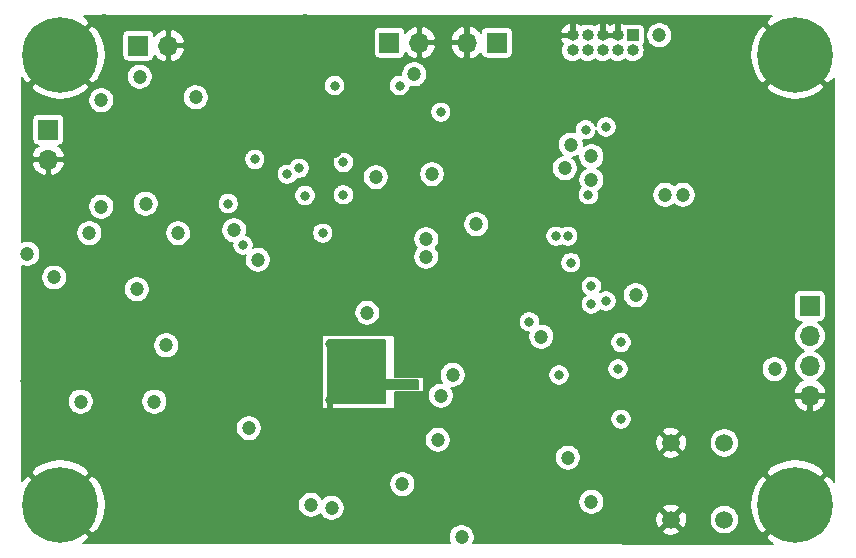
<source format=gbr>
G04 #@! TF.GenerationSoftware,KiCad,Pcbnew,(5.1.4)-1*
G04 #@! TF.CreationDate,2020-07-23T16:09:46+01:00*
G04 #@! TF.ProjectId,F7_100pin,46375f31-3030-4706-996e-2e6b69636164,rev?*
G04 #@! TF.SameCoordinates,Original*
G04 #@! TF.FileFunction,Copper,L2,Inr*
G04 #@! TF.FilePolarity,Positive*
%FSLAX46Y46*%
G04 Gerber Fmt 4.6, Leading zero omitted, Abs format (unit mm)*
G04 Created by KiCad (PCBNEW (5.1.4)-1) date 2020-07-23 16:09:46*
%MOMM*%
%LPD*%
G04 APERTURE LIST*
%ADD10C,1.500000*%
%ADD11C,6.400000*%
%ADD12C,0.800000*%
%ADD13R,1.700000X1.700000*%
%ADD14O,1.700000X1.700000*%
%ADD15R,1.000000X1.000000*%
%ADD16O,1.000000X1.000000*%
%ADD17C,1.200000*%
%ADD18C,0.500000*%
%ADD19C,0.300000*%
%ADD20C,0.200000*%
G04 APERTURE END LIST*
D10*
X117750000Y-63500000D03*
X117750000Y-57000000D03*
X122250000Y-57000000D03*
X122250000Y-63500000D03*
D11*
X66040000Y-24130000D03*
D12*
X68440000Y-24130000D03*
X67737056Y-25827056D03*
X66040000Y-26530000D03*
X64342944Y-25827056D03*
X63640000Y-24130000D03*
X64342944Y-22432944D03*
X66040000Y-21730000D03*
X67737056Y-22432944D03*
X67737056Y-60532944D03*
X66040000Y-59830000D03*
X64342944Y-60532944D03*
X63640000Y-62230000D03*
X64342944Y-63927056D03*
X66040000Y-64630000D03*
X67737056Y-63927056D03*
X68440000Y-62230000D03*
D11*
X66040000Y-62230000D03*
X128270000Y-24130000D03*
D12*
X130670000Y-24130000D03*
X129967056Y-25827056D03*
X128270000Y-26530000D03*
X126572944Y-25827056D03*
X125870000Y-24130000D03*
X126572944Y-22432944D03*
X128270000Y-21730000D03*
X129967056Y-22432944D03*
X129967056Y-60532944D03*
X128270000Y-59830000D03*
X126572944Y-60532944D03*
X125870000Y-62230000D03*
X126572944Y-63927056D03*
X128270000Y-64630000D03*
X129967056Y-63927056D03*
X130670000Y-62230000D03*
D11*
X128270000Y-62230000D03*
D13*
X93900000Y-23114000D03*
D14*
X96440000Y-23114000D03*
D13*
X129500000Y-45400000D03*
D14*
X129500000Y-47940000D03*
X129500000Y-50480000D03*
X129500000Y-53020000D03*
X65024000Y-33020000D03*
D13*
X65024000Y-30480000D03*
X103000000Y-23114000D03*
D14*
X100460000Y-23114000D03*
X75184000Y-23368000D03*
D13*
X72644000Y-23368000D03*
D15*
X114500000Y-22500000D03*
D16*
X114500000Y-23770000D03*
X113230000Y-22500000D03*
X113230000Y-23770000D03*
X111960000Y-22500000D03*
X111960000Y-23770000D03*
X110690000Y-22500000D03*
X110690000Y-23770000D03*
X109420000Y-22500000D03*
X109420000Y-23770000D03*
D12*
X85250000Y-34250000D03*
X90000000Y-36000000D03*
X94750000Y-26750000D03*
X89250000Y-26750000D03*
D17*
X97500000Y-34250000D03*
X95000000Y-60500000D03*
X77500000Y-27750000D03*
X69500000Y-28000000D03*
X98000000Y-56750000D03*
X99250000Y-51250000D03*
X109000000Y-58250000D03*
D12*
X90000000Y-33250000D03*
X98250000Y-29000000D03*
D17*
X72750000Y-26000000D03*
X73250000Y-36750000D03*
X111000000Y-32750000D03*
X111000000Y-34750000D03*
X117250000Y-36000000D03*
X126500000Y-50750000D03*
D12*
X111000000Y-43750000D03*
D17*
X116750000Y-22500000D03*
X106750000Y-48000000D03*
X69500000Y-37000000D03*
X76000000Y-39250000D03*
X68500000Y-39250000D03*
X97000000Y-41250000D03*
X97000000Y-39750000D03*
X92000000Y-46000000D03*
X100000000Y-65000000D03*
X111000000Y-62000000D03*
X114750000Y-44500000D03*
X89000000Y-62500000D03*
X87250000Y-62250000D03*
X118750000Y-36000000D03*
X63250000Y-41000000D03*
X65500000Y-43000000D03*
X72500000Y-44000000D03*
X75000000Y-48750000D03*
X74000000Y-53500000D03*
X98250000Y-53000000D03*
X101250000Y-38500000D03*
D12*
X113500000Y-55000000D03*
X88250000Y-39250000D03*
X81500000Y-40250000D03*
D17*
X96000000Y-25800000D03*
X92750000Y-34500000D03*
D12*
X112250000Y-30250000D03*
X113500000Y-48500000D03*
X110500000Y-30500000D03*
X109250000Y-41750000D03*
X112250000Y-45000000D03*
X113250000Y-50750000D03*
D17*
X109250000Y-31750000D03*
D12*
X109000000Y-39500000D03*
D17*
X108750000Y-33750000D03*
D12*
X108000000Y-39500000D03*
X110750000Y-36000000D03*
X105750000Y-46750000D03*
X111000000Y-45250000D03*
X108250000Y-51250000D03*
D17*
X65000000Y-54250000D03*
X66250000Y-55750000D03*
X64000000Y-56500000D03*
D12*
X88900000Y-48600000D03*
X88900000Y-53400000D03*
D17*
X82750000Y-28750000D03*
X76250000Y-41750000D03*
X89250000Y-32250000D03*
X74500000Y-26250000D03*
X126500000Y-53250000D03*
D12*
X107000000Y-21500000D03*
X107500000Y-22500000D03*
D17*
X63500000Y-50000000D03*
X63250000Y-51750000D03*
X63500000Y-53500000D03*
X79250000Y-51000000D03*
X79250000Y-53000000D03*
X78750000Y-54750000D03*
X70250000Y-53250000D03*
X72250000Y-53750000D03*
X69750000Y-55250000D03*
X84750000Y-44750000D03*
X84750000Y-46750000D03*
X84500000Y-49000000D03*
X77000000Y-44000000D03*
X70000000Y-45250000D03*
X69750000Y-43500000D03*
X122250000Y-23000000D03*
X127250000Y-57250000D03*
X69750000Y-21250000D03*
X71000000Y-63500000D03*
X88500000Y-60250000D03*
X101000000Y-63000000D03*
X93000000Y-64000000D03*
X99250000Y-40250000D03*
X99250000Y-38750000D03*
X90750000Y-46750000D03*
X111250000Y-64000000D03*
X119000000Y-45250000D03*
D12*
X92500000Y-59250000D03*
D17*
X75750000Y-32750000D03*
X77500000Y-32750000D03*
X117250000Y-38250000D03*
X117000000Y-41000000D03*
X118500000Y-40750000D03*
X118750000Y-38000000D03*
X78000000Y-25250000D03*
X86750000Y-22750000D03*
X86750000Y-21250000D03*
X78000000Y-22000000D03*
X124000000Y-26000000D03*
X121750000Y-26000000D03*
X119250000Y-26000000D03*
X110500000Y-26250000D03*
X107000000Y-26250000D03*
X104250000Y-26500000D03*
X104000000Y-29000000D03*
X93250000Y-37250000D03*
X96250000Y-37250000D03*
X83250000Y-60000000D03*
X80500000Y-60250000D03*
X77250000Y-60250000D03*
X73500000Y-60250000D03*
X73500000Y-62500000D03*
X77250000Y-63000000D03*
X80750000Y-62750000D03*
X83750000Y-62500000D03*
X85000000Y-60000000D03*
X82500000Y-64750000D03*
X80000000Y-65000000D03*
X85000000Y-57500000D03*
X82500000Y-57500000D03*
X124750000Y-54750000D03*
X122500000Y-47500000D03*
X122500000Y-45000000D03*
X125250000Y-44750000D03*
X120000000Y-49750000D03*
X119500000Y-60000000D03*
X114250000Y-59500000D03*
X114250000Y-61750000D03*
D12*
X82500000Y-33000000D03*
X80250000Y-36750000D03*
D17*
X67750000Y-53500000D03*
X80750000Y-39000000D03*
D12*
X86250000Y-33750000D03*
X86750000Y-36060200D03*
D17*
X82000000Y-55750000D03*
X82750000Y-41500000D03*
D18*
X88900000Y-53400000D02*
X88900000Y-54800000D01*
D19*
X91250000Y-63000000D02*
X88500000Y-60250000D01*
X101000000Y-63000000D02*
X91250000Y-63000000D01*
D20*
G36*
X126147294Y-20946346D02*
G01*
X125782967Y-21425178D01*
X128270000Y-23912211D01*
X128284142Y-23898069D01*
X128501931Y-24115858D01*
X128487789Y-24130000D01*
X130974822Y-26617033D01*
X131453654Y-26252706D01*
X131526290Y-26116491D01*
X131548701Y-60285115D01*
X131453654Y-60107294D01*
X130974822Y-59742967D01*
X128487789Y-62230000D01*
X128501931Y-62244142D01*
X128284142Y-62461931D01*
X128270000Y-62447789D01*
X125782967Y-64934822D01*
X126147294Y-65413654D01*
X126354999Y-65524411D01*
X100976766Y-65516317D01*
X101057727Y-65320858D01*
X101100000Y-65108341D01*
X101100000Y-64891659D01*
X101057727Y-64679142D01*
X100974807Y-64478955D01*
X100961721Y-64459369D01*
X117008420Y-64459369D01*
X117077638Y-64687427D01*
X117322213Y-64795782D01*
X117583227Y-64854341D01*
X117850650Y-64860853D01*
X118114205Y-64815069D01*
X118363764Y-64718747D01*
X118422362Y-64687427D01*
X118491580Y-64459369D01*
X117750000Y-63717789D01*
X117008420Y-64459369D01*
X100961721Y-64459369D01*
X100854425Y-64298791D01*
X100701209Y-64145575D01*
X100521045Y-64025193D01*
X100320858Y-63942273D01*
X100108341Y-63900000D01*
X99891659Y-63900000D01*
X99679142Y-63942273D01*
X99478955Y-64025193D01*
X99298791Y-64145575D01*
X99145575Y-64298791D01*
X99025193Y-64478955D01*
X98942273Y-64679142D01*
X98900000Y-64891659D01*
X98900000Y-65108341D01*
X98942273Y-65320858D01*
X99022976Y-65515694D01*
X67990321Y-65505796D01*
X68162706Y-65413654D01*
X68527033Y-64934822D01*
X66040000Y-62447789D01*
X66025858Y-62461931D01*
X65808069Y-62244142D01*
X65822211Y-62230000D01*
X66257789Y-62230000D01*
X68744822Y-64717033D01*
X69223654Y-64352706D01*
X69576601Y-63690818D01*
X69603855Y-63600650D01*
X116389147Y-63600650D01*
X116434931Y-63864205D01*
X116531253Y-64113764D01*
X116562573Y-64172362D01*
X116790631Y-64241580D01*
X117532211Y-63500000D01*
X117967789Y-63500000D01*
X118709369Y-64241580D01*
X118937427Y-64172362D01*
X119045782Y-63927787D01*
X119104341Y-63666773D01*
X119110853Y-63399350D01*
X119106951Y-63376886D01*
X121000000Y-63376886D01*
X121000000Y-63623114D01*
X121048037Y-63864611D01*
X121142265Y-64092097D01*
X121279062Y-64296828D01*
X121453172Y-64470938D01*
X121657903Y-64607735D01*
X121885389Y-64701963D01*
X122126886Y-64750000D01*
X122373114Y-64750000D01*
X122614611Y-64701963D01*
X122842097Y-64607735D01*
X123046828Y-64470938D01*
X123220938Y-64296828D01*
X123357735Y-64092097D01*
X123451963Y-63864611D01*
X123500000Y-63623114D01*
X123500000Y-63376886D01*
X123451963Y-63135389D01*
X123357735Y-62907903D01*
X123220938Y-62703172D01*
X123046828Y-62529062D01*
X122842097Y-62392265D01*
X122614611Y-62298037D01*
X122373114Y-62250000D01*
X122126886Y-62250000D01*
X121885389Y-62298037D01*
X121657903Y-62392265D01*
X121453172Y-62529062D01*
X121279062Y-62703172D01*
X121142265Y-62907903D01*
X121048037Y-63135389D01*
X121000000Y-63376886D01*
X119106951Y-63376886D01*
X119065069Y-63135795D01*
X118968747Y-62886236D01*
X118937427Y-62827638D01*
X118709369Y-62758420D01*
X117967789Y-63500000D01*
X117532211Y-63500000D01*
X116790631Y-62758420D01*
X116562573Y-62827638D01*
X116454218Y-63072213D01*
X116395659Y-63333227D01*
X116389147Y-63600650D01*
X69603855Y-63600650D01*
X69793637Y-62972792D01*
X69866423Y-62226221D01*
X69858011Y-62141659D01*
X86150000Y-62141659D01*
X86150000Y-62358341D01*
X86192273Y-62570858D01*
X86275193Y-62771045D01*
X86395575Y-62951209D01*
X86548791Y-63104425D01*
X86728955Y-63224807D01*
X86929142Y-63307727D01*
X87141659Y-63350000D01*
X87358341Y-63350000D01*
X87570858Y-63307727D01*
X87771045Y-63224807D01*
X87951209Y-63104425D01*
X88028957Y-63026677D01*
X88145575Y-63201209D01*
X88298791Y-63354425D01*
X88478955Y-63474807D01*
X88679142Y-63557727D01*
X88891659Y-63600000D01*
X89108341Y-63600000D01*
X89320858Y-63557727D01*
X89521045Y-63474807D01*
X89701209Y-63354425D01*
X89854425Y-63201209D01*
X89974807Y-63021045D01*
X90057727Y-62820858D01*
X90100000Y-62608341D01*
X90100000Y-62391659D01*
X90057727Y-62179142D01*
X89974807Y-61978955D01*
X89916478Y-61891659D01*
X109900000Y-61891659D01*
X109900000Y-62108341D01*
X109942273Y-62320858D01*
X110025193Y-62521045D01*
X110145575Y-62701209D01*
X110298791Y-62854425D01*
X110478955Y-62974807D01*
X110679142Y-63057727D01*
X110891659Y-63100000D01*
X111108341Y-63100000D01*
X111320858Y-63057727D01*
X111521045Y-62974807D01*
X111701209Y-62854425D01*
X111854425Y-62701209D01*
X111961720Y-62540631D01*
X117008420Y-62540631D01*
X117750000Y-63282211D01*
X118491580Y-62540631D01*
X118422362Y-62312573D01*
X118244512Y-62233779D01*
X124443577Y-62233779D01*
X124517838Y-62980204D01*
X124736292Y-63697800D01*
X125086346Y-64352706D01*
X125565178Y-64717033D01*
X128052211Y-62230000D01*
X125565178Y-59742967D01*
X125086346Y-60107294D01*
X124733399Y-60769182D01*
X124516363Y-61487208D01*
X124443577Y-62233779D01*
X118244512Y-62233779D01*
X118177787Y-62204218D01*
X117916773Y-62145659D01*
X117649350Y-62139147D01*
X117385795Y-62184931D01*
X117136236Y-62281253D01*
X117077638Y-62312573D01*
X117008420Y-62540631D01*
X111961720Y-62540631D01*
X111974807Y-62521045D01*
X112057727Y-62320858D01*
X112100000Y-62108341D01*
X112100000Y-61891659D01*
X112057727Y-61679142D01*
X111974807Y-61478955D01*
X111854425Y-61298791D01*
X111701209Y-61145575D01*
X111521045Y-61025193D01*
X111320858Y-60942273D01*
X111108341Y-60900000D01*
X110891659Y-60900000D01*
X110679142Y-60942273D01*
X110478955Y-61025193D01*
X110298791Y-61145575D01*
X110145575Y-61298791D01*
X110025193Y-61478955D01*
X109942273Y-61679142D01*
X109900000Y-61891659D01*
X89916478Y-61891659D01*
X89854425Y-61798791D01*
X89701209Y-61645575D01*
X89521045Y-61525193D01*
X89320858Y-61442273D01*
X89108341Y-61400000D01*
X88891659Y-61400000D01*
X88679142Y-61442273D01*
X88478955Y-61525193D01*
X88298791Y-61645575D01*
X88221043Y-61723323D01*
X88104425Y-61548791D01*
X87951209Y-61395575D01*
X87771045Y-61275193D01*
X87570858Y-61192273D01*
X87358341Y-61150000D01*
X87141659Y-61150000D01*
X86929142Y-61192273D01*
X86728955Y-61275193D01*
X86548791Y-61395575D01*
X86395575Y-61548791D01*
X86275193Y-61728955D01*
X86192273Y-61929142D01*
X86150000Y-62141659D01*
X69858011Y-62141659D01*
X69792162Y-61479796D01*
X69573708Y-60762200D01*
X69375651Y-60391659D01*
X93900000Y-60391659D01*
X93900000Y-60608341D01*
X93942273Y-60820858D01*
X94025193Y-61021045D01*
X94145575Y-61201209D01*
X94298791Y-61354425D01*
X94478955Y-61474807D01*
X94679142Y-61557727D01*
X94891659Y-61600000D01*
X95108341Y-61600000D01*
X95320858Y-61557727D01*
X95521045Y-61474807D01*
X95701209Y-61354425D01*
X95854425Y-61201209D01*
X95974807Y-61021045D01*
X96057727Y-60820858D01*
X96100000Y-60608341D01*
X96100000Y-60391659D01*
X96057727Y-60179142D01*
X95974807Y-59978955D01*
X95854425Y-59798791D01*
X95701209Y-59645575D01*
X95521045Y-59525193D01*
X95521009Y-59525178D01*
X125782967Y-59525178D01*
X128270000Y-62012211D01*
X130757033Y-59525178D01*
X130392706Y-59046346D01*
X129730818Y-58693399D01*
X129012792Y-58476363D01*
X128266221Y-58403577D01*
X127519796Y-58477838D01*
X126802200Y-58696292D01*
X126147294Y-59046346D01*
X125782967Y-59525178D01*
X95521009Y-59525178D01*
X95320858Y-59442273D01*
X95108341Y-59400000D01*
X94891659Y-59400000D01*
X94679142Y-59442273D01*
X94478955Y-59525193D01*
X94298791Y-59645575D01*
X94145575Y-59798791D01*
X94025193Y-59978955D01*
X93942273Y-60179142D01*
X93900000Y-60391659D01*
X69375651Y-60391659D01*
X69223654Y-60107294D01*
X68744822Y-59742967D01*
X66257789Y-62230000D01*
X65822211Y-62230000D01*
X63335178Y-59742967D01*
X62856346Y-60107294D01*
X62773831Y-60262036D01*
X62773428Y-59525178D01*
X63552967Y-59525178D01*
X66040000Y-62012211D01*
X68527033Y-59525178D01*
X68162706Y-59046346D01*
X67500818Y-58693399D01*
X66782792Y-58476363D01*
X66036221Y-58403577D01*
X65289796Y-58477838D01*
X64572200Y-58696292D01*
X63917294Y-59046346D01*
X63552967Y-59525178D01*
X62773428Y-59525178D01*
X62772671Y-58141659D01*
X107900000Y-58141659D01*
X107900000Y-58358341D01*
X107942273Y-58570858D01*
X108025193Y-58771045D01*
X108145575Y-58951209D01*
X108298791Y-59104425D01*
X108478955Y-59224807D01*
X108679142Y-59307727D01*
X108891659Y-59350000D01*
X109108341Y-59350000D01*
X109320858Y-59307727D01*
X109521045Y-59224807D01*
X109701209Y-59104425D01*
X109854425Y-58951209D01*
X109974807Y-58771045D01*
X110057727Y-58570858D01*
X110100000Y-58358341D01*
X110100000Y-58141659D01*
X110063740Y-57959369D01*
X117008420Y-57959369D01*
X117077638Y-58187427D01*
X117322213Y-58295782D01*
X117583227Y-58354341D01*
X117850650Y-58360853D01*
X118114205Y-58315069D01*
X118363764Y-58218747D01*
X118422362Y-58187427D01*
X118491580Y-57959369D01*
X117750000Y-57217789D01*
X117008420Y-57959369D01*
X110063740Y-57959369D01*
X110057727Y-57929142D01*
X109974807Y-57728955D01*
X109854425Y-57548791D01*
X109701209Y-57395575D01*
X109521045Y-57275193D01*
X109320858Y-57192273D01*
X109108341Y-57150000D01*
X108891659Y-57150000D01*
X108679142Y-57192273D01*
X108478955Y-57275193D01*
X108298791Y-57395575D01*
X108145575Y-57548791D01*
X108025193Y-57728955D01*
X107942273Y-57929142D01*
X107900000Y-58141659D01*
X62772671Y-58141659D01*
X62771303Y-55641659D01*
X80900000Y-55641659D01*
X80900000Y-55858341D01*
X80942273Y-56070858D01*
X81025193Y-56271045D01*
X81145575Y-56451209D01*
X81298791Y-56604425D01*
X81478955Y-56724807D01*
X81679142Y-56807727D01*
X81891659Y-56850000D01*
X82108341Y-56850000D01*
X82320858Y-56807727D01*
X82521045Y-56724807D01*
X82645484Y-56641659D01*
X96900000Y-56641659D01*
X96900000Y-56858341D01*
X96942273Y-57070858D01*
X97025193Y-57271045D01*
X97145575Y-57451209D01*
X97298791Y-57604425D01*
X97478955Y-57724807D01*
X97679142Y-57807727D01*
X97891659Y-57850000D01*
X98108341Y-57850000D01*
X98320858Y-57807727D01*
X98521045Y-57724807D01*
X98701209Y-57604425D01*
X98854425Y-57451209D01*
X98974807Y-57271045D01*
X99045386Y-57100650D01*
X116389147Y-57100650D01*
X116434931Y-57364205D01*
X116531253Y-57613764D01*
X116562573Y-57672362D01*
X116790631Y-57741580D01*
X117532211Y-57000000D01*
X117967789Y-57000000D01*
X118709369Y-57741580D01*
X118937427Y-57672362D01*
X119045782Y-57427787D01*
X119104341Y-57166773D01*
X119110853Y-56899350D01*
X119106951Y-56876886D01*
X121000000Y-56876886D01*
X121000000Y-57123114D01*
X121048037Y-57364611D01*
X121142265Y-57592097D01*
X121279062Y-57796828D01*
X121453172Y-57970938D01*
X121657903Y-58107735D01*
X121885389Y-58201963D01*
X122126886Y-58250000D01*
X122373114Y-58250000D01*
X122614611Y-58201963D01*
X122842097Y-58107735D01*
X123046828Y-57970938D01*
X123220938Y-57796828D01*
X123357735Y-57592097D01*
X123451963Y-57364611D01*
X123500000Y-57123114D01*
X123500000Y-56876886D01*
X123451963Y-56635389D01*
X123357735Y-56407903D01*
X123220938Y-56203172D01*
X123046828Y-56029062D01*
X122842097Y-55892265D01*
X122614611Y-55798037D01*
X122373114Y-55750000D01*
X122126886Y-55750000D01*
X121885389Y-55798037D01*
X121657903Y-55892265D01*
X121453172Y-56029062D01*
X121279062Y-56203172D01*
X121142265Y-56407903D01*
X121048037Y-56635389D01*
X121000000Y-56876886D01*
X119106951Y-56876886D01*
X119065069Y-56635795D01*
X118968747Y-56386236D01*
X118937427Y-56327638D01*
X118709369Y-56258420D01*
X117967789Y-57000000D01*
X117532211Y-57000000D01*
X116790631Y-56258420D01*
X116562573Y-56327638D01*
X116454218Y-56572213D01*
X116395659Y-56833227D01*
X116389147Y-57100650D01*
X99045386Y-57100650D01*
X99057727Y-57070858D01*
X99100000Y-56858341D01*
X99100000Y-56641659D01*
X99057727Y-56429142D01*
X98974807Y-56228955D01*
X98854425Y-56048791D01*
X98846265Y-56040631D01*
X117008420Y-56040631D01*
X117750000Y-56782211D01*
X118491580Y-56040631D01*
X118422362Y-55812573D01*
X118177787Y-55704218D01*
X117916773Y-55645659D01*
X117649350Y-55639147D01*
X117385795Y-55684931D01*
X117136236Y-55781253D01*
X117077638Y-55812573D01*
X117008420Y-56040631D01*
X98846265Y-56040631D01*
X98701209Y-55895575D01*
X98521045Y-55775193D01*
X98320858Y-55692273D01*
X98108341Y-55650000D01*
X97891659Y-55650000D01*
X97679142Y-55692273D01*
X97478955Y-55775193D01*
X97298791Y-55895575D01*
X97145575Y-56048791D01*
X97025193Y-56228955D01*
X96942273Y-56429142D01*
X96900000Y-56641659D01*
X82645484Y-56641659D01*
X82701209Y-56604425D01*
X82854425Y-56451209D01*
X82974807Y-56271045D01*
X83057727Y-56070858D01*
X83100000Y-55858341D01*
X83100000Y-55641659D01*
X83057727Y-55429142D01*
X82974807Y-55228955D01*
X82854425Y-55048791D01*
X82716992Y-54911358D01*
X112600000Y-54911358D01*
X112600000Y-55088642D01*
X112634586Y-55262520D01*
X112702430Y-55426310D01*
X112800924Y-55573717D01*
X112926283Y-55699076D01*
X113073690Y-55797570D01*
X113237480Y-55865414D01*
X113411358Y-55900000D01*
X113588642Y-55900000D01*
X113762520Y-55865414D01*
X113926310Y-55797570D01*
X114073717Y-55699076D01*
X114199076Y-55573717D01*
X114297570Y-55426310D01*
X114365414Y-55262520D01*
X114400000Y-55088642D01*
X114400000Y-54911358D01*
X114365414Y-54737480D01*
X114297570Y-54573690D01*
X114199076Y-54426283D01*
X114073717Y-54300924D01*
X113926310Y-54202430D01*
X113762520Y-54134586D01*
X113588642Y-54100000D01*
X113411358Y-54100000D01*
X113237480Y-54134586D01*
X113073690Y-54202430D01*
X112926283Y-54300924D01*
X112800924Y-54426283D01*
X112702430Y-54573690D01*
X112634586Y-54737480D01*
X112600000Y-54911358D01*
X82716992Y-54911358D01*
X82701209Y-54895575D01*
X82521045Y-54775193D01*
X82320858Y-54692273D01*
X82108341Y-54650000D01*
X81891659Y-54650000D01*
X81679142Y-54692273D01*
X81478955Y-54775193D01*
X81298791Y-54895575D01*
X81145575Y-55048791D01*
X81025193Y-55228955D01*
X80942273Y-55429142D01*
X80900000Y-55641659D01*
X62771303Y-55641659D01*
X62770071Y-53391659D01*
X66650000Y-53391659D01*
X66650000Y-53608341D01*
X66692273Y-53820858D01*
X66775193Y-54021045D01*
X66895575Y-54201209D01*
X67048791Y-54354425D01*
X67228955Y-54474807D01*
X67429142Y-54557727D01*
X67641659Y-54600000D01*
X67858341Y-54600000D01*
X68070858Y-54557727D01*
X68271045Y-54474807D01*
X68451209Y-54354425D01*
X68604425Y-54201209D01*
X68724807Y-54021045D01*
X68807727Y-53820858D01*
X68850000Y-53608341D01*
X68850000Y-53391659D01*
X72900000Y-53391659D01*
X72900000Y-53608341D01*
X72942273Y-53820858D01*
X73025193Y-54021045D01*
X73145575Y-54201209D01*
X73298791Y-54354425D01*
X73478955Y-54474807D01*
X73679142Y-54557727D01*
X73891659Y-54600000D01*
X74108341Y-54600000D01*
X74320858Y-54557727D01*
X74521045Y-54474807D01*
X74701209Y-54354425D01*
X74854425Y-54201209D01*
X74974807Y-54021045D01*
X75057727Y-53820858D01*
X75100000Y-53608341D01*
X75100000Y-53391659D01*
X75057727Y-53179142D01*
X74974807Y-52978955D01*
X74854425Y-52798791D01*
X74701209Y-52645575D01*
X74521045Y-52525193D01*
X74320858Y-52442273D01*
X74108341Y-52400000D01*
X73891659Y-52400000D01*
X73679142Y-52442273D01*
X73478955Y-52525193D01*
X73298791Y-52645575D01*
X73145575Y-52798791D01*
X73025193Y-52978955D01*
X72942273Y-53179142D01*
X72900000Y-53391659D01*
X68850000Y-53391659D01*
X68807727Y-53179142D01*
X68724807Y-52978955D01*
X68604425Y-52798791D01*
X68451209Y-52645575D01*
X68271045Y-52525193D01*
X68070858Y-52442273D01*
X67858341Y-52400000D01*
X67641659Y-52400000D01*
X67429142Y-52442273D01*
X67228955Y-52525193D01*
X67048791Y-52645575D01*
X66895575Y-52798791D01*
X66775193Y-52978955D01*
X66692273Y-53179142D01*
X66650000Y-53391659D01*
X62770071Y-53391659D01*
X62767471Y-48641659D01*
X73900000Y-48641659D01*
X73900000Y-48858341D01*
X73942273Y-49070858D01*
X74025193Y-49271045D01*
X74145575Y-49451209D01*
X74298791Y-49604425D01*
X74478955Y-49724807D01*
X74679142Y-49807727D01*
X74891659Y-49850000D01*
X75108341Y-49850000D01*
X75320858Y-49807727D01*
X75521045Y-49724807D01*
X75701209Y-49604425D01*
X75854425Y-49451209D01*
X75974807Y-49271045D01*
X76057727Y-49070858D01*
X76100000Y-48858341D01*
X76100000Y-48641659D01*
X76057727Y-48429142D01*
X75974807Y-48228955D01*
X75854425Y-48048791D01*
X75805634Y-48000000D01*
X88150000Y-48000000D01*
X88150000Y-54000000D01*
X88151921Y-54019509D01*
X88157612Y-54038268D01*
X88166853Y-54055557D01*
X88179289Y-54070711D01*
X88194443Y-54083147D01*
X88211732Y-54092388D01*
X88230491Y-54098079D01*
X88250000Y-54100000D01*
X94250000Y-54100000D01*
X94269509Y-54098079D01*
X94288268Y-54092388D01*
X94305557Y-54083147D01*
X94320711Y-54070711D01*
X94333147Y-54055557D01*
X94342388Y-54038268D01*
X94348079Y-54019509D01*
X94349997Y-53999286D01*
X94342086Y-52891659D01*
X97150000Y-52891659D01*
X97150000Y-53108341D01*
X97192273Y-53320858D01*
X97275193Y-53521045D01*
X97395575Y-53701209D01*
X97548791Y-53854425D01*
X97728955Y-53974807D01*
X97929142Y-54057727D01*
X98141659Y-54100000D01*
X98358341Y-54100000D01*
X98570858Y-54057727D01*
X98771045Y-53974807D01*
X98951209Y-53854425D01*
X99104425Y-53701209D01*
X99224807Y-53521045D01*
X99275396Y-53398910D01*
X128092097Y-53398910D01*
X128118854Y-53487139D01*
X128236527Y-53747611D01*
X128402754Y-53980122D01*
X128611148Y-54175736D01*
X128853700Y-54326935D01*
X129121089Y-54427909D01*
X129346000Y-54317850D01*
X129346000Y-53174000D01*
X129654000Y-53174000D01*
X129654000Y-54317850D01*
X129878911Y-54427909D01*
X130146300Y-54326935D01*
X130388852Y-54175736D01*
X130597246Y-53980122D01*
X130763473Y-53747611D01*
X130881146Y-53487139D01*
X130907903Y-53398910D01*
X130796889Y-53174000D01*
X129654000Y-53174000D01*
X129346000Y-53174000D01*
X128203111Y-53174000D01*
X128092097Y-53398910D01*
X99275396Y-53398910D01*
X99307727Y-53320858D01*
X99350000Y-53108341D01*
X99350000Y-52891659D01*
X99307727Y-52679142D01*
X99291966Y-52641090D01*
X128092097Y-52641090D01*
X128203111Y-52866000D01*
X129346000Y-52866000D01*
X129346000Y-52846000D01*
X129654000Y-52846000D01*
X129654000Y-52866000D01*
X130796889Y-52866000D01*
X130907903Y-52641090D01*
X130881146Y-52552861D01*
X130763473Y-52292389D01*
X130597246Y-52059878D01*
X130388852Y-51864264D01*
X130146300Y-51713065D01*
X130093928Y-51693288D01*
X130253649Y-51607915D01*
X130459213Y-51439213D01*
X130627915Y-51233649D01*
X130753272Y-50999122D01*
X130830467Y-50744646D01*
X130856532Y-50480000D01*
X130830467Y-50215354D01*
X130753272Y-49960878D01*
X130627915Y-49726351D01*
X130459213Y-49520787D01*
X130253649Y-49352085D01*
X130019122Y-49226728D01*
X129963978Y-49210000D01*
X130019122Y-49193272D01*
X130253649Y-49067915D01*
X130459213Y-48899213D01*
X130627915Y-48693649D01*
X130753272Y-48459122D01*
X130830467Y-48204646D01*
X130856532Y-47940000D01*
X130830467Y-47675354D01*
X130753272Y-47420878D01*
X130627915Y-47186351D01*
X130459213Y-46980787D01*
X130253649Y-46812085D01*
X130142022Y-46752419D01*
X130350000Y-46752419D01*
X130448017Y-46742765D01*
X130542267Y-46714175D01*
X130629129Y-46667746D01*
X130705264Y-46605264D01*
X130767746Y-46529129D01*
X130814175Y-46442267D01*
X130842765Y-46348017D01*
X130852419Y-46250000D01*
X130852419Y-44550000D01*
X130842765Y-44451983D01*
X130814175Y-44357733D01*
X130767746Y-44270871D01*
X130705264Y-44194736D01*
X130629129Y-44132254D01*
X130542267Y-44085825D01*
X130448017Y-44057235D01*
X130350000Y-44047581D01*
X128650000Y-44047581D01*
X128551983Y-44057235D01*
X128457733Y-44085825D01*
X128370871Y-44132254D01*
X128294736Y-44194736D01*
X128232254Y-44270871D01*
X128185825Y-44357733D01*
X128157235Y-44451983D01*
X128147581Y-44550000D01*
X128147581Y-46250000D01*
X128157235Y-46348017D01*
X128185825Y-46442267D01*
X128232254Y-46529129D01*
X128294736Y-46605264D01*
X128370871Y-46667746D01*
X128457733Y-46714175D01*
X128551983Y-46742765D01*
X128650000Y-46752419D01*
X128857978Y-46752419D01*
X128746351Y-46812085D01*
X128540787Y-46980787D01*
X128372085Y-47186351D01*
X128246728Y-47420878D01*
X128169533Y-47675354D01*
X128143468Y-47940000D01*
X128169533Y-48204646D01*
X128246728Y-48459122D01*
X128372085Y-48693649D01*
X128540787Y-48899213D01*
X128746351Y-49067915D01*
X128980878Y-49193272D01*
X129036022Y-49210000D01*
X128980878Y-49226728D01*
X128746351Y-49352085D01*
X128540787Y-49520787D01*
X128372085Y-49726351D01*
X128246728Y-49960878D01*
X128169533Y-50215354D01*
X128143468Y-50480000D01*
X128169533Y-50744646D01*
X128246728Y-50999122D01*
X128372085Y-51233649D01*
X128540787Y-51439213D01*
X128746351Y-51607915D01*
X128906072Y-51693288D01*
X128853700Y-51713065D01*
X128611148Y-51864264D01*
X128402754Y-52059878D01*
X128236527Y-52292389D01*
X128118854Y-52552861D01*
X128092097Y-52641090D01*
X99291966Y-52641090D01*
X99224807Y-52478955D01*
X99138179Y-52349308D01*
X99141659Y-52350000D01*
X99358341Y-52350000D01*
X99570858Y-52307727D01*
X99771045Y-52224807D01*
X99951209Y-52104425D01*
X100104425Y-51951209D01*
X100224807Y-51771045D01*
X100307727Y-51570858D01*
X100350000Y-51358341D01*
X100350000Y-51161358D01*
X107350000Y-51161358D01*
X107350000Y-51338642D01*
X107384586Y-51512520D01*
X107452430Y-51676310D01*
X107550924Y-51823717D01*
X107676283Y-51949076D01*
X107823690Y-52047570D01*
X107987480Y-52115414D01*
X108161358Y-52150000D01*
X108338642Y-52150000D01*
X108512520Y-52115414D01*
X108676310Y-52047570D01*
X108823717Y-51949076D01*
X108949076Y-51823717D01*
X109047570Y-51676310D01*
X109115414Y-51512520D01*
X109150000Y-51338642D01*
X109150000Y-51161358D01*
X109115414Y-50987480D01*
X109047570Y-50823690D01*
X108949076Y-50676283D01*
X108934151Y-50661358D01*
X112350000Y-50661358D01*
X112350000Y-50838642D01*
X112384586Y-51012520D01*
X112452430Y-51176310D01*
X112550924Y-51323717D01*
X112676283Y-51449076D01*
X112823690Y-51547570D01*
X112987480Y-51615414D01*
X113161358Y-51650000D01*
X113338642Y-51650000D01*
X113512520Y-51615414D01*
X113676310Y-51547570D01*
X113823717Y-51449076D01*
X113949076Y-51323717D01*
X114047570Y-51176310D01*
X114115414Y-51012520D01*
X114150000Y-50838642D01*
X114150000Y-50661358D01*
X114146082Y-50641659D01*
X125400000Y-50641659D01*
X125400000Y-50858341D01*
X125442273Y-51070858D01*
X125525193Y-51271045D01*
X125645575Y-51451209D01*
X125798791Y-51604425D01*
X125978955Y-51724807D01*
X126179142Y-51807727D01*
X126391659Y-51850000D01*
X126608341Y-51850000D01*
X126820858Y-51807727D01*
X127021045Y-51724807D01*
X127201209Y-51604425D01*
X127354425Y-51451209D01*
X127474807Y-51271045D01*
X127557727Y-51070858D01*
X127600000Y-50858341D01*
X127600000Y-50641659D01*
X127557727Y-50429142D01*
X127474807Y-50228955D01*
X127354425Y-50048791D01*
X127201209Y-49895575D01*
X127021045Y-49775193D01*
X126820858Y-49692273D01*
X126608341Y-49650000D01*
X126391659Y-49650000D01*
X126179142Y-49692273D01*
X125978955Y-49775193D01*
X125798791Y-49895575D01*
X125645575Y-50048791D01*
X125525193Y-50228955D01*
X125442273Y-50429142D01*
X125400000Y-50641659D01*
X114146082Y-50641659D01*
X114115414Y-50487480D01*
X114047570Y-50323690D01*
X113949076Y-50176283D01*
X113823717Y-50050924D01*
X113676310Y-49952430D01*
X113512520Y-49884586D01*
X113338642Y-49850000D01*
X113161358Y-49850000D01*
X112987480Y-49884586D01*
X112823690Y-49952430D01*
X112676283Y-50050924D01*
X112550924Y-50176283D01*
X112452430Y-50323690D01*
X112384586Y-50487480D01*
X112350000Y-50661358D01*
X108934151Y-50661358D01*
X108823717Y-50550924D01*
X108676310Y-50452430D01*
X108512520Y-50384586D01*
X108338642Y-50350000D01*
X108161358Y-50350000D01*
X107987480Y-50384586D01*
X107823690Y-50452430D01*
X107676283Y-50550924D01*
X107550924Y-50676283D01*
X107452430Y-50823690D01*
X107384586Y-50987480D01*
X107350000Y-51161358D01*
X100350000Y-51161358D01*
X100350000Y-51141659D01*
X100307727Y-50929142D01*
X100224807Y-50728955D01*
X100104425Y-50548791D01*
X99951209Y-50395575D01*
X99771045Y-50275193D01*
X99570858Y-50192273D01*
X99358341Y-50150000D01*
X99141659Y-50150000D01*
X98929142Y-50192273D01*
X98728955Y-50275193D01*
X98548791Y-50395575D01*
X98395575Y-50548791D01*
X98275193Y-50728955D01*
X98192273Y-50929142D01*
X98150000Y-51141659D01*
X98150000Y-51358341D01*
X98192273Y-51570858D01*
X98275193Y-51771045D01*
X98361821Y-51900692D01*
X98358341Y-51900000D01*
X98141659Y-51900000D01*
X97929142Y-51942273D01*
X97728955Y-52025193D01*
X97548791Y-52145575D01*
X97395575Y-52298791D01*
X97275193Y-52478955D01*
X97192273Y-52679142D01*
X97150000Y-52891659D01*
X94342086Y-52891659D01*
X94340716Y-52700000D01*
X96750000Y-52700000D01*
X96769509Y-52698079D01*
X96788268Y-52692388D01*
X96805557Y-52683147D01*
X96820711Y-52670711D01*
X96833147Y-52655557D01*
X96842388Y-52638268D01*
X96848079Y-52619509D01*
X96849996Y-52599091D01*
X96839996Y-51499091D01*
X96837897Y-51479600D01*
X96832036Y-51460893D01*
X96822638Y-51443689D01*
X96810065Y-51428649D01*
X96794799Y-51416351D01*
X96777427Y-51407268D01*
X96758617Y-51401748D01*
X96740000Y-51400000D01*
X94359715Y-51400000D01*
X94350000Y-47999714D01*
X94348022Y-47980211D01*
X94342278Y-47961468D01*
X94332988Y-47944206D01*
X94320508Y-47929088D01*
X94305319Y-47916695D01*
X94288004Y-47907503D01*
X94269229Y-47901866D01*
X94250000Y-47900000D01*
X88250000Y-47900000D01*
X88230491Y-47901921D01*
X88211732Y-47907612D01*
X88194443Y-47916853D01*
X88179289Y-47929289D01*
X88166853Y-47944443D01*
X88157612Y-47961732D01*
X88151921Y-47980491D01*
X88150000Y-48000000D01*
X75805634Y-48000000D01*
X75701209Y-47895575D01*
X75521045Y-47775193D01*
X75320858Y-47692273D01*
X75108341Y-47650000D01*
X74891659Y-47650000D01*
X74679142Y-47692273D01*
X74478955Y-47775193D01*
X74298791Y-47895575D01*
X74145575Y-48048791D01*
X74025193Y-48228955D01*
X73942273Y-48429142D01*
X73900000Y-48641659D01*
X62767471Y-48641659D01*
X62765966Y-45891659D01*
X90900000Y-45891659D01*
X90900000Y-46108341D01*
X90942273Y-46320858D01*
X91025193Y-46521045D01*
X91145575Y-46701209D01*
X91298791Y-46854425D01*
X91478955Y-46974807D01*
X91679142Y-47057727D01*
X91891659Y-47100000D01*
X92108341Y-47100000D01*
X92320858Y-47057727D01*
X92521045Y-46974807D01*
X92701209Y-46854425D01*
X92854425Y-46701209D01*
X92881052Y-46661358D01*
X104850000Y-46661358D01*
X104850000Y-46838642D01*
X104884586Y-47012520D01*
X104952430Y-47176310D01*
X105050924Y-47323717D01*
X105176283Y-47449076D01*
X105323690Y-47547570D01*
X105487480Y-47615414D01*
X105661358Y-47650000D01*
X105704344Y-47650000D01*
X105692273Y-47679142D01*
X105650000Y-47891659D01*
X105650000Y-48108341D01*
X105692273Y-48320858D01*
X105775193Y-48521045D01*
X105895575Y-48701209D01*
X106048791Y-48854425D01*
X106228955Y-48974807D01*
X106429142Y-49057727D01*
X106641659Y-49100000D01*
X106858341Y-49100000D01*
X107070858Y-49057727D01*
X107271045Y-48974807D01*
X107451209Y-48854425D01*
X107604425Y-48701209D01*
X107724807Y-48521045D01*
X107770240Y-48411358D01*
X112600000Y-48411358D01*
X112600000Y-48588642D01*
X112634586Y-48762520D01*
X112702430Y-48926310D01*
X112800924Y-49073717D01*
X112926283Y-49199076D01*
X113073690Y-49297570D01*
X113237480Y-49365414D01*
X113411358Y-49400000D01*
X113588642Y-49400000D01*
X113762520Y-49365414D01*
X113926310Y-49297570D01*
X114073717Y-49199076D01*
X114199076Y-49073717D01*
X114297570Y-48926310D01*
X114365414Y-48762520D01*
X114400000Y-48588642D01*
X114400000Y-48411358D01*
X114365414Y-48237480D01*
X114297570Y-48073690D01*
X114199076Y-47926283D01*
X114073717Y-47800924D01*
X113926310Y-47702430D01*
X113762520Y-47634586D01*
X113588642Y-47600000D01*
X113411358Y-47600000D01*
X113237480Y-47634586D01*
X113073690Y-47702430D01*
X112926283Y-47800924D01*
X112800924Y-47926283D01*
X112702430Y-48073690D01*
X112634586Y-48237480D01*
X112600000Y-48411358D01*
X107770240Y-48411358D01*
X107807727Y-48320858D01*
X107850000Y-48108341D01*
X107850000Y-47891659D01*
X107807727Y-47679142D01*
X107724807Y-47478955D01*
X107604425Y-47298791D01*
X107451209Y-47145575D01*
X107271045Y-47025193D01*
X107070858Y-46942273D01*
X106858341Y-46900000D01*
X106641659Y-46900000D01*
X106637636Y-46900800D01*
X106650000Y-46838642D01*
X106650000Y-46661358D01*
X106615414Y-46487480D01*
X106547570Y-46323690D01*
X106449076Y-46176283D01*
X106323717Y-46050924D01*
X106176310Y-45952430D01*
X106012520Y-45884586D01*
X105838642Y-45850000D01*
X105661358Y-45850000D01*
X105487480Y-45884586D01*
X105323690Y-45952430D01*
X105176283Y-46050924D01*
X105050924Y-46176283D01*
X104952430Y-46323690D01*
X104884586Y-46487480D01*
X104850000Y-46661358D01*
X92881052Y-46661358D01*
X92974807Y-46521045D01*
X93057727Y-46320858D01*
X93100000Y-46108341D01*
X93100000Y-45891659D01*
X93057727Y-45679142D01*
X92974807Y-45478955D01*
X92854425Y-45298791D01*
X92701209Y-45145575D01*
X92521045Y-45025193D01*
X92320858Y-44942273D01*
X92108341Y-44900000D01*
X91891659Y-44900000D01*
X91679142Y-44942273D01*
X91478955Y-45025193D01*
X91298791Y-45145575D01*
X91145575Y-45298791D01*
X91025193Y-45478955D01*
X90942273Y-45679142D01*
X90900000Y-45891659D01*
X62765966Y-45891659D01*
X62764323Y-42891659D01*
X64400000Y-42891659D01*
X64400000Y-43108341D01*
X64442273Y-43320858D01*
X64525193Y-43521045D01*
X64645575Y-43701209D01*
X64798791Y-43854425D01*
X64978955Y-43974807D01*
X65179142Y-44057727D01*
X65391659Y-44100000D01*
X65608341Y-44100000D01*
X65820858Y-44057727D01*
X66021045Y-43974807D01*
X66145484Y-43891659D01*
X71400000Y-43891659D01*
X71400000Y-44108341D01*
X71442273Y-44320858D01*
X71525193Y-44521045D01*
X71645575Y-44701209D01*
X71798791Y-44854425D01*
X71978955Y-44974807D01*
X72179142Y-45057727D01*
X72391659Y-45100000D01*
X72608341Y-45100000D01*
X72820858Y-45057727D01*
X73021045Y-44974807D01*
X73201209Y-44854425D01*
X73354425Y-44701209D01*
X73474807Y-44521045D01*
X73557727Y-44320858D01*
X73600000Y-44108341D01*
X73600000Y-43891659D01*
X73557727Y-43679142D01*
X73550361Y-43661358D01*
X110100000Y-43661358D01*
X110100000Y-43838642D01*
X110134586Y-44012520D01*
X110202430Y-44176310D01*
X110300924Y-44323717D01*
X110426283Y-44449076D01*
X110502496Y-44500000D01*
X110426283Y-44550924D01*
X110300924Y-44676283D01*
X110202430Y-44823690D01*
X110134586Y-44987480D01*
X110100000Y-45161358D01*
X110100000Y-45338642D01*
X110134586Y-45512520D01*
X110202430Y-45676310D01*
X110300924Y-45823717D01*
X110426283Y-45949076D01*
X110573690Y-46047570D01*
X110737480Y-46115414D01*
X110911358Y-46150000D01*
X111088642Y-46150000D01*
X111262520Y-46115414D01*
X111426310Y-46047570D01*
X111573717Y-45949076D01*
X111699076Y-45823717D01*
X111749617Y-45748076D01*
X111823690Y-45797570D01*
X111987480Y-45865414D01*
X112161358Y-45900000D01*
X112338642Y-45900000D01*
X112512520Y-45865414D01*
X112676310Y-45797570D01*
X112823717Y-45699076D01*
X112949076Y-45573717D01*
X113047570Y-45426310D01*
X113115414Y-45262520D01*
X113150000Y-45088642D01*
X113150000Y-44911358D01*
X113115414Y-44737480D01*
X113047570Y-44573690D01*
X112949076Y-44426283D01*
X112914452Y-44391659D01*
X113650000Y-44391659D01*
X113650000Y-44608341D01*
X113692273Y-44820858D01*
X113775193Y-45021045D01*
X113895575Y-45201209D01*
X114048791Y-45354425D01*
X114228955Y-45474807D01*
X114429142Y-45557727D01*
X114641659Y-45600000D01*
X114858341Y-45600000D01*
X115070858Y-45557727D01*
X115271045Y-45474807D01*
X115451209Y-45354425D01*
X115604425Y-45201209D01*
X115724807Y-45021045D01*
X115807727Y-44820858D01*
X115850000Y-44608341D01*
X115850000Y-44391659D01*
X115807727Y-44179142D01*
X115724807Y-43978955D01*
X115604425Y-43798791D01*
X115451209Y-43645575D01*
X115271045Y-43525193D01*
X115070858Y-43442273D01*
X114858341Y-43400000D01*
X114641659Y-43400000D01*
X114429142Y-43442273D01*
X114228955Y-43525193D01*
X114048791Y-43645575D01*
X113895575Y-43798791D01*
X113775193Y-43978955D01*
X113692273Y-44179142D01*
X113650000Y-44391659D01*
X112914452Y-44391659D01*
X112823717Y-44300924D01*
X112676310Y-44202430D01*
X112512520Y-44134586D01*
X112338642Y-44100000D01*
X112161358Y-44100000D01*
X111987480Y-44134586D01*
X111823690Y-44202430D01*
X111744973Y-44255027D01*
X111797570Y-44176310D01*
X111865414Y-44012520D01*
X111900000Y-43838642D01*
X111900000Y-43661358D01*
X111865414Y-43487480D01*
X111797570Y-43323690D01*
X111699076Y-43176283D01*
X111573717Y-43050924D01*
X111426310Y-42952430D01*
X111262520Y-42884586D01*
X111088642Y-42850000D01*
X110911358Y-42850000D01*
X110737480Y-42884586D01*
X110573690Y-42952430D01*
X110426283Y-43050924D01*
X110300924Y-43176283D01*
X110202430Y-43323690D01*
X110134586Y-43487480D01*
X110100000Y-43661358D01*
X73550361Y-43661358D01*
X73474807Y-43478955D01*
X73354425Y-43298791D01*
X73201209Y-43145575D01*
X73021045Y-43025193D01*
X72820858Y-42942273D01*
X72608341Y-42900000D01*
X72391659Y-42900000D01*
X72179142Y-42942273D01*
X71978955Y-43025193D01*
X71798791Y-43145575D01*
X71645575Y-43298791D01*
X71525193Y-43478955D01*
X71442273Y-43679142D01*
X71400000Y-43891659D01*
X66145484Y-43891659D01*
X66201209Y-43854425D01*
X66354425Y-43701209D01*
X66474807Y-43521045D01*
X66557727Y-43320858D01*
X66600000Y-43108341D01*
X66600000Y-42891659D01*
X66557727Y-42679142D01*
X66474807Y-42478955D01*
X66354425Y-42298791D01*
X66201209Y-42145575D01*
X66021045Y-42025193D01*
X65820858Y-41942273D01*
X65608341Y-41900000D01*
X65391659Y-41900000D01*
X65179142Y-41942273D01*
X64978955Y-42025193D01*
X64798791Y-42145575D01*
X64645575Y-42298791D01*
X64525193Y-42478955D01*
X64442273Y-42679142D01*
X64400000Y-42891659D01*
X62764323Y-42891659D01*
X62763829Y-41989252D01*
X62929142Y-42057727D01*
X63141659Y-42100000D01*
X63358341Y-42100000D01*
X63570858Y-42057727D01*
X63771045Y-41974807D01*
X63951209Y-41854425D01*
X64104425Y-41701209D01*
X64224807Y-41521045D01*
X64307727Y-41320858D01*
X64350000Y-41108341D01*
X64350000Y-40891659D01*
X64307727Y-40679142D01*
X64224807Y-40478955D01*
X64104425Y-40298791D01*
X63951209Y-40145575D01*
X63771045Y-40025193D01*
X63570858Y-39942273D01*
X63358341Y-39900000D01*
X63141659Y-39900000D01*
X62929142Y-39942273D01*
X62762746Y-40011196D01*
X62762271Y-39141659D01*
X67400000Y-39141659D01*
X67400000Y-39358341D01*
X67442273Y-39570858D01*
X67525193Y-39771045D01*
X67645575Y-39951209D01*
X67798791Y-40104425D01*
X67978955Y-40224807D01*
X68179142Y-40307727D01*
X68391659Y-40350000D01*
X68608341Y-40350000D01*
X68820858Y-40307727D01*
X69021045Y-40224807D01*
X69201209Y-40104425D01*
X69354425Y-39951209D01*
X69474807Y-39771045D01*
X69557727Y-39570858D01*
X69600000Y-39358341D01*
X69600000Y-39141659D01*
X74900000Y-39141659D01*
X74900000Y-39358341D01*
X74942273Y-39570858D01*
X75025193Y-39771045D01*
X75145575Y-39951209D01*
X75298791Y-40104425D01*
X75478955Y-40224807D01*
X75679142Y-40307727D01*
X75891659Y-40350000D01*
X76108341Y-40350000D01*
X76320858Y-40307727D01*
X76521045Y-40224807D01*
X76701209Y-40104425D01*
X76854425Y-39951209D01*
X76974807Y-39771045D01*
X77057727Y-39570858D01*
X77100000Y-39358341D01*
X77100000Y-39141659D01*
X77057727Y-38929142D01*
X77042202Y-38891659D01*
X79650000Y-38891659D01*
X79650000Y-39108341D01*
X79692273Y-39320858D01*
X79775193Y-39521045D01*
X79895575Y-39701209D01*
X80048791Y-39854425D01*
X80228955Y-39974807D01*
X80429142Y-40057727D01*
X80613326Y-40094364D01*
X80600000Y-40161358D01*
X80600000Y-40338642D01*
X80634586Y-40512520D01*
X80702430Y-40676310D01*
X80800924Y-40823717D01*
X80926283Y-40949076D01*
X81073690Y-41047570D01*
X81237480Y-41115414D01*
X81411358Y-41150000D01*
X81588642Y-41150000D01*
X81714733Y-41124919D01*
X81692273Y-41179142D01*
X81650000Y-41391659D01*
X81650000Y-41608341D01*
X81692273Y-41820858D01*
X81775193Y-42021045D01*
X81895575Y-42201209D01*
X82048791Y-42354425D01*
X82228955Y-42474807D01*
X82429142Y-42557727D01*
X82641659Y-42600000D01*
X82858341Y-42600000D01*
X83070858Y-42557727D01*
X83271045Y-42474807D01*
X83451209Y-42354425D01*
X83604425Y-42201209D01*
X83724807Y-42021045D01*
X83807727Y-41820858D01*
X83850000Y-41608341D01*
X83850000Y-41391659D01*
X83807727Y-41179142D01*
X83724807Y-40978955D01*
X83604425Y-40798791D01*
X83451209Y-40645575D01*
X83271045Y-40525193D01*
X83070858Y-40442273D01*
X82858341Y-40400000D01*
X82641659Y-40400000D01*
X82429142Y-40442273D01*
X82374919Y-40464733D01*
X82400000Y-40338642D01*
X82400000Y-40161358D01*
X82365414Y-39987480D01*
X82297570Y-39823690D01*
X82199076Y-39676283D01*
X82073717Y-39550924D01*
X81926310Y-39452430D01*
X81778575Y-39391236D01*
X81807727Y-39320858D01*
X81839454Y-39161358D01*
X87350000Y-39161358D01*
X87350000Y-39338642D01*
X87384586Y-39512520D01*
X87452430Y-39676310D01*
X87550924Y-39823717D01*
X87676283Y-39949076D01*
X87823690Y-40047570D01*
X87987480Y-40115414D01*
X88161358Y-40150000D01*
X88338642Y-40150000D01*
X88512520Y-40115414D01*
X88676310Y-40047570D01*
X88823717Y-39949076D01*
X88949076Y-39823717D01*
X89047570Y-39676310D01*
X89061922Y-39641659D01*
X95900000Y-39641659D01*
X95900000Y-39858341D01*
X95942273Y-40070858D01*
X96025193Y-40271045D01*
X96145575Y-40451209D01*
X96194366Y-40500000D01*
X96145575Y-40548791D01*
X96025193Y-40728955D01*
X95942273Y-40929142D01*
X95900000Y-41141659D01*
X95900000Y-41358341D01*
X95942273Y-41570858D01*
X96025193Y-41771045D01*
X96145575Y-41951209D01*
X96298791Y-42104425D01*
X96478955Y-42224807D01*
X96679142Y-42307727D01*
X96891659Y-42350000D01*
X97108341Y-42350000D01*
X97320858Y-42307727D01*
X97521045Y-42224807D01*
X97701209Y-42104425D01*
X97854425Y-41951209D01*
X97974807Y-41771045D01*
X98020240Y-41661358D01*
X108350000Y-41661358D01*
X108350000Y-41838642D01*
X108384586Y-42012520D01*
X108452430Y-42176310D01*
X108550924Y-42323717D01*
X108676283Y-42449076D01*
X108823690Y-42547570D01*
X108987480Y-42615414D01*
X109161358Y-42650000D01*
X109338642Y-42650000D01*
X109512520Y-42615414D01*
X109676310Y-42547570D01*
X109823717Y-42449076D01*
X109949076Y-42323717D01*
X110047570Y-42176310D01*
X110115414Y-42012520D01*
X110150000Y-41838642D01*
X110150000Y-41661358D01*
X110115414Y-41487480D01*
X110047570Y-41323690D01*
X109949076Y-41176283D01*
X109823717Y-41050924D01*
X109676310Y-40952430D01*
X109512520Y-40884586D01*
X109338642Y-40850000D01*
X109161358Y-40850000D01*
X108987480Y-40884586D01*
X108823690Y-40952430D01*
X108676283Y-41050924D01*
X108550924Y-41176283D01*
X108452430Y-41323690D01*
X108384586Y-41487480D01*
X108350000Y-41661358D01*
X98020240Y-41661358D01*
X98057727Y-41570858D01*
X98100000Y-41358341D01*
X98100000Y-41141659D01*
X98057727Y-40929142D01*
X97974807Y-40728955D01*
X97854425Y-40548791D01*
X97805634Y-40500000D01*
X97854425Y-40451209D01*
X97974807Y-40271045D01*
X98057727Y-40070858D01*
X98100000Y-39858341D01*
X98100000Y-39641659D01*
X98057727Y-39429142D01*
X97974807Y-39228955D01*
X97854425Y-39048791D01*
X97701209Y-38895575D01*
X97521045Y-38775193D01*
X97320858Y-38692273D01*
X97108341Y-38650000D01*
X96891659Y-38650000D01*
X96679142Y-38692273D01*
X96478955Y-38775193D01*
X96298791Y-38895575D01*
X96145575Y-39048791D01*
X96025193Y-39228955D01*
X95942273Y-39429142D01*
X95900000Y-39641659D01*
X89061922Y-39641659D01*
X89115414Y-39512520D01*
X89150000Y-39338642D01*
X89150000Y-39161358D01*
X89115414Y-38987480D01*
X89047570Y-38823690D01*
X88949076Y-38676283D01*
X88823717Y-38550924D01*
X88676310Y-38452430D01*
X88529596Y-38391659D01*
X100150000Y-38391659D01*
X100150000Y-38608341D01*
X100192273Y-38820858D01*
X100275193Y-39021045D01*
X100395575Y-39201209D01*
X100548791Y-39354425D01*
X100728955Y-39474807D01*
X100929142Y-39557727D01*
X101141659Y-39600000D01*
X101358341Y-39600000D01*
X101570858Y-39557727D01*
X101771045Y-39474807D01*
X101866002Y-39411358D01*
X107100000Y-39411358D01*
X107100000Y-39588642D01*
X107134586Y-39762520D01*
X107202430Y-39926310D01*
X107300924Y-40073717D01*
X107426283Y-40199076D01*
X107573690Y-40297570D01*
X107737480Y-40365414D01*
X107911358Y-40400000D01*
X108088642Y-40400000D01*
X108262520Y-40365414D01*
X108426310Y-40297570D01*
X108500000Y-40248332D01*
X108573690Y-40297570D01*
X108737480Y-40365414D01*
X108911358Y-40400000D01*
X109088642Y-40400000D01*
X109262520Y-40365414D01*
X109426310Y-40297570D01*
X109573717Y-40199076D01*
X109699076Y-40073717D01*
X109797570Y-39926310D01*
X109865414Y-39762520D01*
X109900000Y-39588642D01*
X109900000Y-39411358D01*
X109865414Y-39237480D01*
X109797570Y-39073690D01*
X109699076Y-38926283D01*
X109573717Y-38800924D01*
X109426310Y-38702430D01*
X109262520Y-38634586D01*
X109088642Y-38600000D01*
X108911358Y-38600000D01*
X108737480Y-38634586D01*
X108573690Y-38702430D01*
X108500000Y-38751668D01*
X108426310Y-38702430D01*
X108262520Y-38634586D01*
X108088642Y-38600000D01*
X107911358Y-38600000D01*
X107737480Y-38634586D01*
X107573690Y-38702430D01*
X107426283Y-38800924D01*
X107300924Y-38926283D01*
X107202430Y-39073690D01*
X107134586Y-39237480D01*
X107100000Y-39411358D01*
X101866002Y-39411358D01*
X101951209Y-39354425D01*
X102104425Y-39201209D01*
X102224807Y-39021045D01*
X102307727Y-38820858D01*
X102350000Y-38608341D01*
X102350000Y-38391659D01*
X102307727Y-38179142D01*
X102224807Y-37978955D01*
X102104425Y-37798791D01*
X101951209Y-37645575D01*
X101771045Y-37525193D01*
X101570858Y-37442273D01*
X101358341Y-37400000D01*
X101141659Y-37400000D01*
X100929142Y-37442273D01*
X100728955Y-37525193D01*
X100548791Y-37645575D01*
X100395575Y-37798791D01*
X100275193Y-37978955D01*
X100192273Y-38179142D01*
X100150000Y-38391659D01*
X88529596Y-38391659D01*
X88512520Y-38384586D01*
X88338642Y-38350000D01*
X88161358Y-38350000D01*
X87987480Y-38384586D01*
X87823690Y-38452430D01*
X87676283Y-38550924D01*
X87550924Y-38676283D01*
X87452430Y-38823690D01*
X87384586Y-38987480D01*
X87350000Y-39161358D01*
X81839454Y-39161358D01*
X81850000Y-39108341D01*
X81850000Y-38891659D01*
X81807727Y-38679142D01*
X81724807Y-38478955D01*
X81604425Y-38298791D01*
X81451209Y-38145575D01*
X81271045Y-38025193D01*
X81070858Y-37942273D01*
X80858341Y-37900000D01*
X80641659Y-37900000D01*
X80429142Y-37942273D01*
X80228955Y-38025193D01*
X80048791Y-38145575D01*
X79895575Y-38298791D01*
X79775193Y-38478955D01*
X79692273Y-38679142D01*
X79650000Y-38891659D01*
X77042202Y-38891659D01*
X76974807Y-38728955D01*
X76854425Y-38548791D01*
X76701209Y-38395575D01*
X76521045Y-38275193D01*
X76320858Y-38192273D01*
X76108341Y-38150000D01*
X75891659Y-38150000D01*
X75679142Y-38192273D01*
X75478955Y-38275193D01*
X75298791Y-38395575D01*
X75145575Y-38548791D01*
X75025193Y-38728955D01*
X74942273Y-38929142D01*
X74900000Y-39141659D01*
X69600000Y-39141659D01*
X69557727Y-38929142D01*
X69474807Y-38728955D01*
X69354425Y-38548791D01*
X69201209Y-38395575D01*
X69021045Y-38275193D01*
X68820858Y-38192273D01*
X68608341Y-38150000D01*
X68391659Y-38150000D01*
X68179142Y-38192273D01*
X67978955Y-38275193D01*
X67798791Y-38395575D01*
X67645575Y-38548791D01*
X67525193Y-38728955D01*
X67442273Y-38929142D01*
X67400000Y-39141659D01*
X62762271Y-39141659D01*
X62761040Y-36891659D01*
X68400000Y-36891659D01*
X68400000Y-37108341D01*
X68442273Y-37320858D01*
X68525193Y-37521045D01*
X68645575Y-37701209D01*
X68798791Y-37854425D01*
X68978955Y-37974807D01*
X69179142Y-38057727D01*
X69391659Y-38100000D01*
X69608341Y-38100000D01*
X69820858Y-38057727D01*
X70021045Y-37974807D01*
X70201209Y-37854425D01*
X70354425Y-37701209D01*
X70474807Y-37521045D01*
X70557727Y-37320858D01*
X70600000Y-37108341D01*
X70600000Y-36891659D01*
X70557727Y-36679142D01*
X70542202Y-36641659D01*
X72150000Y-36641659D01*
X72150000Y-36858341D01*
X72192273Y-37070858D01*
X72275193Y-37271045D01*
X72395575Y-37451209D01*
X72548791Y-37604425D01*
X72728955Y-37724807D01*
X72929142Y-37807727D01*
X73141659Y-37850000D01*
X73358341Y-37850000D01*
X73570858Y-37807727D01*
X73771045Y-37724807D01*
X73951209Y-37604425D01*
X74104425Y-37451209D01*
X74224807Y-37271045D01*
X74307727Y-37070858D01*
X74350000Y-36858341D01*
X74350000Y-36661358D01*
X79350000Y-36661358D01*
X79350000Y-36838642D01*
X79384586Y-37012520D01*
X79452430Y-37176310D01*
X79550924Y-37323717D01*
X79676283Y-37449076D01*
X79823690Y-37547570D01*
X79987480Y-37615414D01*
X80161358Y-37650000D01*
X80338642Y-37650000D01*
X80512520Y-37615414D01*
X80676310Y-37547570D01*
X80823717Y-37449076D01*
X80949076Y-37323717D01*
X81047570Y-37176310D01*
X81115414Y-37012520D01*
X81150000Y-36838642D01*
X81150000Y-36661358D01*
X81115414Y-36487480D01*
X81047570Y-36323690D01*
X80949076Y-36176283D01*
X80823717Y-36050924D01*
X80704938Y-35971558D01*
X85850000Y-35971558D01*
X85850000Y-36148842D01*
X85884586Y-36322720D01*
X85952430Y-36486510D01*
X86050924Y-36633917D01*
X86176283Y-36759276D01*
X86323690Y-36857770D01*
X86487480Y-36925614D01*
X86661358Y-36960200D01*
X86838642Y-36960200D01*
X87012520Y-36925614D01*
X87176310Y-36857770D01*
X87323717Y-36759276D01*
X87449076Y-36633917D01*
X87547570Y-36486510D01*
X87615414Y-36322720D01*
X87650000Y-36148842D01*
X87650000Y-35971558D01*
X87638026Y-35911358D01*
X89100000Y-35911358D01*
X89100000Y-36088642D01*
X89134586Y-36262520D01*
X89202430Y-36426310D01*
X89300924Y-36573717D01*
X89426283Y-36699076D01*
X89573690Y-36797570D01*
X89737480Y-36865414D01*
X89911358Y-36900000D01*
X90088642Y-36900000D01*
X90262520Y-36865414D01*
X90426310Y-36797570D01*
X90573717Y-36699076D01*
X90699076Y-36573717D01*
X90797570Y-36426310D01*
X90865414Y-36262520D01*
X90900000Y-36088642D01*
X90900000Y-35911358D01*
X90865414Y-35737480D01*
X90797570Y-35573690D01*
X90699076Y-35426283D01*
X90573717Y-35300924D01*
X90426310Y-35202430D01*
X90262520Y-35134586D01*
X90088642Y-35100000D01*
X89911358Y-35100000D01*
X89737480Y-35134586D01*
X89573690Y-35202430D01*
X89426283Y-35300924D01*
X89300924Y-35426283D01*
X89202430Y-35573690D01*
X89134586Y-35737480D01*
X89100000Y-35911358D01*
X87638026Y-35911358D01*
X87615414Y-35797680D01*
X87547570Y-35633890D01*
X87449076Y-35486483D01*
X87323717Y-35361124D01*
X87176310Y-35262630D01*
X87012520Y-35194786D01*
X86838642Y-35160200D01*
X86661358Y-35160200D01*
X86487480Y-35194786D01*
X86323690Y-35262630D01*
X86176283Y-35361124D01*
X86050924Y-35486483D01*
X85952430Y-35633890D01*
X85884586Y-35797680D01*
X85850000Y-35971558D01*
X80704938Y-35971558D01*
X80676310Y-35952430D01*
X80512520Y-35884586D01*
X80338642Y-35850000D01*
X80161358Y-35850000D01*
X79987480Y-35884586D01*
X79823690Y-35952430D01*
X79676283Y-36050924D01*
X79550924Y-36176283D01*
X79452430Y-36323690D01*
X79384586Y-36487480D01*
X79350000Y-36661358D01*
X74350000Y-36661358D01*
X74350000Y-36641659D01*
X74307727Y-36429142D01*
X74224807Y-36228955D01*
X74104425Y-36048791D01*
X73951209Y-35895575D01*
X73771045Y-35775193D01*
X73570858Y-35692273D01*
X73358341Y-35650000D01*
X73141659Y-35650000D01*
X72929142Y-35692273D01*
X72728955Y-35775193D01*
X72548791Y-35895575D01*
X72395575Y-36048791D01*
X72275193Y-36228955D01*
X72192273Y-36429142D01*
X72150000Y-36641659D01*
X70542202Y-36641659D01*
X70474807Y-36478955D01*
X70354425Y-36298791D01*
X70201209Y-36145575D01*
X70021045Y-36025193D01*
X69820858Y-35942273D01*
X69608341Y-35900000D01*
X69391659Y-35900000D01*
X69179142Y-35942273D01*
X68978955Y-36025193D01*
X68798791Y-36145575D01*
X68645575Y-36298791D01*
X68525193Y-36478955D01*
X68442273Y-36679142D01*
X68400000Y-36891659D01*
X62761040Y-36891659D01*
X62759128Y-33398910D01*
X63616097Y-33398910D01*
X63642854Y-33487139D01*
X63760527Y-33747611D01*
X63926754Y-33980122D01*
X64135148Y-34175736D01*
X64377700Y-34326935D01*
X64645089Y-34427909D01*
X64870000Y-34317850D01*
X64870000Y-33174000D01*
X65178000Y-33174000D01*
X65178000Y-34317850D01*
X65402911Y-34427909D01*
X65670300Y-34326935D01*
X65912852Y-34175736D01*
X65928169Y-34161358D01*
X84350000Y-34161358D01*
X84350000Y-34338642D01*
X84384586Y-34512520D01*
X84452430Y-34676310D01*
X84550924Y-34823717D01*
X84676283Y-34949076D01*
X84823690Y-35047570D01*
X84987480Y-35115414D01*
X85161358Y-35150000D01*
X85338642Y-35150000D01*
X85512520Y-35115414D01*
X85676310Y-35047570D01*
X85823717Y-34949076D01*
X85949076Y-34823717D01*
X86047570Y-34676310D01*
X86066300Y-34631092D01*
X86161358Y-34650000D01*
X86338642Y-34650000D01*
X86512520Y-34615414D01*
X86676310Y-34547570D01*
X86823717Y-34449076D01*
X86881134Y-34391659D01*
X91650000Y-34391659D01*
X91650000Y-34608341D01*
X91692273Y-34820858D01*
X91775193Y-35021045D01*
X91895575Y-35201209D01*
X92048791Y-35354425D01*
X92228955Y-35474807D01*
X92429142Y-35557727D01*
X92641659Y-35600000D01*
X92858341Y-35600000D01*
X93070858Y-35557727D01*
X93271045Y-35474807D01*
X93451209Y-35354425D01*
X93604425Y-35201209D01*
X93724807Y-35021045D01*
X93807727Y-34820858D01*
X93850000Y-34608341D01*
X93850000Y-34391659D01*
X93807727Y-34179142D01*
X93792202Y-34141659D01*
X96400000Y-34141659D01*
X96400000Y-34358341D01*
X96442273Y-34570858D01*
X96525193Y-34771045D01*
X96645575Y-34951209D01*
X96798791Y-35104425D01*
X96978955Y-35224807D01*
X97179142Y-35307727D01*
X97391659Y-35350000D01*
X97608341Y-35350000D01*
X97820858Y-35307727D01*
X98021045Y-35224807D01*
X98201209Y-35104425D01*
X98354425Y-34951209D01*
X98474807Y-34771045D01*
X98557727Y-34570858D01*
X98600000Y-34358341D01*
X98600000Y-34141659D01*
X98557727Y-33929142D01*
X98474807Y-33728955D01*
X98416478Y-33641659D01*
X107650000Y-33641659D01*
X107650000Y-33858341D01*
X107692273Y-34070858D01*
X107775193Y-34271045D01*
X107895575Y-34451209D01*
X108048791Y-34604425D01*
X108228955Y-34724807D01*
X108429142Y-34807727D01*
X108641659Y-34850000D01*
X108858341Y-34850000D01*
X109070858Y-34807727D01*
X109271045Y-34724807D01*
X109451209Y-34604425D01*
X109604425Y-34451209D01*
X109724807Y-34271045D01*
X109807727Y-34070858D01*
X109850000Y-33858341D01*
X109850000Y-33641659D01*
X109807727Y-33429142D01*
X109724807Y-33228955D01*
X109604425Y-33048791D01*
X109451209Y-32895575D01*
X109377344Y-32846220D01*
X109570858Y-32807727D01*
X109771045Y-32724807D01*
X109900692Y-32638179D01*
X109900000Y-32641659D01*
X109900000Y-32858341D01*
X109942273Y-33070858D01*
X110025193Y-33271045D01*
X110145575Y-33451209D01*
X110298791Y-33604425D01*
X110478955Y-33724807D01*
X110539776Y-33750000D01*
X110478955Y-33775193D01*
X110298791Y-33895575D01*
X110145575Y-34048791D01*
X110025193Y-34228955D01*
X109942273Y-34429142D01*
X109900000Y-34641659D01*
X109900000Y-34858341D01*
X109942273Y-35070858D01*
X110025193Y-35271045D01*
X110097679Y-35379528D01*
X110050924Y-35426283D01*
X109952430Y-35573690D01*
X109884586Y-35737480D01*
X109850000Y-35911358D01*
X109850000Y-36088642D01*
X109884586Y-36262520D01*
X109952430Y-36426310D01*
X110050924Y-36573717D01*
X110176283Y-36699076D01*
X110323690Y-36797570D01*
X110487480Y-36865414D01*
X110661358Y-36900000D01*
X110838642Y-36900000D01*
X111012520Y-36865414D01*
X111176310Y-36797570D01*
X111323717Y-36699076D01*
X111449076Y-36573717D01*
X111547570Y-36426310D01*
X111615414Y-36262520D01*
X111650000Y-36088642D01*
X111650000Y-35911358D01*
X111646082Y-35891659D01*
X116150000Y-35891659D01*
X116150000Y-36108341D01*
X116192273Y-36320858D01*
X116275193Y-36521045D01*
X116395575Y-36701209D01*
X116548791Y-36854425D01*
X116728955Y-36974807D01*
X116929142Y-37057727D01*
X117141659Y-37100000D01*
X117358341Y-37100000D01*
X117570858Y-37057727D01*
X117771045Y-36974807D01*
X117951209Y-36854425D01*
X118000000Y-36805634D01*
X118048791Y-36854425D01*
X118228955Y-36974807D01*
X118429142Y-37057727D01*
X118641659Y-37100000D01*
X118858341Y-37100000D01*
X119070858Y-37057727D01*
X119271045Y-36974807D01*
X119451209Y-36854425D01*
X119604425Y-36701209D01*
X119724807Y-36521045D01*
X119807727Y-36320858D01*
X119850000Y-36108341D01*
X119850000Y-35891659D01*
X119807727Y-35679142D01*
X119724807Y-35478955D01*
X119604425Y-35298791D01*
X119451209Y-35145575D01*
X119271045Y-35025193D01*
X119070858Y-34942273D01*
X118858341Y-34900000D01*
X118641659Y-34900000D01*
X118429142Y-34942273D01*
X118228955Y-35025193D01*
X118048791Y-35145575D01*
X118000000Y-35194366D01*
X117951209Y-35145575D01*
X117771045Y-35025193D01*
X117570858Y-34942273D01*
X117358341Y-34900000D01*
X117141659Y-34900000D01*
X116929142Y-34942273D01*
X116728955Y-35025193D01*
X116548791Y-35145575D01*
X116395575Y-35298791D01*
X116275193Y-35478955D01*
X116192273Y-35679142D01*
X116150000Y-35891659D01*
X111646082Y-35891659D01*
X111615414Y-35737480D01*
X111590846Y-35678167D01*
X111701209Y-35604425D01*
X111854425Y-35451209D01*
X111974807Y-35271045D01*
X112057727Y-35070858D01*
X112100000Y-34858341D01*
X112100000Y-34641659D01*
X112057727Y-34429142D01*
X111974807Y-34228955D01*
X111854425Y-34048791D01*
X111701209Y-33895575D01*
X111521045Y-33775193D01*
X111460224Y-33750000D01*
X111521045Y-33724807D01*
X111701209Y-33604425D01*
X111854425Y-33451209D01*
X111974807Y-33271045D01*
X112057727Y-33070858D01*
X112100000Y-32858341D01*
X112100000Y-32641659D01*
X112057727Y-32429142D01*
X111974807Y-32228955D01*
X111854425Y-32048791D01*
X111701209Y-31895575D01*
X111521045Y-31775193D01*
X111320858Y-31692273D01*
X111108341Y-31650000D01*
X110891659Y-31650000D01*
X110679142Y-31692273D01*
X110478955Y-31775193D01*
X110349308Y-31861821D01*
X110350000Y-31858341D01*
X110350000Y-31641659D01*
X110307727Y-31429142D01*
X110285267Y-31374919D01*
X110411358Y-31400000D01*
X110588642Y-31400000D01*
X110762520Y-31365414D01*
X110926310Y-31297570D01*
X111073717Y-31199076D01*
X111199076Y-31073717D01*
X111297570Y-30926310D01*
X111365414Y-30762520D01*
X111400000Y-30588642D01*
X111400000Y-30549733D01*
X111452430Y-30676310D01*
X111550924Y-30823717D01*
X111676283Y-30949076D01*
X111823690Y-31047570D01*
X111987480Y-31115414D01*
X112161358Y-31150000D01*
X112338642Y-31150000D01*
X112512520Y-31115414D01*
X112676310Y-31047570D01*
X112823717Y-30949076D01*
X112949076Y-30823717D01*
X113047570Y-30676310D01*
X113115414Y-30512520D01*
X113150000Y-30338642D01*
X113150000Y-30161358D01*
X113115414Y-29987480D01*
X113047570Y-29823690D01*
X112949076Y-29676283D01*
X112823717Y-29550924D01*
X112676310Y-29452430D01*
X112512520Y-29384586D01*
X112338642Y-29350000D01*
X112161358Y-29350000D01*
X111987480Y-29384586D01*
X111823690Y-29452430D01*
X111676283Y-29550924D01*
X111550924Y-29676283D01*
X111452430Y-29823690D01*
X111384586Y-29987480D01*
X111350000Y-30161358D01*
X111350000Y-30200267D01*
X111297570Y-30073690D01*
X111199076Y-29926283D01*
X111073717Y-29800924D01*
X110926310Y-29702430D01*
X110762520Y-29634586D01*
X110588642Y-29600000D01*
X110411358Y-29600000D01*
X110237480Y-29634586D01*
X110073690Y-29702430D01*
X109926283Y-29800924D01*
X109800924Y-29926283D01*
X109702430Y-30073690D01*
X109634586Y-30237480D01*
X109600000Y-30411358D01*
X109600000Y-30588642D01*
X109625081Y-30714733D01*
X109570858Y-30692273D01*
X109358341Y-30650000D01*
X109141659Y-30650000D01*
X108929142Y-30692273D01*
X108728955Y-30775193D01*
X108548791Y-30895575D01*
X108395575Y-31048791D01*
X108275193Y-31228955D01*
X108192273Y-31429142D01*
X108150000Y-31641659D01*
X108150000Y-31858341D01*
X108192273Y-32070858D01*
X108275193Y-32271045D01*
X108395575Y-32451209D01*
X108548791Y-32604425D01*
X108622656Y-32653780D01*
X108429142Y-32692273D01*
X108228955Y-32775193D01*
X108048791Y-32895575D01*
X107895575Y-33048791D01*
X107775193Y-33228955D01*
X107692273Y-33429142D01*
X107650000Y-33641659D01*
X98416478Y-33641659D01*
X98354425Y-33548791D01*
X98201209Y-33395575D01*
X98021045Y-33275193D01*
X97820858Y-33192273D01*
X97608341Y-33150000D01*
X97391659Y-33150000D01*
X97179142Y-33192273D01*
X96978955Y-33275193D01*
X96798791Y-33395575D01*
X96645575Y-33548791D01*
X96525193Y-33728955D01*
X96442273Y-33929142D01*
X96400000Y-34141659D01*
X93792202Y-34141659D01*
X93724807Y-33978955D01*
X93604425Y-33798791D01*
X93451209Y-33645575D01*
X93271045Y-33525193D01*
X93070858Y-33442273D01*
X92858341Y-33400000D01*
X92641659Y-33400000D01*
X92429142Y-33442273D01*
X92228955Y-33525193D01*
X92048791Y-33645575D01*
X91895575Y-33798791D01*
X91775193Y-33978955D01*
X91692273Y-34179142D01*
X91650000Y-34391659D01*
X86881134Y-34391659D01*
X86949076Y-34323717D01*
X87047570Y-34176310D01*
X87115414Y-34012520D01*
X87150000Y-33838642D01*
X87150000Y-33661358D01*
X87115414Y-33487480D01*
X87047570Y-33323690D01*
X86949076Y-33176283D01*
X86934151Y-33161358D01*
X89100000Y-33161358D01*
X89100000Y-33338642D01*
X89134586Y-33512520D01*
X89202430Y-33676310D01*
X89300924Y-33823717D01*
X89426283Y-33949076D01*
X89573690Y-34047570D01*
X89737480Y-34115414D01*
X89911358Y-34150000D01*
X90088642Y-34150000D01*
X90262520Y-34115414D01*
X90426310Y-34047570D01*
X90573717Y-33949076D01*
X90699076Y-33823717D01*
X90797570Y-33676310D01*
X90865414Y-33512520D01*
X90900000Y-33338642D01*
X90900000Y-33161358D01*
X90865414Y-32987480D01*
X90797570Y-32823690D01*
X90699076Y-32676283D01*
X90573717Y-32550924D01*
X90426310Y-32452430D01*
X90262520Y-32384586D01*
X90088642Y-32350000D01*
X89911358Y-32350000D01*
X89737480Y-32384586D01*
X89573690Y-32452430D01*
X89426283Y-32550924D01*
X89300924Y-32676283D01*
X89202430Y-32823690D01*
X89134586Y-32987480D01*
X89100000Y-33161358D01*
X86934151Y-33161358D01*
X86823717Y-33050924D01*
X86676310Y-32952430D01*
X86512520Y-32884586D01*
X86338642Y-32850000D01*
X86161358Y-32850000D01*
X85987480Y-32884586D01*
X85823690Y-32952430D01*
X85676283Y-33050924D01*
X85550924Y-33176283D01*
X85452430Y-33323690D01*
X85433700Y-33368908D01*
X85338642Y-33350000D01*
X85161358Y-33350000D01*
X84987480Y-33384586D01*
X84823690Y-33452430D01*
X84676283Y-33550924D01*
X84550924Y-33676283D01*
X84452430Y-33823690D01*
X84384586Y-33987480D01*
X84350000Y-34161358D01*
X65928169Y-34161358D01*
X66121246Y-33980122D01*
X66287473Y-33747611D01*
X66405146Y-33487139D01*
X66431903Y-33398910D01*
X66320889Y-33174000D01*
X65178000Y-33174000D01*
X64870000Y-33174000D01*
X63727111Y-33174000D01*
X63616097Y-33398910D01*
X62759128Y-33398910D01*
X62758862Y-32911358D01*
X81600000Y-32911358D01*
X81600000Y-33088642D01*
X81634586Y-33262520D01*
X81702430Y-33426310D01*
X81800924Y-33573717D01*
X81926283Y-33699076D01*
X82073690Y-33797570D01*
X82237480Y-33865414D01*
X82411358Y-33900000D01*
X82588642Y-33900000D01*
X82762520Y-33865414D01*
X82926310Y-33797570D01*
X83073717Y-33699076D01*
X83199076Y-33573717D01*
X83297570Y-33426310D01*
X83365414Y-33262520D01*
X83400000Y-33088642D01*
X83400000Y-32911358D01*
X83365414Y-32737480D01*
X83297570Y-32573690D01*
X83199076Y-32426283D01*
X83073717Y-32300924D01*
X82926310Y-32202430D01*
X82762520Y-32134586D01*
X82588642Y-32100000D01*
X82411358Y-32100000D01*
X82237480Y-32134586D01*
X82073690Y-32202430D01*
X81926283Y-32300924D01*
X81800924Y-32426283D01*
X81702430Y-32573690D01*
X81634586Y-32737480D01*
X81600000Y-32911358D01*
X62758862Y-32911358D01*
X62758714Y-32641090D01*
X63616097Y-32641090D01*
X63727111Y-32866000D01*
X64870000Y-32866000D01*
X64870000Y-32846000D01*
X65178000Y-32846000D01*
X65178000Y-32866000D01*
X66320889Y-32866000D01*
X66431903Y-32641090D01*
X66405146Y-32552861D01*
X66287473Y-32292389D01*
X66121246Y-32059878D01*
X65912852Y-31864264D01*
X65861767Y-31832419D01*
X65874000Y-31832419D01*
X65972017Y-31822765D01*
X66066267Y-31794175D01*
X66153129Y-31747746D01*
X66229264Y-31685264D01*
X66291746Y-31609129D01*
X66338175Y-31522267D01*
X66366765Y-31428017D01*
X66376419Y-31330000D01*
X66376419Y-29630000D01*
X66366765Y-29531983D01*
X66338175Y-29437733D01*
X66291746Y-29350871D01*
X66229264Y-29274736D01*
X66153129Y-29212254D01*
X66066267Y-29165825D01*
X65972017Y-29137235D01*
X65874000Y-29127581D01*
X64174000Y-29127581D01*
X64075983Y-29137235D01*
X63981733Y-29165825D01*
X63894871Y-29212254D01*
X63818736Y-29274736D01*
X63756254Y-29350871D01*
X63709825Y-29437733D01*
X63681235Y-29531983D01*
X63671581Y-29630000D01*
X63671581Y-31330000D01*
X63681235Y-31428017D01*
X63709825Y-31522267D01*
X63756254Y-31609129D01*
X63818736Y-31685264D01*
X63894871Y-31747746D01*
X63981733Y-31794175D01*
X64075983Y-31822765D01*
X64174000Y-31832419D01*
X64186233Y-31832419D01*
X64135148Y-31864264D01*
X63926754Y-32059878D01*
X63760527Y-32292389D01*
X63642854Y-32552861D01*
X63616097Y-32641090D01*
X62758714Y-32641090D01*
X62755535Y-26834822D01*
X63552967Y-26834822D01*
X63917294Y-27313654D01*
X64579182Y-27666601D01*
X65297208Y-27883637D01*
X66043779Y-27956423D01*
X66694746Y-27891659D01*
X68400000Y-27891659D01*
X68400000Y-28108341D01*
X68442273Y-28320858D01*
X68525193Y-28521045D01*
X68645575Y-28701209D01*
X68798791Y-28854425D01*
X68978955Y-28974807D01*
X69179142Y-29057727D01*
X69391659Y-29100000D01*
X69608341Y-29100000D01*
X69820858Y-29057727D01*
X70021045Y-28974807D01*
X70116002Y-28911358D01*
X97350000Y-28911358D01*
X97350000Y-29088642D01*
X97384586Y-29262520D01*
X97452430Y-29426310D01*
X97550924Y-29573717D01*
X97676283Y-29699076D01*
X97823690Y-29797570D01*
X97987480Y-29865414D01*
X98161358Y-29900000D01*
X98338642Y-29900000D01*
X98512520Y-29865414D01*
X98676310Y-29797570D01*
X98823717Y-29699076D01*
X98949076Y-29573717D01*
X99047570Y-29426310D01*
X99115414Y-29262520D01*
X99150000Y-29088642D01*
X99150000Y-28911358D01*
X99115414Y-28737480D01*
X99047570Y-28573690D01*
X98949076Y-28426283D01*
X98823717Y-28300924D01*
X98676310Y-28202430D01*
X98512520Y-28134586D01*
X98338642Y-28100000D01*
X98161358Y-28100000D01*
X97987480Y-28134586D01*
X97823690Y-28202430D01*
X97676283Y-28300924D01*
X97550924Y-28426283D01*
X97452430Y-28573690D01*
X97384586Y-28737480D01*
X97350000Y-28911358D01*
X70116002Y-28911358D01*
X70201209Y-28854425D01*
X70354425Y-28701209D01*
X70474807Y-28521045D01*
X70557727Y-28320858D01*
X70600000Y-28108341D01*
X70600000Y-27891659D01*
X70557727Y-27679142D01*
X70542202Y-27641659D01*
X76400000Y-27641659D01*
X76400000Y-27858341D01*
X76442273Y-28070858D01*
X76525193Y-28271045D01*
X76645575Y-28451209D01*
X76798791Y-28604425D01*
X76978955Y-28724807D01*
X77179142Y-28807727D01*
X77391659Y-28850000D01*
X77608341Y-28850000D01*
X77820858Y-28807727D01*
X78021045Y-28724807D01*
X78201209Y-28604425D01*
X78354425Y-28451209D01*
X78474807Y-28271045D01*
X78557727Y-28070858D01*
X78600000Y-27858341D01*
X78600000Y-27641659D01*
X78557727Y-27429142D01*
X78474807Y-27228955D01*
X78354425Y-27048791D01*
X78201209Y-26895575D01*
X78021045Y-26775193D01*
X77820858Y-26692273D01*
X77665441Y-26661358D01*
X88350000Y-26661358D01*
X88350000Y-26838642D01*
X88384586Y-27012520D01*
X88452430Y-27176310D01*
X88550924Y-27323717D01*
X88676283Y-27449076D01*
X88823690Y-27547570D01*
X88987480Y-27615414D01*
X89161358Y-27650000D01*
X89338642Y-27650000D01*
X89512520Y-27615414D01*
X89676310Y-27547570D01*
X89823717Y-27449076D01*
X89949076Y-27323717D01*
X90047570Y-27176310D01*
X90115414Y-27012520D01*
X90150000Y-26838642D01*
X90150000Y-26661358D01*
X93850000Y-26661358D01*
X93850000Y-26838642D01*
X93884586Y-27012520D01*
X93952430Y-27176310D01*
X94050924Y-27323717D01*
X94176283Y-27449076D01*
X94323690Y-27547570D01*
X94487480Y-27615414D01*
X94661358Y-27650000D01*
X94838642Y-27650000D01*
X95012520Y-27615414D01*
X95176310Y-27547570D01*
X95323717Y-27449076D01*
X95449076Y-27323717D01*
X95547570Y-27176310D01*
X95615414Y-27012520D01*
X95648711Y-26845122D01*
X95679142Y-26857727D01*
X95891659Y-26900000D01*
X96108341Y-26900000D01*
X96320858Y-26857727D01*
X96376155Y-26834822D01*
X125782967Y-26834822D01*
X126147294Y-27313654D01*
X126809182Y-27666601D01*
X127527208Y-27883637D01*
X128273779Y-27956423D01*
X129020204Y-27882162D01*
X129737800Y-27663708D01*
X130392706Y-27313654D01*
X130757033Y-26834822D01*
X128270000Y-24347789D01*
X125782967Y-26834822D01*
X96376155Y-26834822D01*
X96521045Y-26774807D01*
X96701209Y-26654425D01*
X96854425Y-26501209D01*
X96974807Y-26321045D01*
X97057727Y-26120858D01*
X97100000Y-25908341D01*
X97100000Y-25691659D01*
X97057727Y-25479142D01*
X96974807Y-25278955D01*
X96854425Y-25098791D01*
X96701209Y-24945575D01*
X96521045Y-24825193D01*
X96320858Y-24742273D01*
X96108341Y-24700000D01*
X95891659Y-24700000D01*
X95679142Y-24742273D01*
X95478955Y-24825193D01*
X95298791Y-24945575D01*
X95145575Y-25098791D01*
X95025193Y-25278955D01*
X94942273Y-25479142D01*
X94900000Y-25691659D01*
X94900000Y-25862205D01*
X94838642Y-25850000D01*
X94661358Y-25850000D01*
X94487480Y-25884586D01*
X94323690Y-25952430D01*
X94176283Y-26050924D01*
X94050924Y-26176283D01*
X93952430Y-26323690D01*
X93884586Y-26487480D01*
X93850000Y-26661358D01*
X90150000Y-26661358D01*
X90115414Y-26487480D01*
X90047570Y-26323690D01*
X89949076Y-26176283D01*
X89823717Y-26050924D01*
X89676310Y-25952430D01*
X89512520Y-25884586D01*
X89338642Y-25850000D01*
X89161358Y-25850000D01*
X88987480Y-25884586D01*
X88823690Y-25952430D01*
X88676283Y-26050924D01*
X88550924Y-26176283D01*
X88452430Y-26323690D01*
X88384586Y-26487480D01*
X88350000Y-26661358D01*
X77665441Y-26661358D01*
X77608341Y-26650000D01*
X77391659Y-26650000D01*
X77179142Y-26692273D01*
X76978955Y-26775193D01*
X76798791Y-26895575D01*
X76645575Y-27048791D01*
X76525193Y-27228955D01*
X76442273Y-27429142D01*
X76400000Y-27641659D01*
X70542202Y-27641659D01*
X70474807Y-27478955D01*
X70354425Y-27298791D01*
X70201209Y-27145575D01*
X70021045Y-27025193D01*
X69820858Y-26942273D01*
X69608341Y-26900000D01*
X69391659Y-26900000D01*
X69179142Y-26942273D01*
X68978955Y-27025193D01*
X68798791Y-27145575D01*
X68645575Y-27298791D01*
X68525193Y-27478955D01*
X68442273Y-27679142D01*
X68400000Y-27891659D01*
X66694746Y-27891659D01*
X66790204Y-27882162D01*
X67507800Y-27663708D01*
X68162706Y-27313654D01*
X68527033Y-26834822D01*
X66040000Y-24347789D01*
X63552967Y-26834822D01*
X62755535Y-26834822D01*
X62755112Y-26063310D01*
X62856346Y-26252706D01*
X63335178Y-26617033D01*
X65822211Y-24130000D01*
X66257789Y-24130000D01*
X68744822Y-26617033D01*
X69223654Y-26252706D01*
X69416179Y-25891659D01*
X71650000Y-25891659D01*
X71650000Y-26108341D01*
X71692273Y-26320858D01*
X71775193Y-26521045D01*
X71895575Y-26701209D01*
X72048791Y-26854425D01*
X72228955Y-26974807D01*
X72429142Y-27057727D01*
X72641659Y-27100000D01*
X72858341Y-27100000D01*
X73070858Y-27057727D01*
X73271045Y-26974807D01*
X73451209Y-26854425D01*
X73604425Y-26701209D01*
X73724807Y-26521045D01*
X73807727Y-26320858D01*
X73850000Y-26108341D01*
X73850000Y-25891659D01*
X73807727Y-25679142D01*
X73724807Y-25478955D01*
X73604425Y-25298791D01*
X73451209Y-25145575D01*
X73271045Y-25025193D01*
X73070858Y-24942273D01*
X72858341Y-24900000D01*
X72641659Y-24900000D01*
X72429142Y-24942273D01*
X72228955Y-25025193D01*
X72048791Y-25145575D01*
X71895575Y-25298791D01*
X71775193Y-25478955D01*
X71692273Y-25679142D01*
X71650000Y-25891659D01*
X69416179Y-25891659D01*
X69576601Y-25590818D01*
X69793637Y-24872792D01*
X69866423Y-24126221D01*
X69792162Y-23379796D01*
X69573708Y-22662200D01*
X69496632Y-22518000D01*
X71291581Y-22518000D01*
X71291581Y-24218000D01*
X71301235Y-24316017D01*
X71329825Y-24410267D01*
X71376254Y-24497129D01*
X71438736Y-24573264D01*
X71514871Y-24635746D01*
X71601733Y-24682175D01*
X71695983Y-24710765D01*
X71794000Y-24720419D01*
X73494000Y-24720419D01*
X73592017Y-24710765D01*
X73686267Y-24682175D01*
X73773129Y-24635746D01*
X73849264Y-24573264D01*
X73911746Y-24497129D01*
X73958175Y-24410267D01*
X73986765Y-24316017D01*
X73996419Y-24218000D01*
X73996419Y-24205767D01*
X74028264Y-24256852D01*
X74223878Y-24465246D01*
X74456389Y-24631473D01*
X74716861Y-24749146D01*
X74805090Y-24775903D01*
X75030000Y-24664889D01*
X75030000Y-23522000D01*
X75338000Y-23522000D01*
X75338000Y-24664889D01*
X75562910Y-24775903D01*
X75651139Y-24749146D01*
X75911611Y-24631473D01*
X76144122Y-24465246D01*
X76339736Y-24256852D01*
X76490935Y-24014300D01*
X76591909Y-23746911D01*
X76481850Y-23522000D01*
X75338000Y-23522000D01*
X75030000Y-23522000D01*
X75010000Y-23522000D01*
X75010000Y-23214000D01*
X75030000Y-23214000D01*
X75030000Y-22071111D01*
X75338000Y-22071111D01*
X75338000Y-23214000D01*
X76481850Y-23214000D01*
X76591909Y-22989089D01*
X76490935Y-22721700D01*
X76339736Y-22479148D01*
X76144122Y-22270754D01*
X76134675Y-22264000D01*
X92547581Y-22264000D01*
X92547581Y-23964000D01*
X92557235Y-24062017D01*
X92585825Y-24156267D01*
X92632254Y-24243129D01*
X92694736Y-24319264D01*
X92770871Y-24381746D01*
X92857733Y-24428175D01*
X92951983Y-24456765D01*
X93050000Y-24466419D01*
X94750000Y-24466419D01*
X94848017Y-24456765D01*
X94942267Y-24428175D01*
X95029129Y-24381746D01*
X95105264Y-24319264D01*
X95167746Y-24243129D01*
X95214175Y-24156267D01*
X95242765Y-24062017D01*
X95252419Y-23964000D01*
X95252419Y-23951767D01*
X95284264Y-24002852D01*
X95479878Y-24211246D01*
X95712389Y-24377473D01*
X95972861Y-24495146D01*
X96061090Y-24521903D01*
X96286000Y-24410889D01*
X96286000Y-23268000D01*
X96594000Y-23268000D01*
X96594000Y-24410889D01*
X96818910Y-24521903D01*
X96907139Y-24495146D01*
X97167611Y-24377473D01*
X97400122Y-24211246D01*
X97595736Y-24002852D01*
X97746935Y-23760300D01*
X97847909Y-23492911D01*
X99052091Y-23492911D01*
X99153065Y-23760300D01*
X99304264Y-24002852D01*
X99499878Y-24211246D01*
X99732389Y-24377473D01*
X99992861Y-24495146D01*
X100081090Y-24521903D01*
X100306000Y-24410889D01*
X100306000Y-23268000D01*
X99162150Y-23268000D01*
X99052091Y-23492911D01*
X97847909Y-23492911D01*
X97737850Y-23268000D01*
X96594000Y-23268000D01*
X96286000Y-23268000D01*
X96266000Y-23268000D01*
X96266000Y-22960000D01*
X96286000Y-22960000D01*
X96286000Y-21817111D01*
X96594000Y-21817111D01*
X96594000Y-22960000D01*
X97737850Y-22960000D01*
X97847909Y-22735089D01*
X99052091Y-22735089D01*
X99162150Y-22960000D01*
X100306000Y-22960000D01*
X100306000Y-21817111D01*
X100614000Y-21817111D01*
X100614000Y-22960000D01*
X100634000Y-22960000D01*
X100634000Y-23268000D01*
X100614000Y-23268000D01*
X100614000Y-24410889D01*
X100838910Y-24521903D01*
X100927139Y-24495146D01*
X101187611Y-24377473D01*
X101420122Y-24211246D01*
X101615736Y-24002852D01*
X101647581Y-23951767D01*
X101647581Y-23964000D01*
X101657235Y-24062017D01*
X101685825Y-24156267D01*
X101732254Y-24243129D01*
X101794736Y-24319264D01*
X101870871Y-24381746D01*
X101957733Y-24428175D01*
X102051983Y-24456765D01*
X102150000Y-24466419D01*
X103850000Y-24466419D01*
X103948017Y-24456765D01*
X104042267Y-24428175D01*
X104129129Y-24381746D01*
X104205264Y-24319264D01*
X104267746Y-24243129D01*
X104314175Y-24156267D01*
X104342765Y-24062017D01*
X104352419Y-23964000D01*
X104352419Y-22823752D01*
X108360346Y-22823752D01*
X108443868Y-23024259D01*
X108564902Y-23204619D01*
X108580181Y-23219837D01*
X108491651Y-23385465D01*
X108434470Y-23573966D01*
X108415162Y-23770000D01*
X108434470Y-23966034D01*
X108491651Y-24154535D01*
X108584508Y-24328258D01*
X108709472Y-24480528D01*
X108861742Y-24605492D01*
X109035465Y-24698349D01*
X109223966Y-24755530D01*
X109370880Y-24770000D01*
X109469120Y-24770000D01*
X109616034Y-24755530D01*
X109804535Y-24698349D01*
X109978258Y-24605492D01*
X110055000Y-24542512D01*
X110131742Y-24605492D01*
X110305465Y-24698349D01*
X110493966Y-24755530D01*
X110640880Y-24770000D01*
X110739120Y-24770000D01*
X110886034Y-24755530D01*
X111074535Y-24698349D01*
X111248258Y-24605492D01*
X111325000Y-24542512D01*
X111401742Y-24605492D01*
X111575465Y-24698349D01*
X111763966Y-24755530D01*
X111910880Y-24770000D01*
X112009120Y-24770000D01*
X112156034Y-24755530D01*
X112344535Y-24698349D01*
X112518258Y-24605492D01*
X112595000Y-24542512D01*
X112671742Y-24605492D01*
X112845465Y-24698349D01*
X113033966Y-24755530D01*
X113180880Y-24770000D01*
X113279120Y-24770000D01*
X113426034Y-24755530D01*
X113614535Y-24698349D01*
X113788258Y-24605492D01*
X113865000Y-24542512D01*
X113941742Y-24605492D01*
X114115465Y-24698349D01*
X114303966Y-24755530D01*
X114450880Y-24770000D01*
X114549120Y-24770000D01*
X114696034Y-24755530D01*
X114884535Y-24698349D01*
X115058258Y-24605492D01*
X115210528Y-24480528D01*
X115335492Y-24328258D01*
X115428349Y-24154535D01*
X115434645Y-24133779D01*
X124443577Y-24133779D01*
X124517838Y-24880204D01*
X124736292Y-25597800D01*
X125086346Y-26252706D01*
X125565178Y-26617033D01*
X128052211Y-24130000D01*
X125565178Y-21642967D01*
X125086346Y-22007294D01*
X124733399Y-22669182D01*
X124516363Y-23387208D01*
X124443577Y-24133779D01*
X115434645Y-24133779D01*
X115485530Y-23966034D01*
X115504838Y-23770000D01*
X115485530Y-23573966D01*
X115428349Y-23385465D01*
X115389747Y-23313246D01*
X115417746Y-23279129D01*
X115464175Y-23192267D01*
X115492765Y-23098017D01*
X115502419Y-23000000D01*
X115502419Y-22391659D01*
X115650000Y-22391659D01*
X115650000Y-22608341D01*
X115692273Y-22820858D01*
X115775193Y-23021045D01*
X115895575Y-23201209D01*
X116048791Y-23354425D01*
X116228955Y-23474807D01*
X116429142Y-23557727D01*
X116641659Y-23600000D01*
X116858341Y-23600000D01*
X117070858Y-23557727D01*
X117271045Y-23474807D01*
X117451209Y-23354425D01*
X117604425Y-23201209D01*
X117724807Y-23021045D01*
X117807727Y-22820858D01*
X117850000Y-22608341D01*
X117850000Y-22391659D01*
X117807727Y-22179142D01*
X117724807Y-21978955D01*
X117604425Y-21798791D01*
X117451209Y-21645575D01*
X117271045Y-21525193D01*
X117070858Y-21442273D01*
X116858341Y-21400000D01*
X116641659Y-21400000D01*
X116429142Y-21442273D01*
X116228955Y-21525193D01*
X116048791Y-21645575D01*
X115895575Y-21798791D01*
X115775193Y-21978955D01*
X115692273Y-22179142D01*
X115650000Y-22391659D01*
X115502419Y-22391659D01*
X115502419Y-22000000D01*
X115492765Y-21901983D01*
X115464175Y-21807733D01*
X115417746Y-21720871D01*
X115355264Y-21644736D01*
X115279129Y-21582254D01*
X115192267Y-21535825D01*
X115098017Y-21507235D01*
X115000000Y-21497581D01*
X114000000Y-21497581D01*
X113901983Y-21507235D01*
X113807733Y-21535825D01*
X113787622Y-21546575D01*
X113750361Y-21521785D01*
X113553751Y-21440354D01*
X113384000Y-21556485D01*
X113384000Y-22346000D01*
X113404000Y-22346000D01*
X113404000Y-22654000D01*
X113384000Y-22654000D01*
X113384000Y-22674000D01*
X113076000Y-22674000D01*
X113076000Y-22654000D01*
X112114000Y-22654000D01*
X112114000Y-22674000D01*
X111806000Y-22674000D01*
X111806000Y-22654000D01*
X111786000Y-22654000D01*
X111786000Y-22346000D01*
X111806000Y-22346000D01*
X111806000Y-21556485D01*
X112114000Y-21556485D01*
X112114000Y-22346000D01*
X113076000Y-22346000D01*
X113076000Y-21556485D01*
X112906249Y-21440354D01*
X112709639Y-21521785D01*
X112595000Y-21598054D01*
X112480361Y-21521785D01*
X112283751Y-21440354D01*
X112114000Y-21556485D01*
X111806000Y-21556485D01*
X111636249Y-21440354D01*
X111439639Y-21521785D01*
X111258797Y-21642099D01*
X111240475Y-21660348D01*
X111074535Y-21571651D01*
X110886034Y-21514470D01*
X110739120Y-21500000D01*
X110640880Y-21500000D01*
X110493966Y-21514470D01*
X110305465Y-21571651D01*
X110139525Y-21660348D01*
X110121203Y-21642099D01*
X109940361Y-21521785D01*
X109743751Y-21440354D01*
X109574000Y-21556485D01*
X109574000Y-22346000D01*
X109594000Y-22346000D01*
X109594000Y-22654000D01*
X109574000Y-22654000D01*
X109574000Y-22674000D01*
X109266000Y-22674000D01*
X109266000Y-22654000D01*
X108474746Y-22654000D01*
X108360346Y-22823752D01*
X104352419Y-22823752D01*
X104352419Y-22264000D01*
X104343777Y-22176248D01*
X108360346Y-22176248D01*
X108474746Y-22346000D01*
X109266000Y-22346000D01*
X109266000Y-21556485D01*
X109096249Y-21440354D01*
X108899639Y-21521785D01*
X108718797Y-21642099D01*
X108564902Y-21795381D01*
X108443868Y-21975741D01*
X108360346Y-22176248D01*
X104343777Y-22176248D01*
X104342765Y-22165983D01*
X104314175Y-22071733D01*
X104267746Y-21984871D01*
X104205264Y-21908736D01*
X104129129Y-21846254D01*
X104042267Y-21799825D01*
X103948017Y-21771235D01*
X103850000Y-21761581D01*
X102150000Y-21761581D01*
X102051983Y-21771235D01*
X101957733Y-21799825D01*
X101870871Y-21846254D01*
X101794736Y-21908736D01*
X101732254Y-21984871D01*
X101685825Y-22071733D01*
X101657235Y-22165983D01*
X101647581Y-22264000D01*
X101647581Y-22276233D01*
X101615736Y-22225148D01*
X101420122Y-22016754D01*
X101187611Y-21850527D01*
X100927139Y-21732854D01*
X100838910Y-21706097D01*
X100614000Y-21817111D01*
X100306000Y-21817111D01*
X100081090Y-21706097D01*
X99992861Y-21732854D01*
X99732389Y-21850527D01*
X99499878Y-22016754D01*
X99304264Y-22225148D01*
X99153065Y-22467700D01*
X99052091Y-22735089D01*
X97847909Y-22735089D01*
X97746935Y-22467700D01*
X97595736Y-22225148D01*
X97400122Y-22016754D01*
X97167611Y-21850527D01*
X96907139Y-21732854D01*
X96818910Y-21706097D01*
X96594000Y-21817111D01*
X96286000Y-21817111D01*
X96061090Y-21706097D01*
X95972861Y-21732854D01*
X95712389Y-21850527D01*
X95479878Y-22016754D01*
X95284264Y-22225148D01*
X95252419Y-22276233D01*
X95252419Y-22264000D01*
X95242765Y-22165983D01*
X95214175Y-22071733D01*
X95167746Y-21984871D01*
X95105264Y-21908736D01*
X95029129Y-21846254D01*
X94942267Y-21799825D01*
X94848017Y-21771235D01*
X94750000Y-21761581D01*
X93050000Y-21761581D01*
X92951983Y-21771235D01*
X92857733Y-21799825D01*
X92770871Y-21846254D01*
X92694736Y-21908736D01*
X92632254Y-21984871D01*
X92585825Y-22071733D01*
X92557235Y-22165983D01*
X92547581Y-22264000D01*
X76134675Y-22264000D01*
X75911611Y-22104527D01*
X75651139Y-21986854D01*
X75562910Y-21960097D01*
X75338000Y-22071111D01*
X75030000Y-22071111D01*
X74805090Y-21960097D01*
X74716861Y-21986854D01*
X74456389Y-22104527D01*
X74223878Y-22270754D01*
X74028264Y-22479148D01*
X73996419Y-22530233D01*
X73996419Y-22518000D01*
X73986765Y-22419983D01*
X73958175Y-22325733D01*
X73911746Y-22238871D01*
X73849264Y-22162736D01*
X73773129Y-22100254D01*
X73686267Y-22053825D01*
X73592017Y-22025235D01*
X73494000Y-22015581D01*
X71794000Y-22015581D01*
X71695983Y-22025235D01*
X71601733Y-22053825D01*
X71514871Y-22100254D01*
X71438736Y-22162736D01*
X71376254Y-22238871D01*
X71329825Y-22325733D01*
X71301235Y-22419983D01*
X71291581Y-22518000D01*
X69496632Y-22518000D01*
X69223654Y-22007294D01*
X68744822Y-21642967D01*
X66257789Y-24130000D01*
X65822211Y-24130000D01*
X65808069Y-24115858D01*
X66025858Y-23898069D01*
X66040000Y-23912211D01*
X68527033Y-21425178D01*
X68162706Y-20946346D01*
X68027403Y-20874196D01*
X126326632Y-20850488D01*
X126147294Y-20946346D01*
X126147294Y-20946346D01*
G37*
X126147294Y-20946346D02*
X125782967Y-21425178D01*
X128270000Y-23912211D01*
X128284142Y-23898069D01*
X128501931Y-24115858D01*
X128487789Y-24130000D01*
X130974822Y-26617033D01*
X131453654Y-26252706D01*
X131526290Y-26116491D01*
X131548701Y-60285115D01*
X131453654Y-60107294D01*
X130974822Y-59742967D01*
X128487789Y-62230000D01*
X128501931Y-62244142D01*
X128284142Y-62461931D01*
X128270000Y-62447789D01*
X125782967Y-64934822D01*
X126147294Y-65413654D01*
X126354999Y-65524411D01*
X100976766Y-65516317D01*
X101057727Y-65320858D01*
X101100000Y-65108341D01*
X101100000Y-64891659D01*
X101057727Y-64679142D01*
X100974807Y-64478955D01*
X100961721Y-64459369D01*
X117008420Y-64459369D01*
X117077638Y-64687427D01*
X117322213Y-64795782D01*
X117583227Y-64854341D01*
X117850650Y-64860853D01*
X118114205Y-64815069D01*
X118363764Y-64718747D01*
X118422362Y-64687427D01*
X118491580Y-64459369D01*
X117750000Y-63717789D01*
X117008420Y-64459369D01*
X100961721Y-64459369D01*
X100854425Y-64298791D01*
X100701209Y-64145575D01*
X100521045Y-64025193D01*
X100320858Y-63942273D01*
X100108341Y-63900000D01*
X99891659Y-63900000D01*
X99679142Y-63942273D01*
X99478955Y-64025193D01*
X99298791Y-64145575D01*
X99145575Y-64298791D01*
X99025193Y-64478955D01*
X98942273Y-64679142D01*
X98900000Y-64891659D01*
X98900000Y-65108341D01*
X98942273Y-65320858D01*
X99022976Y-65515694D01*
X67990321Y-65505796D01*
X68162706Y-65413654D01*
X68527033Y-64934822D01*
X66040000Y-62447789D01*
X66025858Y-62461931D01*
X65808069Y-62244142D01*
X65822211Y-62230000D01*
X66257789Y-62230000D01*
X68744822Y-64717033D01*
X69223654Y-64352706D01*
X69576601Y-63690818D01*
X69603855Y-63600650D01*
X116389147Y-63600650D01*
X116434931Y-63864205D01*
X116531253Y-64113764D01*
X116562573Y-64172362D01*
X116790631Y-64241580D01*
X117532211Y-63500000D01*
X117967789Y-63500000D01*
X118709369Y-64241580D01*
X118937427Y-64172362D01*
X119045782Y-63927787D01*
X119104341Y-63666773D01*
X119110853Y-63399350D01*
X119106951Y-63376886D01*
X121000000Y-63376886D01*
X121000000Y-63623114D01*
X121048037Y-63864611D01*
X121142265Y-64092097D01*
X121279062Y-64296828D01*
X121453172Y-64470938D01*
X121657903Y-64607735D01*
X121885389Y-64701963D01*
X122126886Y-64750000D01*
X122373114Y-64750000D01*
X122614611Y-64701963D01*
X122842097Y-64607735D01*
X123046828Y-64470938D01*
X123220938Y-64296828D01*
X123357735Y-64092097D01*
X123451963Y-63864611D01*
X123500000Y-63623114D01*
X123500000Y-63376886D01*
X123451963Y-63135389D01*
X123357735Y-62907903D01*
X123220938Y-62703172D01*
X123046828Y-62529062D01*
X122842097Y-62392265D01*
X122614611Y-62298037D01*
X122373114Y-62250000D01*
X122126886Y-62250000D01*
X121885389Y-62298037D01*
X121657903Y-62392265D01*
X121453172Y-62529062D01*
X121279062Y-62703172D01*
X121142265Y-62907903D01*
X121048037Y-63135389D01*
X121000000Y-63376886D01*
X119106951Y-63376886D01*
X119065069Y-63135795D01*
X118968747Y-62886236D01*
X118937427Y-62827638D01*
X118709369Y-62758420D01*
X117967789Y-63500000D01*
X117532211Y-63500000D01*
X116790631Y-62758420D01*
X116562573Y-62827638D01*
X116454218Y-63072213D01*
X116395659Y-63333227D01*
X116389147Y-63600650D01*
X69603855Y-63600650D01*
X69793637Y-62972792D01*
X69866423Y-62226221D01*
X69858011Y-62141659D01*
X86150000Y-62141659D01*
X86150000Y-62358341D01*
X86192273Y-62570858D01*
X86275193Y-62771045D01*
X86395575Y-62951209D01*
X86548791Y-63104425D01*
X86728955Y-63224807D01*
X86929142Y-63307727D01*
X87141659Y-63350000D01*
X87358341Y-63350000D01*
X87570858Y-63307727D01*
X87771045Y-63224807D01*
X87951209Y-63104425D01*
X88028957Y-63026677D01*
X88145575Y-63201209D01*
X88298791Y-63354425D01*
X88478955Y-63474807D01*
X88679142Y-63557727D01*
X88891659Y-63600000D01*
X89108341Y-63600000D01*
X89320858Y-63557727D01*
X89521045Y-63474807D01*
X89701209Y-63354425D01*
X89854425Y-63201209D01*
X89974807Y-63021045D01*
X90057727Y-62820858D01*
X90100000Y-62608341D01*
X90100000Y-62391659D01*
X90057727Y-62179142D01*
X89974807Y-61978955D01*
X89916478Y-61891659D01*
X109900000Y-61891659D01*
X109900000Y-62108341D01*
X109942273Y-62320858D01*
X110025193Y-62521045D01*
X110145575Y-62701209D01*
X110298791Y-62854425D01*
X110478955Y-62974807D01*
X110679142Y-63057727D01*
X110891659Y-63100000D01*
X111108341Y-63100000D01*
X111320858Y-63057727D01*
X111521045Y-62974807D01*
X111701209Y-62854425D01*
X111854425Y-62701209D01*
X111961720Y-62540631D01*
X117008420Y-62540631D01*
X117750000Y-63282211D01*
X118491580Y-62540631D01*
X118422362Y-62312573D01*
X118244512Y-62233779D01*
X124443577Y-62233779D01*
X124517838Y-62980204D01*
X124736292Y-63697800D01*
X125086346Y-64352706D01*
X125565178Y-64717033D01*
X128052211Y-62230000D01*
X125565178Y-59742967D01*
X125086346Y-60107294D01*
X124733399Y-60769182D01*
X124516363Y-61487208D01*
X124443577Y-62233779D01*
X118244512Y-62233779D01*
X118177787Y-62204218D01*
X117916773Y-62145659D01*
X117649350Y-62139147D01*
X117385795Y-62184931D01*
X117136236Y-62281253D01*
X117077638Y-62312573D01*
X117008420Y-62540631D01*
X111961720Y-62540631D01*
X111974807Y-62521045D01*
X112057727Y-62320858D01*
X112100000Y-62108341D01*
X112100000Y-61891659D01*
X112057727Y-61679142D01*
X111974807Y-61478955D01*
X111854425Y-61298791D01*
X111701209Y-61145575D01*
X111521045Y-61025193D01*
X111320858Y-60942273D01*
X111108341Y-60900000D01*
X110891659Y-60900000D01*
X110679142Y-60942273D01*
X110478955Y-61025193D01*
X110298791Y-61145575D01*
X110145575Y-61298791D01*
X110025193Y-61478955D01*
X109942273Y-61679142D01*
X109900000Y-61891659D01*
X89916478Y-61891659D01*
X89854425Y-61798791D01*
X89701209Y-61645575D01*
X89521045Y-61525193D01*
X89320858Y-61442273D01*
X89108341Y-61400000D01*
X88891659Y-61400000D01*
X88679142Y-61442273D01*
X88478955Y-61525193D01*
X88298791Y-61645575D01*
X88221043Y-61723323D01*
X88104425Y-61548791D01*
X87951209Y-61395575D01*
X87771045Y-61275193D01*
X87570858Y-61192273D01*
X87358341Y-61150000D01*
X87141659Y-61150000D01*
X86929142Y-61192273D01*
X86728955Y-61275193D01*
X86548791Y-61395575D01*
X86395575Y-61548791D01*
X86275193Y-61728955D01*
X86192273Y-61929142D01*
X86150000Y-62141659D01*
X69858011Y-62141659D01*
X69792162Y-61479796D01*
X69573708Y-60762200D01*
X69375651Y-60391659D01*
X93900000Y-60391659D01*
X93900000Y-60608341D01*
X93942273Y-60820858D01*
X94025193Y-61021045D01*
X94145575Y-61201209D01*
X94298791Y-61354425D01*
X94478955Y-61474807D01*
X94679142Y-61557727D01*
X94891659Y-61600000D01*
X95108341Y-61600000D01*
X95320858Y-61557727D01*
X95521045Y-61474807D01*
X95701209Y-61354425D01*
X95854425Y-61201209D01*
X95974807Y-61021045D01*
X96057727Y-60820858D01*
X96100000Y-60608341D01*
X96100000Y-60391659D01*
X96057727Y-60179142D01*
X95974807Y-59978955D01*
X95854425Y-59798791D01*
X95701209Y-59645575D01*
X95521045Y-59525193D01*
X95521009Y-59525178D01*
X125782967Y-59525178D01*
X128270000Y-62012211D01*
X130757033Y-59525178D01*
X130392706Y-59046346D01*
X129730818Y-58693399D01*
X129012792Y-58476363D01*
X128266221Y-58403577D01*
X127519796Y-58477838D01*
X126802200Y-58696292D01*
X126147294Y-59046346D01*
X125782967Y-59525178D01*
X95521009Y-59525178D01*
X95320858Y-59442273D01*
X95108341Y-59400000D01*
X94891659Y-59400000D01*
X94679142Y-59442273D01*
X94478955Y-59525193D01*
X94298791Y-59645575D01*
X94145575Y-59798791D01*
X94025193Y-59978955D01*
X93942273Y-60179142D01*
X93900000Y-60391659D01*
X69375651Y-60391659D01*
X69223654Y-60107294D01*
X68744822Y-59742967D01*
X66257789Y-62230000D01*
X65822211Y-62230000D01*
X63335178Y-59742967D01*
X62856346Y-60107294D01*
X62773831Y-60262036D01*
X62773428Y-59525178D01*
X63552967Y-59525178D01*
X66040000Y-62012211D01*
X68527033Y-59525178D01*
X68162706Y-59046346D01*
X67500818Y-58693399D01*
X66782792Y-58476363D01*
X66036221Y-58403577D01*
X65289796Y-58477838D01*
X64572200Y-58696292D01*
X63917294Y-59046346D01*
X63552967Y-59525178D01*
X62773428Y-59525178D01*
X62772671Y-58141659D01*
X107900000Y-58141659D01*
X107900000Y-58358341D01*
X107942273Y-58570858D01*
X108025193Y-58771045D01*
X108145575Y-58951209D01*
X108298791Y-59104425D01*
X108478955Y-59224807D01*
X108679142Y-59307727D01*
X108891659Y-59350000D01*
X109108341Y-59350000D01*
X109320858Y-59307727D01*
X109521045Y-59224807D01*
X109701209Y-59104425D01*
X109854425Y-58951209D01*
X109974807Y-58771045D01*
X110057727Y-58570858D01*
X110100000Y-58358341D01*
X110100000Y-58141659D01*
X110063740Y-57959369D01*
X117008420Y-57959369D01*
X117077638Y-58187427D01*
X117322213Y-58295782D01*
X117583227Y-58354341D01*
X117850650Y-58360853D01*
X118114205Y-58315069D01*
X118363764Y-58218747D01*
X118422362Y-58187427D01*
X118491580Y-57959369D01*
X117750000Y-57217789D01*
X117008420Y-57959369D01*
X110063740Y-57959369D01*
X110057727Y-57929142D01*
X109974807Y-57728955D01*
X109854425Y-57548791D01*
X109701209Y-57395575D01*
X109521045Y-57275193D01*
X109320858Y-57192273D01*
X109108341Y-57150000D01*
X108891659Y-57150000D01*
X108679142Y-57192273D01*
X108478955Y-57275193D01*
X108298791Y-57395575D01*
X108145575Y-57548791D01*
X108025193Y-57728955D01*
X107942273Y-57929142D01*
X107900000Y-58141659D01*
X62772671Y-58141659D01*
X62771303Y-55641659D01*
X80900000Y-55641659D01*
X80900000Y-55858341D01*
X80942273Y-56070858D01*
X81025193Y-56271045D01*
X81145575Y-56451209D01*
X81298791Y-56604425D01*
X81478955Y-56724807D01*
X81679142Y-56807727D01*
X81891659Y-56850000D01*
X82108341Y-56850000D01*
X82320858Y-56807727D01*
X82521045Y-56724807D01*
X82645484Y-56641659D01*
X96900000Y-56641659D01*
X96900000Y-56858341D01*
X96942273Y-57070858D01*
X97025193Y-57271045D01*
X97145575Y-57451209D01*
X97298791Y-57604425D01*
X97478955Y-57724807D01*
X97679142Y-57807727D01*
X97891659Y-57850000D01*
X98108341Y-57850000D01*
X98320858Y-57807727D01*
X98521045Y-57724807D01*
X98701209Y-57604425D01*
X98854425Y-57451209D01*
X98974807Y-57271045D01*
X99045386Y-57100650D01*
X116389147Y-57100650D01*
X116434931Y-57364205D01*
X116531253Y-57613764D01*
X116562573Y-57672362D01*
X116790631Y-57741580D01*
X117532211Y-57000000D01*
X117967789Y-57000000D01*
X118709369Y-57741580D01*
X118937427Y-57672362D01*
X119045782Y-57427787D01*
X119104341Y-57166773D01*
X119110853Y-56899350D01*
X119106951Y-56876886D01*
X121000000Y-56876886D01*
X121000000Y-57123114D01*
X121048037Y-57364611D01*
X121142265Y-57592097D01*
X121279062Y-57796828D01*
X121453172Y-57970938D01*
X121657903Y-58107735D01*
X121885389Y-58201963D01*
X122126886Y-58250000D01*
X122373114Y-58250000D01*
X122614611Y-58201963D01*
X122842097Y-58107735D01*
X123046828Y-57970938D01*
X123220938Y-57796828D01*
X123357735Y-57592097D01*
X123451963Y-57364611D01*
X123500000Y-57123114D01*
X123500000Y-56876886D01*
X123451963Y-56635389D01*
X123357735Y-56407903D01*
X123220938Y-56203172D01*
X123046828Y-56029062D01*
X122842097Y-55892265D01*
X122614611Y-55798037D01*
X122373114Y-55750000D01*
X122126886Y-55750000D01*
X121885389Y-55798037D01*
X121657903Y-55892265D01*
X121453172Y-56029062D01*
X121279062Y-56203172D01*
X121142265Y-56407903D01*
X121048037Y-56635389D01*
X121000000Y-56876886D01*
X119106951Y-56876886D01*
X119065069Y-56635795D01*
X118968747Y-56386236D01*
X118937427Y-56327638D01*
X118709369Y-56258420D01*
X117967789Y-57000000D01*
X117532211Y-57000000D01*
X116790631Y-56258420D01*
X116562573Y-56327638D01*
X116454218Y-56572213D01*
X116395659Y-56833227D01*
X116389147Y-57100650D01*
X99045386Y-57100650D01*
X99057727Y-57070858D01*
X99100000Y-56858341D01*
X99100000Y-56641659D01*
X99057727Y-56429142D01*
X98974807Y-56228955D01*
X98854425Y-56048791D01*
X98846265Y-56040631D01*
X117008420Y-56040631D01*
X117750000Y-56782211D01*
X118491580Y-56040631D01*
X118422362Y-55812573D01*
X118177787Y-55704218D01*
X117916773Y-55645659D01*
X117649350Y-55639147D01*
X117385795Y-55684931D01*
X117136236Y-55781253D01*
X117077638Y-55812573D01*
X117008420Y-56040631D01*
X98846265Y-56040631D01*
X98701209Y-55895575D01*
X98521045Y-55775193D01*
X98320858Y-55692273D01*
X98108341Y-55650000D01*
X97891659Y-55650000D01*
X97679142Y-55692273D01*
X97478955Y-55775193D01*
X97298791Y-55895575D01*
X97145575Y-56048791D01*
X97025193Y-56228955D01*
X96942273Y-56429142D01*
X96900000Y-56641659D01*
X82645484Y-56641659D01*
X82701209Y-56604425D01*
X82854425Y-56451209D01*
X82974807Y-56271045D01*
X83057727Y-56070858D01*
X83100000Y-55858341D01*
X83100000Y-55641659D01*
X83057727Y-55429142D01*
X82974807Y-55228955D01*
X82854425Y-55048791D01*
X82716992Y-54911358D01*
X112600000Y-54911358D01*
X112600000Y-55088642D01*
X112634586Y-55262520D01*
X112702430Y-55426310D01*
X112800924Y-55573717D01*
X112926283Y-55699076D01*
X113073690Y-55797570D01*
X113237480Y-55865414D01*
X113411358Y-55900000D01*
X113588642Y-55900000D01*
X113762520Y-55865414D01*
X113926310Y-55797570D01*
X114073717Y-55699076D01*
X114199076Y-55573717D01*
X114297570Y-55426310D01*
X114365414Y-55262520D01*
X114400000Y-55088642D01*
X114400000Y-54911358D01*
X114365414Y-54737480D01*
X114297570Y-54573690D01*
X114199076Y-54426283D01*
X114073717Y-54300924D01*
X113926310Y-54202430D01*
X113762520Y-54134586D01*
X113588642Y-54100000D01*
X113411358Y-54100000D01*
X113237480Y-54134586D01*
X113073690Y-54202430D01*
X112926283Y-54300924D01*
X112800924Y-54426283D01*
X112702430Y-54573690D01*
X112634586Y-54737480D01*
X112600000Y-54911358D01*
X82716992Y-54911358D01*
X82701209Y-54895575D01*
X82521045Y-54775193D01*
X82320858Y-54692273D01*
X82108341Y-54650000D01*
X81891659Y-54650000D01*
X81679142Y-54692273D01*
X81478955Y-54775193D01*
X81298791Y-54895575D01*
X81145575Y-55048791D01*
X81025193Y-55228955D01*
X80942273Y-55429142D01*
X80900000Y-55641659D01*
X62771303Y-55641659D01*
X62770071Y-53391659D01*
X66650000Y-53391659D01*
X66650000Y-53608341D01*
X66692273Y-53820858D01*
X66775193Y-54021045D01*
X66895575Y-54201209D01*
X67048791Y-54354425D01*
X67228955Y-54474807D01*
X67429142Y-54557727D01*
X67641659Y-54600000D01*
X67858341Y-54600000D01*
X68070858Y-54557727D01*
X68271045Y-54474807D01*
X68451209Y-54354425D01*
X68604425Y-54201209D01*
X68724807Y-54021045D01*
X68807727Y-53820858D01*
X68850000Y-53608341D01*
X68850000Y-53391659D01*
X72900000Y-53391659D01*
X72900000Y-53608341D01*
X72942273Y-53820858D01*
X73025193Y-54021045D01*
X73145575Y-54201209D01*
X73298791Y-54354425D01*
X73478955Y-54474807D01*
X73679142Y-54557727D01*
X73891659Y-54600000D01*
X74108341Y-54600000D01*
X74320858Y-54557727D01*
X74521045Y-54474807D01*
X74701209Y-54354425D01*
X74854425Y-54201209D01*
X74974807Y-54021045D01*
X75057727Y-53820858D01*
X75100000Y-53608341D01*
X75100000Y-53391659D01*
X75057727Y-53179142D01*
X74974807Y-52978955D01*
X74854425Y-52798791D01*
X74701209Y-52645575D01*
X74521045Y-52525193D01*
X74320858Y-52442273D01*
X74108341Y-52400000D01*
X73891659Y-52400000D01*
X73679142Y-52442273D01*
X73478955Y-52525193D01*
X73298791Y-52645575D01*
X73145575Y-52798791D01*
X73025193Y-52978955D01*
X72942273Y-53179142D01*
X72900000Y-53391659D01*
X68850000Y-53391659D01*
X68807727Y-53179142D01*
X68724807Y-52978955D01*
X68604425Y-52798791D01*
X68451209Y-52645575D01*
X68271045Y-52525193D01*
X68070858Y-52442273D01*
X67858341Y-52400000D01*
X67641659Y-52400000D01*
X67429142Y-52442273D01*
X67228955Y-52525193D01*
X67048791Y-52645575D01*
X66895575Y-52798791D01*
X66775193Y-52978955D01*
X66692273Y-53179142D01*
X66650000Y-53391659D01*
X62770071Y-53391659D01*
X62767471Y-48641659D01*
X73900000Y-48641659D01*
X73900000Y-48858341D01*
X73942273Y-49070858D01*
X74025193Y-49271045D01*
X74145575Y-49451209D01*
X74298791Y-49604425D01*
X74478955Y-49724807D01*
X74679142Y-49807727D01*
X74891659Y-49850000D01*
X75108341Y-49850000D01*
X75320858Y-49807727D01*
X75521045Y-49724807D01*
X75701209Y-49604425D01*
X75854425Y-49451209D01*
X75974807Y-49271045D01*
X76057727Y-49070858D01*
X76100000Y-48858341D01*
X76100000Y-48641659D01*
X76057727Y-48429142D01*
X75974807Y-48228955D01*
X75854425Y-48048791D01*
X75805634Y-48000000D01*
X88150000Y-48000000D01*
X88150000Y-54000000D01*
X88151921Y-54019509D01*
X88157612Y-54038268D01*
X88166853Y-54055557D01*
X88179289Y-54070711D01*
X88194443Y-54083147D01*
X88211732Y-54092388D01*
X88230491Y-54098079D01*
X88250000Y-54100000D01*
X94250000Y-54100000D01*
X94269509Y-54098079D01*
X94288268Y-54092388D01*
X94305557Y-54083147D01*
X94320711Y-54070711D01*
X94333147Y-54055557D01*
X94342388Y-54038268D01*
X94348079Y-54019509D01*
X94349997Y-53999286D01*
X94342086Y-52891659D01*
X97150000Y-52891659D01*
X97150000Y-53108341D01*
X97192273Y-53320858D01*
X97275193Y-53521045D01*
X97395575Y-53701209D01*
X97548791Y-53854425D01*
X97728955Y-53974807D01*
X97929142Y-54057727D01*
X98141659Y-54100000D01*
X98358341Y-54100000D01*
X98570858Y-54057727D01*
X98771045Y-53974807D01*
X98951209Y-53854425D01*
X99104425Y-53701209D01*
X99224807Y-53521045D01*
X99275396Y-53398910D01*
X128092097Y-53398910D01*
X128118854Y-53487139D01*
X128236527Y-53747611D01*
X128402754Y-53980122D01*
X128611148Y-54175736D01*
X128853700Y-54326935D01*
X129121089Y-54427909D01*
X129346000Y-54317850D01*
X129346000Y-53174000D01*
X129654000Y-53174000D01*
X129654000Y-54317850D01*
X129878911Y-54427909D01*
X130146300Y-54326935D01*
X130388852Y-54175736D01*
X130597246Y-53980122D01*
X130763473Y-53747611D01*
X130881146Y-53487139D01*
X130907903Y-53398910D01*
X130796889Y-53174000D01*
X129654000Y-53174000D01*
X129346000Y-53174000D01*
X128203111Y-53174000D01*
X128092097Y-53398910D01*
X99275396Y-53398910D01*
X99307727Y-53320858D01*
X99350000Y-53108341D01*
X99350000Y-52891659D01*
X99307727Y-52679142D01*
X99291966Y-52641090D01*
X128092097Y-52641090D01*
X128203111Y-52866000D01*
X129346000Y-52866000D01*
X129346000Y-52846000D01*
X129654000Y-52846000D01*
X129654000Y-52866000D01*
X130796889Y-52866000D01*
X130907903Y-52641090D01*
X130881146Y-52552861D01*
X130763473Y-52292389D01*
X130597246Y-52059878D01*
X130388852Y-51864264D01*
X130146300Y-51713065D01*
X130093928Y-51693288D01*
X130253649Y-51607915D01*
X130459213Y-51439213D01*
X130627915Y-51233649D01*
X130753272Y-50999122D01*
X130830467Y-50744646D01*
X130856532Y-50480000D01*
X130830467Y-50215354D01*
X130753272Y-49960878D01*
X130627915Y-49726351D01*
X130459213Y-49520787D01*
X130253649Y-49352085D01*
X130019122Y-49226728D01*
X129963978Y-49210000D01*
X130019122Y-49193272D01*
X130253649Y-49067915D01*
X130459213Y-48899213D01*
X130627915Y-48693649D01*
X130753272Y-48459122D01*
X130830467Y-48204646D01*
X130856532Y-47940000D01*
X130830467Y-47675354D01*
X130753272Y-47420878D01*
X130627915Y-47186351D01*
X130459213Y-46980787D01*
X130253649Y-46812085D01*
X130142022Y-46752419D01*
X130350000Y-46752419D01*
X130448017Y-46742765D01*
X130542267Y-46714175D01*
X130629129Y-46667746D01*
X130705264Y-46605264D01*
X130767746Y-46529129D01*
X130814175Y-46442267D01*
X130842765Y-46348017D01*
X130852419Y-46250000D01*
X130852419Y-44550000D01*
X130842765Y-44451983D01*
X130814175Y-44357733D01*
X130767746Y-44270871D01*
X130705264Y-44194736D01*
X130629129Y-44132254D01*
X130542267Y-44085825D01*
X130448017Y-44057235D01*
X130350000Y-44047581D01*
X128650000Y-44047581D01*
X128551983Y-44057235D01*
X128457733Y-44085825D01*
X128370871Y-44132254D01*
X128294736Y-44194736D01*
X128232254Y-44270871D01*
X128185825Y-44357733D01*
X128157235Y-44451983D01*
X128147581Y-44550000D01*
X128147581Y-46250000D01*
X128157235Y-46348017D01*
X128185825Y-46442267D01*
X128232254Y-46529129D01*
X128294736Y-46605264D01*
X128370871Y-46667746D01*
X128457733Y-46714175D01*
X128551983Y-46742765D01*
X128650000Y-46752419D01*
X128857978Y-46752419D01*
X128746351Y-46812085D01*
X128540787Y-46980787D01*
X128372085Y-47186351D01*
X128246728Y-47420878D01*
X128169533Y-47675354D01*
X128143468Y-47940000D01*
X128169533Y-48204646D01*
X128246728Y-48459122D01*
X128372085Y-48693649D01*
X128540787Y-48899213D01*
X128746351Y-49067915D01*
X128980878Y-49193272D01*
X129036022Y-49210000D01*
X128980878Y-49226728D01*
X128746351Y-49352085D01*
X128540787Y-49520787D01*
X128372085Y-49726351D01*
X128246728Y-49960878D01*
X128169533Y-50215354D01*
X128143468Y-50480000D01*
X128169533Y-50744646D01*
X128246728Y-50999122D01*
X128372085Y-51233649D01*
X128540787Y-51439213D01*
X128746351Y-51607915D01*
X128906072Y-51693288D01*
X128853700Y-51713065D01*
X128611148Y-51864264D01*
X128402754Y-52059878D01*
X128236527Y-52292389D01*
X128118854Y-52552861D01*
X128092097Y-52641090D01*
X99291966Y-52641090D01*
X99224807Y-52478955D01*
X99138179Y-52349308D01*
X99141659Y-52350000D01*
X99358341Y-52350000D01*
X99570858Y-52307727D01*
X99771045Y-52224807D01*
X99951209Y-52104425D01*
X100104425Y-51951209D01*
X100224807Y-51771045D01*
X100307727Y-51570858D01*
X100350000Y-51358341D01*
X100350000Y-51161358D01*
X107350000Y-51161358D01*
X107350000Y-51338642D01*
X107384586Y-51512520D01*
X107452430Y-51676310D01*
X107550924Y-51823717D01*
X107676283Y-51949076D01*
X107823690Y-52047570D01*
X107987480Y-52115414D01*
X108161358Y-52150000D01*
X108338642Y-52150000D01*
X108512520Y-52115414D01*
X108676310Y-52047570D01*
X108823717Y-51949076D01*
X108949076Y-51823717D01*
X109047570Y-51676310D01*
X109115414Y-51512520D01*
X109150000Y-51338642D01*
X109150000Y-51161358D01*
X109115414Y-50987480D01*
X109047570Y-50823690D01*
X108949076Y-50676283D01*
X108934151Y-50661358D01*
X112350000Y-50661358D01*
X112350000Y-50838642D01*
X112384586Y-51012520D01*
X112452430Y-51176310D01*
X112550924Y-51323717D01*
X112676283Y-51449076D01*
X112823690Y-51547570D01*
X112987480Y-51615414D01*
X113161358Y-51650000D01*
X113338642Y-51650000D01*
X113512520Y-51615414D01*
X113676310Y-51547570D01*
X113823717Y-51449076D01*
X113949076Y-51323717D01*
X114047570Y-51176310D01*
X114115414Y-51012520D01*
X114150000Y-50838642D01*
X114150000Y-50661358D01*
X114146082Y-50641659D01*
X125400000Y-50641659D01*
X125400000Y-50858341D01*
X125442273Y-51070858D01*
X125525193Y-51271045D01*
X125645575Y-51451209D01*
X125798791Y-51604425D01*
X125978955Y-51724807D01*
X126179142Y-51807727D01*
X126391659Y-51850000D01*
X126608341Y-51850000D01*
X126820858Y-51807727D01*
X127021045Y-51724807D01*
X127201209Y-51604425D01*
X127354425Y-51451209D01*
X127474807Y-51271045D01*
X127557727Y-51070858D01*
X127600000Y-50858341D01*
X127600000Y-50641659D01*
X127557727Y-50429142D01*
X127474807Y-50228955D01*
X127354425Y-50048791D01*
X127201209Y-49895575D01*
X127021045Y-49775193D01*
X126820858Y-49692273D01*
X126608341Y-49650000D01*
X126391659Y-49650000D01*
X126179142Y-49692273D01*
X125978955Y-49775193D01*
X125798791Y-49895575D01*
X125645575Y-50048791D01*
X125525193Y-50228955D01*
X125442273Y-50429142D01*
X125400000Y-50641659D01*
X114146082Y-50641659D01*
X114115414Y-50487480D01*
X114047570Y-50323690D01*
X113949076Y-50176283D01*
X113823717Y-50050924D01*
X113676310Y-49952430D01*
X113512520Y-49884586D01*
X113338642Y-49850000D01*
X113161358Y-49850000D01*
X112987480Y-49884586D01*
X112823690Y-49952430D01*
X112676283Y-50050924D01*
X112550924Y-50176283D01*
X112452430Y-50323690D01*
X112384586Y-50487480D01*
X112350000Y-50661358D01*
X108934151Y-50661358D01*
X108823717Y-50550924D01*
X108676310Y-50452430D01*
X108512520Y-50384586D01*
X108338642Y-50350000D01*
X108161358Y-50350000D01*
X107987480Y-50384586D01*
X107823690Y-50452430D01*
X107676283Y-50550924D01*
X107550924Y-50676283D01*
X107452430Y-50823690D01*
X107384586Y-50987480D01*
X107350000Y-51161358D01*
X100350000Y-51161358D01*
X100350000Y-51141659D01*
X100307727Y-50929142D01*
X100224807Y-50728955D01*
X100104425Y-50548791D01*
X99951209Y-50395575D01*
X99771045Y-50275193D01*
X99570858Y-50192273D01*
X99358341Y-50150000D01*
X99141659Y-50150000D01*
X98929142Y-50192273D01*
X98728955Y-50275193D01*
X98548791Y-50395575D01*
X98395575Y-50548791D01*
X98275193Y-50728955D01*
X98192273Y-50929142D01*
X98150000Y-51141659D01*
X98150000Y-51358341D01*
X98192273Y-51570858D01*
X98275193Y-51771045D01*
X98361821Y-51900692D01*
X98358341Y-51900000D01*
X98141659Y-51900000D01*
X97929142Y-51942273D01*
X97728955Y-52025193D01*
X97548791Y-52145575D01*
X97395575Y-52298791D01*
X97275193Y-52478955D01*
X97192273Y-52679142D01*
X97150000Y-52891659D01*
X94342086Y-52891659D01*
X94340716Y-52700000D01*
X96750000Y-52700000D01*
X96769509Y-52698079D01*
X96788268Y-52692388D01*
X96805557Y-52683147D01*
X96820711Y-52670711D01*
X96833147Y-52655557D01*
X96842388Y-52638268D01*
X96848079Y-52619509D01*
X96849996Y-52599091D01*
X96839996Y-51499091D01*
X96837897Y-51479600D01*
X96832036Y-51460893D01*
X96822638Y-51443689D01*
X96810065Y-51428649D01*
X96794799Y-51416351D01*
X96777427Y-51407268D01*
X96758617Y-51401748D01*
X96740000Y-51400000D01*
X94359715Y-51400000D01*
X94350000Y-47999714D01*
X94348022Y-47980211D01*
X94342278Y-47961468D01*
X94332988Y-47944206D01*
X94320508Y-47929088D01*
X94305319Y-47916695D01*
X94288004Y-47907503D01*
X94269229Y-47901866D01*
X94250000Y-47900000D01*
X88250000Y-47900000D01*
X88230491Y-47901921D01*
X88211732Y-47907612D01*
X88194443Y-47916853D01*
X88179289Y-47929289D01*
X88166853Y-47944443D01*
X88157612Y-47961732D01*
X88151921Y-47980491D01*
X88150000Y-48000000D01*
X75805634Y-48000000D01*
X75701209Y-47895575D01*
X75521045Y-47775193D01*
X75320858Y-47692273D01*
X75108341Y-47650000D01*
X74891659Y-47650000D01*
X74679142Y-47692273D01*
X74478955Y-47775193D01*
X74298791Y-47895575D01*
X74145575Y-48048791D01*
X74025193Y-48228955D01*
X73942273Y-48429142D01*
X73900000Y-48641659D01*
X62767471Y-48641659D01*
X62765966Y-45891659D01*
X90900000Y-45891659D01*
X90900000Y-46108341D01*
X90942273Y-46320858D01*
X91025193Y-46521045D01*
X91145575Y-46701209D01*
X91298791Y-46854425D01*
X91478955Y-46974807D01*
X91679142Y-47057727D01*
X91891659Y-47100000D01*
X92108341Y-47100000D01*
X92320858Y-47057727D01*
X92521045Y-46974807D01*
X92701209Y-46854425D01*
X92854425Y-46701209D01*
X92881052Y-46661358D01*
X104850000Y-46661358D01*
X104850000Y-46838642D01*
X104884586Y-47012520D01*
X104952430Y-47176310D01*
X105050924Y-47323717D01*
X105176283Y-47449076D01*
X105323690Y-47547570D01*
X105487480Y-47615414D01*
X105661358Y-47650000D01*
X105704344Y-47650000D01*
X105692273Y-47679142D01*
X105650000Y-47891659D01*
X105650000Y-48108341D01*
X105692273Y-48320858D01*
X105775193Y-48521045D01*
X105895575Y-48701209D01*
X106048791Y-48854425D01*
X106228955Y-48974807D01*
X106429142Y-49057727D01*
X106641659Y-49100000D01*
X106858341Y-49100000D01*
X107070858Y-49057727D01*
X107271045Y-48974807D01*
X107451209Y-48854425D01*
X107604425Y-48701209D01*
X107724807Y-48521045D01*
X107770240Y-48411358D01*
X112600000Y-48411358D01*
X112600000Y-48588642D01*
X112634586Y-48762520D01*
X112702430Y-48926310D01*
X112800924Y-49073717D01*
X112926283Y-49199076D01*
X113073690Y-49297570D01*
X113237480Y-49365414D01*
X113411358Y-49400000D01*
X113588642Y-49400000D01*
X113762520Y-49365414D01*
X113926310Y-49297570D01*
X114073717Y-49199076D01*
X114199076Y-49073717D01*
X114297570Y-48926310D01*
X114365414Y-48762520D01*
X114400000Y-48588642D01*
X114400000Y-48411358D01*
X114365414Y-48237480D01*
X114297570Y-48073690D01*
X114199076Y-47926283D01*
X114073717Y-47800924D01*
X113926310Y-47702430D01*
X113762520Y-47634586D01*
X113588642Y-47600000D01*
X113411358Y-47600000D01*
X113237480Y-47634586D01*
X113073690Y-47702430D01*
X112926283Y-47800924D01*
X112800924Y-47926283D01*
X112702430Y-48073690D01*
X112634586Y-48237480D01*
X112600000Y-48411358D01*
X107770240Y-48411358D01*
X107807727Y-48320858D01*
X107850000Y-48108341D01*
X107850000Y-47891659D01*
X107807727Y-47679142D01*
X107724807Y-47478955D01*
X107604425Y-47298791D01*
X107451209Y-47145575D01*
X107271045Y-47025193D01*
X107070858Y-46942273D01*
X106858341Y-46900000D01*
X106641659Y-46900000D01*
X106637636Y-46900800D01*
X106650000Y-46838642D01*
X106650000Y-46661358D01*
X106615414Y-46487480D01*
X106547570Y-46323690D01*
X106449076Y-46176283D01*
X106323717Y-46050924D01*
X106176310Y-45952430D01*
X106012520Y-45884586D01*
X105838642Y-45850000D01*
X105661358Y-45850000D01*
X105487480Y-45884586D01*
X105323690Y-45952430D01*
X105176283Y-46050924D01*
X105050924Y-46176283D01*
X104952430Y-46323690D01*
X104884586Y-46487480D01*
X104850000Y-46661358D01*
X92881052Y-46661358D01*
X92974807Y-46521045D01*
X93057727Y-46320858D01*
X93100000Y-46108341D01*
X93100000Y-45891659D01*
X93057727Y-45679142D01*
X92974807Y-45478955D01*
X92854425Y-45298791D01*
X92701209Y-45145575D01*
X92521045Y-45025193D01*
X92320858Y-44942273D01*
X92108341Y-44900000D01*
X91891659Y-44900000D01*
X91679142Y-44942273D01*
X91478955Y-45025193D01*
X91298791Y-45145575D01*
X91145575Y-45298791D01*
X91025193Y-45478955D01*
X90942273Y-45679142D01*
X90900000Y-45891659D01*
X62765966Y-45891659D01*
X62764323Y-42891659D01*
X64400000Y-42891659D01*
X64400000Y-43108341D01*
X64442273Y-43320858D01*
X64525193Y-43521045D01*
X64645575Y-43701209D01*
X64798791Y-43854425D01*
X64978955Y-43974807D01*
X65179142Y-44057727D01*
X65391659Y-44100000D01*
X65608341Y-44100000D01*
X65820858Y-44057727D01*
X66021045Y-43974807D01*
X66145484Y-43891659D01*
X71400000Y-43891659D01*
X71400000Y-44108341D01*
X71442273Y-44320858D01*
X71525193Y-44521045D01*
X71645575Y-44701209D01*
X71798791Y-44854425D01*
X71978955Y-44974807D01*
X72179142Y-45057727D01*
X72391659Y-45100000D01*
X72608341Y-45100000D01*
X72820858Y-45057727D01*
X73021045Y-44974807D01*
X73201209Y-44854425D01*
X73354425Y-44701209D01*
X73474807Y-44521045D01*
X73557727Y-44320858D01*
X73600000Y-44108341D01*
X73600000Y-43891659D01*
X73557727Y-43679142D01*
X73550361Y-43661358D01*
X110100000Y-43661358D01*
X110100000Y-43838642D01*
X110134586Y-44012520D01*
X110202430Y-44176310D01*
X110300924Y-44323717D01*
X110426283Y-44449076D01*
X110502496Y-44500000D01*
X110426283Y-44550924D01*
X110300924Y-44676283D01*
X110202430Y-44823690D01*
X110134586Y-44987480D01*
X110100000Y-45161358D01*
X110100000Y-45338642D01*
X110134586Y-45512520D01*
X110202430Y-45676310D01*
X110300924Y-45823717D01*
X110426283Y-45949076D01*
X110573690Y-46047570D01*
X110737480Y-46115414D01*
X110911358Y-46150000D01*
X111088642Y-46150000D01*
X111262520Y-46115414D01*
X111426310Y-46047570D01*
X111573717Y-45949076D01*
X111699076Y-45823717D01*
X111749617Y-45748076D01*
X111823690Y-45797570D01*
X111987480Y-45865414D01*
X112161358Y-45900000D01*
X112338642Y-45900000D01*
X112512520Y-45865414D01*
X112676310Y-45797570D01*
X112823717Y-45699076D01*
X112949076Y-45573717D01*
X113047570Y-45426310D01*
X113115414Y-45262520D01*
X113150000Y-45088642D01*
X113150000Y-44911358D01*
X113115414Y-44737480D01*
X113047570Y-44573690D01*
X112949076Y-44426283D01*
X112914452Y-44391659D01*
X113650000Y-44391659D01*
X113650000Y-44608341D01*
X113692273Y-44820858D01*
X113775193Y-45021045D01*
X113895575Y-45201209D01*
X114048791Y-45354425D01*
X114228955Y-45474807D01*
X114429142Y-45557727D01*
X114641659Y-45600000D01*
X114858341Y-45600000D01*
X115070858Y-45557727D01*
X115271045Y-45474807D01*
X115451209Y-45354425D01*
X115604425Y-45201209D01*
X115724807Y-45021045D01*
X115807727Y-44820858D01*
X115850000Y-44608341D01*
X115850000Y-44391659D01*
X115807727Y-44179142D01*
X115724807Y-43978955D01*
X115604425Y-43798791D01*
X115451209Y-43645575D01*
X115271045Y-43525193D01*
X115070858Y-43442273D01*
X114858341Y-43400000D01*
X114641659Y-43400000D01*
X114429142Y-43442273D01*
X114228955Y-43525193D01*
X114048791Y-43645575D01*
X113895575Y-43798791D01*
X113775193Y-43978955D01*
X113692273Y-44179142D01*
X113650000Y-44391659D01*
X112914452Y-44391659D01*
X112823717Y-44300924D01*
X112676310Y-44202430D01*
X112512520Y-44134586D01*
X112338642Y-44100000D01*
X112161358Y-44100000D01*
X111987480Y-44134586D01*
X111823690Y-44202430D01*
X111744973Y-44255027D01*
X111797570Y-44176310D01*
X111865414Y-44012520D01*
X111900000Y-43838642D01*
X111900000Y-43661358D01*
X111865414Y-43487480D01*
X111797570Y-43323690D01*
X111699076Y-43176283D01*
X111573717Y-43050924D01*
X111426310Y-42952430D01*
X111262520Y-42884586D01*
X111088642Y-42850000D01*
X110911358Y-42850000D01*
X110737480Y-42884586D01*
X110573690Y-42952430D01*
X110426283Y-43050924D01*
X110300924Y-43176283D01*
X110202430Y-43323690D01*
X110134586Y-43487480D01*
X110100000Y-43661358D01*
X73550361Y-43661358D01*
X73474807Y-43478955D01*
X73354425Y-43298791D01*
X73201209Y-43145575D01*
X73021045Y-43025193D01*
X72820858Y-42942273D01*
X72608341Y-42900000D01*
X72391659Y-42900000D01*
X72179142Y-42942273D01*
X71978955Y-43025193D01*
X71798791Y-43145575D01*
X71645575Y-43298791D01*
X71525193Y-43478955D01*
X71442273Y-43679142D01*
X71400000Y-43891659D01*
X66145484Y-43891659D01*
X66201209Y-43854425D01*
X66354425Y-43701209D01*
X66474807Y-43521045D01*
X66557727Y-43320858D01*
X66600000Y-43108341D01*
X66600000Y-42891659D01*
X66557727Y-42679142D01*
X66474807Y-42478955D01*
X66354425Y-42298791D01*
X66201209Y-42145575D01*
X66021045Y-42025193D01*
X65820858Y-41942273D01*
X65608341Y-41900000D01*
X65391659Y-41900000D01*
X65179142Y-41942273D01*
X64978955Y-42025193D01*
X64798791Y-42145575D01*
X64645575Y-42298791D01*
X64525193Y-42478955D01*
X64442273Y-42679142D01*
X64400000Y-42891659D01*
X62764323Y-42891659D01*
X62763829Y-41989252D01*
X62929142Y-42057727D01*
X63141659Y-42100000D01*
X63358341Y-42100000D01*
X63570858Y-42057727D01*
X63771045Y-41974807D01*
X63951209Y-41854425D01*
X64104425Y-41701209D01*
X64224807Y-41521045D01*
X64307727Y-41320858D01*
X64350000Y-41108341D01*
X64350000Y-40891659D01*
X64307727Y-40679142D01*
X64224807Y-40478955D01*
X64104425Y-40298791D01*
X63951209Y-40145575D01*
X63771045Y-40025193D01*
X63570858Y-39942273D01*
X63358341Y-39900000D01*
X63141659Y-39900000D01*
X62929142Y-39942273D01*
X62762746Y-40011196D01*
X62762271Y-39141659D01*
X67400000Y-39141659D01*
X67400000Y-39358341D01*
X67442273Y-39570858D01*
X67525193Y-39771045D01*
X67645575Y-39951209D01*
X67798791Y-40104425D01*
X67978955Y-40224807D01*
X68179142Y-40307727D01*
X68391659Y-40350000D01*
X68608341Y-40350000D01*
X68820858Y-40307727D01*
X69021045Y-40224807D01*
X69201209Y-40104425D01*
X69354425Y-39951209D01*
X69474807Y-39771045D01*
X69557727Y-39570858D01*
X69600000Y-39358341D01*
X69600000Y-39141659D01*
X74900000Y-39141659D01*
X74900000Y-39358341D01*
X74942273Y-39570858D01*
X75025193Y-39771045D01*
X75145575Y-39951209D01*
X75298791Y-40104425D01*
X75478955Y-40224807D01*
X75679142Y-40307727D01*
X75891659Y-40350000D01*
X76108341Y-40350000D01*
X76320858Y-40307727D01*
X76521045Y-40224807D01*
X76701209Y-40104425D01*
X76854425Y-39951209D01*
X76974807Y-39771045D01*
X77057727Y-39570858D01*
X77100000Y-39358341D01*
X77100000Y-39141659D01*
X77057727Y-38929142D01*
X77042202Y-38891659D01*
X79650000Y-38891659D01*
X79650000Y-39108341D01*
X79692273Y-39320858D01*
X79775193Y-39521045D01*
X79895575Y-39701209D01*
X80048791Y-39854425D01*
X80228955Y-39974807D01*
X80429142Y-40057727D01*
X80613326Y-40094364D01*
X80600000Y-40161358D01*
X80600000Y-40338642D01*
X80634586Y-40512520D01*
X80702430Y-40676310D01*
X80800924Y-40823717D01*
X80926283Y-40949076D01*
X81073690Y-41047570D01*
X81237480Y-41115414D01*
X81411358Y-41150000D01*
X81588642Y-41150000D01*
X81714733Y-41124919D01*
X81692273Y-41179142D01*
X81650000Y-41391659D01*
X81650000Y-41608341D01*
X81692273Y-41820858D01*
X81775193Y-42021045D01*
X81895575Y-42201209D01*
X82048791Y-42354425D01*
X82228955Y-42474807D01*
X82429142Y-42557727D01*
X82641659Y-42600000D01*
X82858341Y-42600000D01*
X83070858Y-42557727D01*
X83271045Y-42474807D01*
X83451209Y-42354425D01*
X83604425Y-42201209D01*
X83724807Y-42021045D01*
X83807727Y-41820858D01*
X83850000Y-41608341D01*
X83850000Y-41391659D01*
X83807727Y-41179142D01*
X83724807Y-40978955D01*
X83604425Y-40798791D01*
X83451209Y-40645575D01*
X83271045Y-40525193D01*
X83070858Y-40442273D01*
X82858341Y-40400000D01*
X82641659Y-40400000D01*
X82429142Y-40442273D01*
X82374919Y-40464733D01*
X82400000Y-40338642D01*
X82400000Y-40161358D01*
X82365414Y-39987480D01*
X82297570Y-39823690D01*
X82199076Y-39676283D01*
X82073717Y-39550924D01*
X81926310Y-39452430D01*
X81778575Y-39391236D01*
X81807727Y-39320858D01*
X81839454Y-39161358D01*
X87350000Y-39161358D01*
X87350000Y-39338642D01*
X87384586Y-39512520D01*
X87452430Y-39676310D01*
X87550924Y-39823717D01*
X87676283Y-39949076D01*
X87823690Y-40047570D01*
X87987480Y-40115414D01*
X88161358Y-40150000D01*
X88338642Y-40150000D01*
X88512520Y-40115414D01*
X88676310Y-40047570D01*
X88823717Y-39949076D01*
X88949076Y-39823717D01*
X89047570Y-39676310D01*
X89061922Y-39641659D01*
X95900000Y-39641659D01*
X95900000Y-39858341D01*
X95942273Y-40070858D01*
X96025193Y-40271045D01*
X96145575Y-40451209D01*
X96194366Y-40500000D01*
X96145575Y-40548791D01*
X96025193Y-40728955D01*
X95942273Y-40929142D01*
X95900000Y-41141659D01*
X95900000Y-41358341D01*
X95942273Y-41570858D01*
X96025193Y-41771045D01*
X96145575Y-41951209D01*
X96298791Y-42104425D01*
X96478955Y-42224807D01*
X96679142Y-42307727D01*
X96891659Y-42350000D01*
X97108341Y-42350000D01*
X97320858Y-42307727D01*
X97521045Y-42224807D01*
X97701209Y-42104425D01*
X97854425Y-41951209D01*
X97974807Y-41771045D01*
X98020240Y-41661358D01*
X108350000Y-41661358D01*
X108350000Y-41838642D01*
X108384586Y-42012520D01*
X108452430Y-42176310D01*
X108550924Y-42323717D01*
X108676283Y-42449076D01*
X108823690Y-42547570D01*
X108987480Y-42615414D01*
X109161358Y-42650000D01*
X109338642Y-42650000D01*
X109512520Y-42615414D01*
X109676310Y-42547570D01*
X109823717Y-42449076D01*
X109949076Y-42323717D01*
X110047570Y-42176310D01*
X110115414Y-42012520D01*
X110150000Y-41838642D01*
X110150000Y-41661358D01*
X110115414Y-41487480D01*
X110047570Y-41323690D01*
X109949076Y-41176283D01*
X109823717Y-41050924D01*
X109676310Y-40952430D01*
X109512520Y-40884586D01*
X109338642Y-40850000D01*
X109161358Y-40850000D01*
X108987480Y-40884586D01*
X108823690Y-40952430D01*
X108676283Y-41050924D01*
X108550924Y-41176283D01*
X108452430Y-41323690D01*
X108384586Y-41487480D01*
X108350000Y-41661358D01*
X98020240Y-41661358D01*
X98057727Y-41570858D01*
X98100000Y-41358341D01*
X98100000Y-41141659D01*
X98057727Y-40929142D01*
X97974807Y-40728955D01*
X97854425Y-40548791D01*
X97805634Y-40500000D01*
X97854425Y-40451209D01*
X97974807Y-40271045D01*
X98057727Y-40070858D01*
X98100000Y-39858341D01*
X98100000Y-39641659D01*
X98057727Y-39429142D01*
X97974807Y-39228955D01*
X97854425Y-39048791D01*
X97701209Y-38895575D01*
X97521045Y-38775193D01*
X97320858Y-38692273D01*
X97108341Y-38650000D01*
X96891659Y-38650000D01*
X96679142Y-38692273D01*
X96478955Y-38775193D01*
X96298791Y-38895575D01*
X96145575Y-39048791D01*
X96025193Y-39228955D01*
X95942273Y-39429142D01*
X95900000Y-39641659D01*
X89061922Y-39641659D01*
X89115414Y-39512520D01*
X89150000Y-39338642D01*
X89150000Y-39161358D01*
X89115414Y-38987480D01*
X89047570Y-38823690D01*
X88949076Y-38676283D01*
X88823717Y-38550924D01*
X88676310Y-38452430D01*
X88529596Y-38391659D01*
X100150000Y-38391659D01*
X100150000Y-38608341D01*
X100192273Y-38820858D01*
X100275193Y-39021045D01*
X100395575Y-39201209D01*
X100548791Y-39354425D01*
X100728955Y-39474807D01*
X100929142Y-39557727D01*
X101141659Y-39600000D01*
X101358341Y-39600000D01*
X101570858Y-39557727D01*
X101771045Y-39474807D01*
X101866002Y-39411358D01*
X107100000Y-39411358D01*
X107100000Y-39588642D01*
X107134586Y-39762520D01*
X107202430Y-39926310D01*
X107300924Y-40073717D01*
X107426283Y-40199076D01*
X107573690Y-40297570D01*
X107737480Y-40365414D01*
X107911358Y-40400000D01*
X108088642Y-40400000D01*
X108262520Y-40365414D01*
X108426310Y-40297570D01*
X108500000Y-40248332D01*
X108573690Y-40297570D01*
X108737480Y-40365414D01*
X108911358Y-40400000D01*
X109088642Y-40400000D01*
X109262520Y-40365414D01*
X109426310Y-40297570D01*
X109573717Y-40199076D01*
X109699076Y-40073717D01*
X109797570Y-39926310D01*
X109865414Y-39762520D01*
X109900000Y-39588642D01*
X109900000Y-39411358D01*
X109865414Y-39237480D01*
X109797570Y-39073690D01*
X109699076Y-38926283D01*
X109573717Y-38800924D01*
X109426310Y-38702430D01*
X109262520Y-38634586D01*
X109088642Y-38600000D01*
X108911358Y-38600000D01*
X108737480Y-38634586D01*
X108573690Y-38702430D01*
X108500000Y-38751668D01*
X108426310Y-38702430D01*
X108262520Y-38634586D01*
X108088642Y-38600000D01*
X107911358Y-38600000D01*
X107737480Y-38634586D01*
X107573690Y-38702430D01*
X107426283Y-38800924D01*
X107300924Y-38926283D01*
X107202430Y-39073690D01*
X107134586Y-39237480D01*
X107100000Y-39411358D01*
X101866002Y-39411358D01*
X101951209Y-39354425D01*
X102104425Y-39201209D01*
X102224807Y-39021045D01*
X102307727Y-38820858D01*
X102350000Y-38608341D01*
X102350000Y-38391659D01*
X102307727Y-38179142D01*
X102224807Y-37978955D01*
X102104425Y-37798791D01*
X101951209Y-37645575D01*
X101771045Y-37525193D01*
X101570858Y-37442273D01*
X101358341Y-37400000D01*
X101141659Y-37400000D01*
X100929142Y-37442273D01*
X100728955Y-37525193D01*
X100548791Y-37645575D01*
X100395575Y-37798791D01*
X100275193Y-37978955D01*
X100192273Y-38179142D01*
X100150000Y-38391659D01*
X88529596Y-38391659D01*
X88512520Y-38384586D01*
X88338642Y-38350000D01*
X88161358Y-38350000D01*
X87987480Y-38384586D01*
X87823690Y-38452430D01*
X87676283Y-38550924D01*
X87550924Y-38676283D01*
X87452430Y-38823690D01*
X87384586Y-38987480D01*
X87350000Y-39161358D01*
X81839454Y-39161358D01*
X81850000Y-39108341D01*
X81850000Y-38891659D01*
X81807727Y-38679142D01*
X81724807Y-38478955D01*
X81604425Y-38298791D01*
X81451209Y-38145575D01*
X81271045Y-38025193D01*
X81070858Y-37942273D01*
X80858341Y-37900000D01*
X80641659Y-37900000D01*
X80429142Y-37942273D01*
X80228955Y-38025193D01*
X80048791Y-38145575D01*
X79895575Y-38298791D01*
X79775193Y-38478955D01*
X79692273Y-38679142D01*
X79650000Y-38891659D01*
X77042202Y-38891659D01*
X76974807Y-38728955D01*
X76854425Y-38548791D01*
X76701209Y-38395575D01*
X76521045Y-38275193D01*
X76320858Y-38192273D01*
X76108341Y-38150000D01*
X75891659Y-38150000D01*
X75679142Y-38192273D01*
X75478955Y-38275193D01*
X75298791Y-38395575D01*
X75145575Y-38548791D01*
X75025193Y-38728955D01*
X74942273Y-38929142D01*
X74900000Y-39141659D01*
X69600000Y-39141659D01*
X69557727Y-38929142D01*
X69474807Y-38728955D01*
X69354425Y-38548791D01*
X69201209Y-38395575D01*
X69021045Y-38275193D01*
X68820858Y-38192273D01*
X68608341Y-38150000D01*
X68391659Y-38150000D01*
X68179142Y-38192273D01*
X67978955Y-38275193D01*
X67798791Y-38395575D01*
X67645575Y-38548791D01*
X67525193Y-38728955D01*
X67442273Y-38929142D01*
X67400000Y-39141659D01*
X62762271Y-39141659D01*
X62761040Y-36891659D01*
X68400000Y-36891659D01*
X68400000Y-37108341D01*
X68442273Y-37320858D01*
X68525193Y-37521045D01*
X68645575Y-37701209D01*
X68798791Y-37854425D01*
X68978955Y-37974807D01*
X69179142Y-38057727D01*
X69391659Y-38100000D01*
X69608341Y-38100000D01*
X69820858Y-38057727D01*
X70021045Y-37974807D01*
X70201209Y-37854425D01*
X70354425Y-37701209D01*
X70474807Y-37521045D01*
X70557727Y-37320858D01*
X70600000Y-37108341D01*
X70600000Y-36891659D01*
X70557727Y-36679142D01*
X70542202Y-36641659D01*
X72150000Y-36641659D01*
X72150000Y-36858341D01*
X72192273Y-37070858D01*
X72275193Y-37271045D01*
X72395575Y-37451209D01*
X72548791Y-37604425D01*
X72728955Y-37724807D01*
X72929142Y-37807727D01*
X73141659Y-37850000D01*
X73358341Y-37850000D01*
X73570858Y-37807727D01*
X73771045Y-37724807D01*
X73951209Y-37604425D01*
X74104425Y-37451209D01*
X74224807Y-37271045D01*
X74307727Y-37070858D01*
X74350000Y-36858341D01*
X74350000Y-36661358D01*
X79350000Y-36661358D01*
X79350000Y-36838642D01*
X79384586Y-37012520D01*
X79452430Y-37176310D01*
X79550924Y-37323717D01*
X79676283Y-37449076D01*
X79823690Y-37547570D01*
X79987480Y-37615414D01*
X80161358Y-37650000D01*
X80338642Y-37650000D01*
X80512520Y-37615414D01*
X80676310Y-37547570D01*
X80823717Y-37449076D01*
X80949076Y-37323717D01*
X81047570Y-37176310D01*
X81115414Y-37012520D01*
X81150000Y-36838642D01*
X81150000Y-36661358D01*
X81115414Y-36487480D01*
X81047570Y-36323690D01*
X80949076Y-36176283D01*
X80823717Y-36050924D01*
X80704938Y-35971558D01*
X85850000Y-35971558D01*
X85850000Y-36148842D01*
X85884586Y-36322720D01*
X85952430Y-36486510D01*
X86050924Y-36633917D01*
X86176283Y-36759276D01*
X86323690Y-36857770D01*
X86487480Y-36925614D01*
X86661358Y-36960200D01*
X86838642Y-36960200D01*
X87012520Y-36925614D01*
X87176310Y-36857770D01*
X87323717Y-36759276D01*
X87449076Y-36633917D01*
X87547570Y-36486510D01*
X87615414Y-36322720D01*
X87650000Y-36148842D01*
X87650000Y-35971558D01*
X87638026Y-35911358D01*
X89100000Y-35911358D01*
X89100000Y-36088642D01*
X89134586Y-36262520D01*
X89202430Y-36426310D01*
X89300924Y-36573717D01*
X89426283Y-36699076D01*
X89573690Y-36797570D01*
X89737480Y-36865414D01*
X89911358Y-36900000D01*
X90088642Y-36900000D01*
X90262520Y-36865414D01*
X90426310Y-36797570D01*
X90573717Y-36699076D01*
X90699076Y-36573717D01*
X90797570Y-36426310D01*
X90865414Y-36262520D01*
X90900000Y-36088642D01*
X90900000Y-35911358D01*
X90865414Y-35737480D01*
X90797570Y-35573690D01*
X90699076Y-35426283D01*
X90573717Y-35300924D01*
X90426310Y-35202430D01*
X90262520Y-35134586D01*
X90088642Y-35100000D01*
X89911358Y-35100000D01*
X89737480Y-35134586D01*
X89573690Y-35202430D01*
X89426283Y-35300924D01*
X89300924Y-35426283D01*
X89202430Y-35573690D01*
X89134586Y-35737480D01*
X89100000Y-35911358D01*
X87638026Y-35911358D01*
X87615414Y-35797680D01*
X87547570Y-35633890D01*
X87449076Y-35486483D01*
X87323717Y-35361124D01*
X87176310Y-35262630D01*
X87012520Y-35194786D01*
X86838642Y-35160200D01*
X86661358Y-35160200D01*
X86487480Y-35194786D01*
X86323690Y-35262630D01*
X86176283Y-35361124D01*
X86050924Y-35486483D01*
X85952430Y-35633890D01*
X85884586Y-35797680D01*
X85850000Y-35971558D01*
X80704938Y-35971558D01*
X80676310Y-35952430D01*
X80512520Y-35884586D01*
X80338642Y-35850000D01*
X80161358Y-35850000D01*
X79987480Y-35884586D01*
X79823690Y-35952430D01*
X79676283Y-36050924D01*
X79550924Y-36176283D01*
X79452430Y-36323690D01*
X79384586Y-36487480D01*
X79350000Y-36661358D01*
X74350000Y-36661358D01*
X74350000Y-36641659D01*
X74307727Y-36429142D01*
X74224807Y-36228955D01*
X74104425Y-36048791D01*
X73951209Y-35895575D01*
X73771045Y-35775193D01*
X73570858Y-35692273D01*
X73358341Y-35650000D01*
X73141659Y-35650000D01*
X72929142Y-35692273D01*
X72728955Y-35775193D01*
X72548791Y-35895575D01*
X72395575Y-36048791D01*
X72275193Y-36228955D01*
X72192273Y-36429142D01*
X72150000Y-36641659D01*
X70542202Y-36641659D01*
X70474807Y-36478955D01*
X70354425Y-36298791D01*
X70201209Y-36145575D01*
X70021045Y-36025193D01*
X69820858Y-35942273D01*
X69608341Y-35900000D01*
X69391659Y-35900000D01*
X69179142Y-35942273D01*
X68978955Y-36025193D01*
X68798791Y-36145575D01*
X68645575Y-36298791D01*
X68525193Y-36478955D01*
X68442273Y-36679142D01*
X68400000Y-36891659D01*
X62761040Y-36891659D01*
X62759128Y-33398910D01*
X63616097Y-33398910D01*
X63642854Y-33487139D01*
X63760527Y-33747611D01*
X63926754Y-33980122D01*
X64135148Y-34175736D01*
X64377700Y-34326935D01*
X64645089Y-34427909D01*
X64870000Y-34317850D01*
X64870000Y-33174000D01*
X65178000Y-33174000D01*
X65178000Y-34317850D01*
X65402911Y-34427909D01*
X65670300Y-34326935D01*
X65912852Y-34175736D01*
X65928169Y-34161358D01*
X84350000Y-34161358D01*
X84350000Y-34338642D01*
X84384586Y-34512520D01*
X84452430Y-34676310D01*
X84550924Y-34823717D01*
X84676283Y-34949076D01*
X84823690Y-35047570D01*
X84987480Y-35115414D01*
X85161358Y-35150000D01*
X85338642Y-35150000D01*
X85512520Y-35115414D01*
X85676310Y-35047570D01*
X85823717Y-34949076D01*
X85949076Y-34823717D01*
X86047570Y-34676310D01*
X86066300Y-34631092D01*
X86161358Y-34650000D01*
X86338642Y-34650000D01*
X86512520Y-34615414D01*
X86676310Y-34547570D01*
X86823717Y-34449076D01*
X86881134Y-34391659D01*
X91650000Y-34391659D01*
X91650000Y-34608341D01*
X91692273Y-34820858D01*
X91775193Y-35021045D01*
X91895575Y-35201209D01*
X92048791Y-35354425D01*
X92228955Y-35474807D01*
X92429142Y-35557727D01*
X92641659Y-35600000D01*
X92858341Y-35600000D01*
X93070858Y-35557727D01*
X93271045Y-35474807D01*
X93451209Y-35354425D01*
X93604425Y-35201209D01*
X93724807Y-35021045D01*
X93807727Y-34820858D01*
X93850000Y-34608341D01*
X93850000Y-34391659D01*
X93807727Y-34179142D01*
X93792202Y-34141659D01*
X96400000Y-34141659D01*
X96400000Y-34358341D01*
X96442273Y-34570858D01*
X96525193Y-34771045D01*
X96645575Y-34951209D01*
X96798791Y-35104425D01*
X96978955Y-35224807D01*
X97179142Y-35307727D01*
X97391659Y-35350000D01*
X97608341Y-35350000D01*
X97820858Y-35307727D01*
X98021045Y-35224807D01*
X98201209Y-35104425D01*
X98354425Y-34951209D01*
X98474807Y-34771045D01*
X98557727Y-34570858D01*
X98600000Y-34358341D01*
X98600000Y-34141659D01*
X98557727Y-33929142D01*
X98474807Y-33728955D01*
X98416478Y-33641659D01*
X107650000Y-33641659D01*
X107650000Y-33858341D01*
X107692273Y-34070858D01*
X107775193Y-34271045D01*
X107895575Y-34451209D01*
X108048791Y-34604425D01*
X108228955Y-34724807D01*
X108429142Y-34807727D01*
X108641659Y-34850000D01*
X108858341Y-34850000D01*
X109070858Y-34807727D01*
X109271045Y-34724807D01*
X109451209Y-34604425D01*
X109604425Y-34451209D01*
X109724807Y-34271045D01*
X109807727Y-34070858D01*
X109850000Y-33858341D01*
X109850000Y-33641659D01*
X109807727Y-33429142D01*
X109724807Y-33228955D01*
X109604425Y-33048791D01*
X109451209Y-32895575D01*
X109377344Y-32846220D01*
X109570858Y-32807727D01*
X109771045Y-32724807D01*
X109900692Y-32638179D01*
X109900000Y-32641659D01*
X109900000Y-32858341D01*
X109942273Y-33070858D01*
X110025193Y-33271045D01*
X110145575Y-33451209D01*
X110298791Y-33604425D01*
X110478955Y-33724807D01*
X110539776Y-33750000D01*
X110478955Y-33775193D01*
X110298791Y-33895575D01*
X110145575Y-34048791D01*
X110025193Y-34228955D01*
X109942273Y-34429142D01*
X109900000Y-34641659D01*
X109900000Y-34858341D01*
X109942273Y-35070858D01*
X110025193Y-35271045D01*
X110097679Y-35379528D01*
X110050924Y-35426283D01*
X109952430Y-35573690D01*
X109884586Y-35737480D01*
X109850000Y-35911358D01*
X109850000Y-36088642D01*
X109884586Y-36262520D01*
X109952430Y-36426310D01*
X110050924Y-36573717D01*
X110176283Y-36699076D01*
X110323690Y-36797570D01*
X110487480Y-36865414D01*
X110661358Y-36900000D01*
X110838642Y-36900000D01*
X111012520Y-36865414D01*
X111176310Y-36797570D01*
X111323717Y-36699076D01*
X111449076Y-36573717D01*
X111547570Y-36426310D01*
X111615414Y-36262520D01*
X111650000Y-36088642D01*
X111650000Y-35911358D01*
X111646082Y-35891659D01*
X116150000Y-35891659D01*
X116150000Y-36108341D01*
X116192273Y-36320858D01*
X116275193Y-36521045D01*
X116395575Y-36701209D01*
X116548791Y-36854425D01*
X116728955Y-36974807D01*
X116929142Y-37057727D01*
X117141659Y-37100000D01*
X117358341Y-37100000D01*
X117570858Y-37057727D01*
X117771045Y-36974807D01*
X117951209Y-36854425D01*
X118000000Y-36805634D01*
X118048791Y-36854425D01*
X118228955Y-36974807D01*
X118429142Y-37057727D01*
X118641659Y-37100000D01*
X118858341Y-37100000D01*
X119070858Y-37057727D01*
X119271045Y-36974807D01*
X119451209Y-36854425D01*
X119604425Y-36701209D01*
X119724807Y-36521045D01*
X119807727Y-36320858D01*
X119850000Y-36108341D01*
X119850000Y-35891659D01*
X119807727Y-35679142D01*
X119724807Y-35478955D01*
X119604425Y-35298791D01*
X119451209Y-35145575D01*
X119271045Y-35025193D01*
X119070858Y-34942273D01*
X118858341Y-34900000D01*
X118641659Y-34900000D01*
X118429142Y-34942273D01*
X118228955Y-35025193D01*
X118048791Y-35145575D01*
X118000000Y-35194366D01*
X117951209Y-35145575D01*
X117771045Y-35025193D01*
X117570858Y-34942273D01*
X117358341Y-34900000D01*
X117141659Y-34900000D01*
X116929142Y-34942273D01*
X116728955Y-35025193D01*
X116548791Y-35145575D01*
X116395575Y-35298791D01*
X116275193Y-35478955D01*
X116192273Y-35679142D01*
X116150000Y-35891659D01*
X111646082Y-35891659D01*
X111615414Y-35737480D01*
X111590846Y-35678167D01*
X111701209Y-35604425D01*
X111854425Y-35451209D01*
X111974807Y-35271045D01*
X112057727Y-35070858D01*
X112100000Y-34858341D01*
X112100000Y-34641659D01*
X112057727Y-34429142D01*
X111974807Y-34228955D01*
X111854425Y-34048791D01*
X111701209Y-33895575D01*
X111521045Y-33775193D01*
X111460224Y-33750000D01*
X111521045Y-33724807D01*
X111701209Y-33604425D01*
X111854425Y-33451209D01*
X111974807Y-33271045D01*
X112057727Y-33070858D01*
X112100000Y-32858341D01*
X112100000Y-32641659D01*
X112057727Y-32429142D01*
X111974807Y-32228955D01*
X111854425Y-32048791D01*
X111701209Y-31895575D01*
X111521045Y-31775193D01*
X111320858Y-31692273D01*
X111108341Y-31650000D01*
X110891659Y-31650000D01*
X110679142Y-31692273D01*
X110478955Y-31775193D01*
X110349308Y-31861821D01*
X110350000Y-31858341D01*
X110350000Y-31641659D01*
X110307727Y-31429142D01*
X110285267Y-31374919D01*
X110411358Y-31400000D01*
X110588642Y-31400000D01*
X110762520Y-31365414D01*
X110926310Y-31297570D01*
X111073717Y-31199076D01*
X111199076Y-31073717D01*
X111297570Y-30926310D01*
X111365414Y-30762520D01*
X111400000Y-30588642D01*
X111400000Y-30549733D01*
X111452430Y-30676310D01*
X111550924Y-30823717D01*
X111676283Y-30949076D01*
X111823690Y-31047570D01*
X111987480Y-31115414D01*
X112161358Y-31150000D01*
X112338642Y-31150000D01*
X112512520Y-31115414D01*
X112676310Y-31047570D01*
X112823717Y-30949076D01*
X112949076Y-30823717D01*
X113047570Y-30676310D01*
X113115414Y-30512520D01*
X113150000Y-30338642D01*
X113150000Y-30161358D01*
X113115414Y-29987480D01*
X113047570Y-29823690D01*
X112949076Y-29676283D01*
X112823717Y-29550924D01*
X112676310Y-29452430D01*
X112512520Y-29384586D01*
X112338642Y-29350000D01*
X112161358Y-29350000D01*
X111987480Y-29384586D01*
X111823690Y-29452430D01*
X111676283Y-29550924D01*
X111550924Y-29676283D01*
X111452430Y-29823690D01*
X111384586Y-29987480D01*
X111350000Y-30161358D01*
X111350000Y-30200267D01*
X111297570Y-30073690D01*
X111199076Y-29926283D01*
X111073717Y-29800924D01*
X110926310Y-29702430D01*
X110762520Y-29634586D01*
X110588642Y-29600000D01*
X110411358Y-29600000D01*
X110237480Y-29634586D01*
X110073690Y-29702430D01*
X109926283Y-29800924D01*
X109800924Y-29926283D01*
X109702430Y-30073690D01*
X109634586Y-30237480D01*
X109600000Y-30411358D01*
X109600000Y-30588642D01*
X109625081Y-30714733D01*
X109570858Y-30692273D01*
X109358341Y-30650000D01*
X109141659Y-30650000D01*
X108929142Y-30692273D01*
X108728955Y-30775193D01*
X108548791Y-30895575D01*
X108395575Y-31048791D01*
X108275193Y-31228955D01*
X108192273Y-31429142D01*
X108150000Y-31641659D01*
X108150000Y-31858341D01*
X108192273Y-32070858D01*
X108275193Y-32271045D01*
X108395575Y-32451209D01*
X108548791Y-32604425D01*
X108622656Y-32653780D01*
X108429142Y-32692273D01*
X108228955Y-32775193D01*
X108048791Y-32895575D01*
X107895575Y-33048791D01*
X107775193Y-33228955D01*
X107692273Y-33429142D01*
X107650000Y-33641659D01*
X98416478Y-33641659D01*
X98354425Y-33548791D01*
X98201209Y-33395575D01*
X98021045Y-33275193D01*
X97820858Y-33192273D01*
X97608341Y-33150000D01*
X97391659Y-33150000D01*
X97179142Y-33192273D01*
X96978955Y-33275193D01*
X96798791Y-33395575D01*
X96645575Y-33548791D01*
X96525193Y-33728955D01*
X96442273Y-33929142D01*
X96400000Y-34141659D01*
X93792202Y-34141659D01*
X93724807Y-33978955D01*
X93604425Y-33798791D01*
X93451209Y-33645575D01*
X93271045Y-33525193D01*
X93070858Y-33442273D01*
X92858341Y-33400000D01*
X92641659Y-33400000D01*
X92429142Y-33442273D01*
X92228955Y-33525193D01*
X92048791Y-33645575D01*
X91895575Y-33798791D01*
X91775193Y-33978955D01*
X91692273Y-34179142D01*
X91650000Y-34391659D01*
X86881134Y-34391659D01*
X86949076Y-34323717D01*
X87047570Y-34176310D01*
X87115414Y-34012520D01*
X87150000Y-33838642D01*
X87150000Y-33661358D01*
X87115414Y-33487480D01*
X87047570Y-33323690D01*
X86949076Y-33176283D01*
X86934151Y-33161358D01*
X89100000Y-33161358D01*
X89100000Y-33338642D01*
X89134586Y-33512520D01*
X89202430Y-33676310D01*
X89300924Y-33823717D01*
X89426283Y-33949076D01*
X89573690Y-34047570D01*
X89737480Y-34115414D01*
X89911358Y-34150000D01*
X90088642Y-34150000D01*
X90262520Y-34115414D01*
X90426310Y-34047570D01*
X90573717Y-33949076D01*
X90699076Y-33823717D01*
X90797570Y-33676310D01*
X90865414Y-33512520D01*
X90900000Y-33338642D01*
X90900000Y-33161358D01*
X90865414Y-32987480D01*
X90797570Y-32823690D01*
X90699076Y-32676283D01*
X90573717Y-32550924D01*
X90426310Y-32452430D01*
X90262520Y-32384586D01*
X90088642Y-32350000D01*
X89911358Y-32350000D01*
X89737480Y-32384586D01*
X89573690Y-32452430D01*
X89426283Y-32550924D01*
X89300924Y-32676283D01*
X89202430Y-32823690D01*
X89134586Y-32987480D01*
X89100000Y-33161358D01*
X86934151Y-33161358D01*
X86823717Y-33050924D01*
X86676310Y-32952430D01*
X86512520Y-32884586D01*
X86338642Y-32850000D01*
X86161358Y-32850000D01*
X85987480Y-32884586D01*
X85823690Y-32952430D01*
X85676283Y-33050924D01*
X85550924Y-33176283D01*
X85452430Y-33323690D01*
X85433700Y-33368908D01*
X85338642Y-33350000D01*
X85161358Y-33350000D01*
X84987480Y-33384586D01*
X84823690Y-33452430D01*
X84676283Y-33550924D01*
X84550924Y-33676283D01*
X84452430Y-33823690D01*
X84384586Y-33987480D01*
X84350000Y-34161358D01*
X65928169Y-34161358D01*
X66121246Y-33980122D01*
X66287473Y-33747611D01*
X66405146Y-33487139D01*
X66431903Y-33398910D01*
X66320889Y-33174000D01*
X65178000Y-33174000D01*
X64870000Y-33174000D01*
X63727111Y-33174000D01*
X63616097Y-33398910D01*
X62759128Y-33398910D01*
X62758862Y-32911358D01*
X81600000Y-32911358D01*
X81600000Y-33088642D01*
X81634586Y-33262520D01*
X81702430Y-33426310D01*
X81800924Y-33573717D01*
X81926283Y-33699076D01*
X82073690Y-33797570D01*
X82237480Y-33865414D01*
X82411358Y-33900000D01*
X82588642Y-33900000D01*
X82762520Y-33865414D01*
X82926310Y-33797570D01*
X83073717Y-33699076D01*
X83199076Y-33573717D01*
X83297570Y-33426310D01*
X83365414Y-33262520D01*
X83400000Y-33088642D01*
X83400000Y-32911358D01*
X83365414Y-32737480D01*
X83297570Y-32573690D01*
X83199076Y-32426283D01*
X83073717Y-32300924D01*
X82926310Y-32202430D01*
X82762520Y-32134586D01*
X82588642Y-32100000D01*
X82411358Y-32100000D01*
X82237480Y-32134586D01*
X82073690Y-32202430D01*
X81926283Y-32300924D01*
X81800924Y-32426283D01*
X81702430Y-32573690D01*
X81634586Y-32737480D01*
X81600000Y-32911358D01*
X62758862Y-32911358D01*
X62758714Y-32641090D01*
X63616097Y-32641090D01*
X63727111Y-32866000D01*
X64870000Y-32866000D01*
X64870000Y-32846000D01*
X65178000Y-32846000D01*
X65178000Y-32866000D01*
X66320889Y-32866000D01*
X66431903Y-32641090D01*
X66405146Y-32552861D01*
X66287473Y-32292389D01*
X66121246Y-32059878D01*
X65912852Y-31864264D01*
X65861767Y-31832419D01*
X65874000Y-31832419D01*
X65972017Y-31822765D01*
X66066267Y-31794175D01*
X66153129Y-31747746D01*
X66229264Y-31685264D01*
X66291746Y-31609129D01*
X66338175Y-31522267D01*
X66366765Y-31428017D01*
X66376419Y-31330000D01*
X66376419Y-29630000D01*
X66366765Y-29531983D01*
X66338175Y-29437733D01*
X66291746Y-29350871D01*
X66229264Y-29274736D01*
X66153129Y-29212254D01*
X66066267Y-29165825D01*
X65972017Y-29137235D01*
X65874000Y-29127581D01*
X64174000Y-29127581D01*
X64075983Y-29137235D01*
X63981733Y-29165825D01*
X63894871Y-29212254D01*
X63818736Y-29274736D01*
X63756254Y-29350871D01*
X63709825Y-29437733D01*
X63681235Y-29531983D01*
X63671581Y-29630000D01*
X63671581Y-31330000D01*
X63681235Y-31428017D01*
X63709825Y-31522267D01*
X63756254Y-31609129D01*
X63818736Y-31685264D01*
X63894871Y-31747746D01*
X63981733Y-31794175D01*
X64075983Y-31822765D01*
X64174000Y-31832419D01*
X64186233Y-31832419D01*
X64135148Y-31864264D01*
X63926754Y-32059878D01*
X63760527Y-32292389D01*
X63642854Y-32552861D01*
X63616097Y-32641090D01*
X62758714Y-32641090D01*
X62755535Y-26834822D01*
X63552967Y-26834822D01*
X63917294Y-27313654D01*
X64579182Y-27666601D01*
X65297208Y-27883637D01*
X66043779Y-27956423D01*
X66694746Y-27891659D01*
X68400000Y-27891659D01*
X68400000Y-28108341D01*
X68442273Y-28320858D01*
X68525193Y-28521045D01*
X68645575Y-28701209D01*
X68798791Y-28854425D01*
X68978955Y-28974807D01*
X69179142Y-29057727D01*
X69391659Y-29100000D01*
X69608341Y-29100000D01*
X69820858Y-29057727D01*
X70021045Y-28974807D01*
X70116002Y-28911358D01*
X97350000Y-28911358D01*
X97350000Y-29088642D01*
X97384586Y-29262520D01*
X97452430Y-29426310D01*
X97550924Y-29573717D01*
X97676283Y-29699076D01*
X97823690Y-29797570D01*
X97987480Y-29865414D01*
X98161358Y-29900000D01*
X98338642Y-29900000D01*
X98512520Y-29865414D01*
X98676310Y-29797570D01*
X98823717Y-29699076D01*
X98949076Y-29573717D01*
X99047570Y-29426310D01*
X99115414Y-29262520D01*
X99150000Y-29088642D01*
X99150000Y-28911358D01*
X99115414Y-28737480D01*
X99047570Y-28573690D01*
X98949076Y-28426283D01*
X98823717Y-28300924D01*
X98676310Y-28202430D01*
X98512520Y-28134586D01*
X98338642Y-28100000D01*
X98161358Y-28100000D01*
X97987480Y-28134586D01*
X97823690Y-28202430D01*
X97676283Y-28300924D01*
X97550924Y-28426283D01*
X97452430Y-28573690D01*
X97384586Y-28737480D01*
X97350000Y-28911358D01*
X70116002Y-28911358D01*
X70201209Y-28854425D01*
X70354425Y-28701209D01*
X70474807Y-28521045D01*
X70557727Y-28320858D01*
X70600000Y-28108341D01*
X70600000Y-27891659D01*
X70557727Y-27679142D01*
X70542202Y-27641659D01*
X76400000Y-27641659D01*
X76400000Y-27858341D01*
X76442273Y-28070858D01*
X76525193Y-28271045D01*
X76645575Y-28451209D01*
X76798791Y-28604425D01*
X76978955Y-28724807D01*
X77179142Y-28807727D01*
X77391659Y-28850000D01*
X77608341Y-28850000D01*
X77820858Y-28807727D01*
X78021045Y-28724807D01*
X78201209Y-28604425D01*
X78354425Y-28451209D01*
X78474807Y-28271045D01*
X78557727Y-28070858D01*
X78600000Y-27858341D01*
X78600000Y-27641659D01*
X78557727Y-27429142D01*
X78474807Y-27228955D01*
X78354425Y-27048791D01*
X78201209Y-26895575D01*
X78021045Y-26775193D01*
X77820858Y-26692273D01*
X77665441Y-26661358D01*
X88350000Y-26661358D01*
X88350000Y-26838642D01*
X88384586Y-27012520D01*
X88452430Y-27176310D01*
X88550924Y-27323717D01*
X88676283Y-27449076D01*
X88823690Y-27547570D01*
X88987480Y-27615414D01*
X89161358Y-27650000D01*
X89338642Y-27650000D01*
X89512520Y-27615414D01*
X89676310Y-27547570D01*
X89823717Y-27449076D01*
X89949076Y-27323717D01*
X90047570Y-27176310D01*
X90115414Y-27012520D01*
X90150000Y-26838642D01*
X90150000Y-26661358D01*
X93850000Y-26661358D01*
X93850000Y-26838642D01*
X93884586Y-27012520D01*
X93952430Y-27176310D01*
X94050924Y-27323717D01*
X94176283Y-27449076D01*
X94323690Y-27547570D01*
X94487480Y-27615414D01*
X94661358Y-27650000D01*
X94838642Y-27650000D01*
X95012520Y-27615414D01*
X95176310Y-27547570D01*
X95323717Y-27449076D01*
X95449076Y-27323717D01*
X95547570Y-27176310D01*
X95615414Y-27012520D01*
X95648711Y-26845122D01*
X95679142Y-26857727D01*
X95891659Y-26900000D01*
X96108341Y-26900000D01*
X96320858Y-26857727D01*
X96376155Y-26834822D01*
X125782967Y-26834822D01*
X126147294Y-27313654D01*
X126809182Y-27666601D01*
X127527208Y-27883637D01*
X128273779Y-27956423D01*
X129020204Y-27882162D01*
X129737800Y-27663708D01*
X130392706Y-27313654D01*
X130757033Y-26834822D01*
X128270000Y-24347789D01*
X125782967Y-26834822D01*
X96376155Y-26834822D01*
X96521045Y-26774807D01*
X96701209Y-26654425D01*
X96854425Y-26501209D01*
X96974807Y-26321045D01*
X97057727Y-26120858D01*
X97100000Y-25908341D01*
X97100000Y-25691659D01*
X97057727Y-25479142D01*
X96974807Y-25278955D01*
X96854425Y-25098791D01*
X96701209Y-24945575D01*
X96521045Y-24825193D01*
X96320858Y-24742273D01*
X96108341Y-24700000D01*
X95891659Y-24700000D01*
X95679142Y-24742273D01*
X95478955Y-24825193D01*
X95298791Y-24945575D01*
X95145575Y-25098791D01*
X95025193Y-25278955D01*
X94942273Y-25479142D01*
X94900000Y-25691659D01*
X94900000Y-25862205D01*
X94838642Y-25850000D01*
X94661358Y-25850000D01*
X94487480Y-25884586D01*
X94323690Y-25952430D01*
X94176283Y-26050924D01*
X94050924Y-26176283D01*
X93952430Y-26323690D01*
X93884586Y-26487480D01*
X93850000Y-26661358D01*
X90150000Y-26661358D01*
X90115414Y-26487480D01*
X90047570Y-26323690D01*
X89949076Y-26176283D01*
X89823717Y-26050924D01*
X89676310Y-25952430D01*
X89512520Y-25884586D01*
X89338642Y-25850000D01*
X89161358Y-25850000D01*
X88987480Y-25884586D01*
X88823690Y-25952430D01*
X88676283Y-26050924D01*
X88550924Y-26176283D01*
X88452430Y-26323690D01*
X88384586Y-26487480D01*
X88350000Y-26661358D01*
X77665441Y-26661358D01*
X77608341Y-26650000D01*
X77391659Y-26650000D01*
X77179142Y-26692273D01*
X76978955Y-26775193D01*
X76798791Y-26895575D01*
X76645575Y-27048791D01*
X76525193Y-27228955D01*
X76442273Y-27429142D01*
X76400000Y-27641659D01*
X70542202Y-27641659D01*
X70474807Y-27478955D01*
X70354425Y-27298791D01*
X70201209Y-27145575D01*
X70021045Y-27025193D01*
X69820858Y-26942273D01*
X69608341Y-26900000D01*
X69391659Y-26900000D01*
X69179142Y-26942273D01*
X68978955Y-27025193D01*
X68798791Y-27145575D01*
X68645575Y-27298791D01*
X68525193Y-27478955D01*
X68442273Y-27679142D01*
X68400000Y-27891659D01*
X66694746Y-27891659D01*
X66790204Y-27882162D01*
X67507800Y-27663708D01*
X68162706Y-27313654D01*
X68527033Y-26834822D01*
X66040000Y-24347789D01*
X63552967Y-26834822D01*
X62755535Y-26834822D01*
X62755112Y-26063310D01*
X62856346Y-26252706D01*
X63335178Y-26617033D01*
X65822211Y-24130000D01*
X66257789Y-24130000D01*
X68744822Y-26617033D01*
X69223654Y-26252706D01*
X69416179Y-25891659D01*
X71650000Y-25891659D01*
X71650000Y-26108341D01*
X71692273Y-26320858D01*
X71775193Y-26521045D01*
X71895575Y-26701209D01*
X72048791Y-26854425D01*
X72228955Y-26974807D01*
X72429142Y-27057727D01*
X72641659Y-27100000D01*
X72858341Y-27100000D01*
X73070858Y-27057727D01*
X73271045Y-26974807D01*
X73451209Y-26854425D01*
X73604425Y-26701209D01*
X73724807Y-26521045D01*
X73807727Y-26320858D01*
X73850000Y-26108341D01*
X73850000Y-25891659D01*
X73807727Y-25679142D01*
X73724807Y-25478955D01*
X73604425Y-25298791D01*
X73451209Y-25145575D01*
X73271045Y-25025193D01*
X73070858Y-24942273D01*
X72858341Y-24900000D01*
X72641659Y-24900000D01*
X72429142Y-24942273D01*
X72228955Y-25025193D01*
X72048791Y-25145575D01*
X71895575Y-25298791D01*
X71775193Y-25478955D01*
X71692273Y-25679142D01*
X71650000Y-25891659D01*
X69416179Y-25891659D01*
X69576601Y-25590818D01*
X69793637Y-24872792D01*
X69866423Y-24126221D01*
X69792162Y-23379796D01*
X69573708Y-22662200D01*
X69496632Y-22518000D01*
X71291581Y-22518000D01*
X71291581Y-24218000D01*
X71301235Y-24316017D01*
X71329825Y-24410267D01*
X71376254Y-24497129D01*
X71438736Y-24573264D01*
X71514871Y-24635746D01*
X71601733Y-24682175D01*
X71695983Y-24710765D01*
X71794000Y-24720419D01*
X73494000Y-24720419D01*
X73592017Y-24710765D01*
X73686267Y-24682175D01*
X73773129Y-24635746D01*
X73849264Y-24573264D01*
X73911746Y-24497129D01*
X73958175Y-24410267D01*
X73986765Y-24316017D01*
X73996419Y-24218000D01*
X73996419Y-24205767D01*
X74028264Y-24256852D01*
X74223878Y-24465246D01*
X74456389Y-24631473D01*
X74716861Y-24749146D01*
X74805090Y-24775903D01*
X75030000Y-24664889D01*
X75030000Y-23522000D01*
X75338000Y-23522000D01*
X75338000Y-24664889D01*
X75562910Y-24775903D01*
X75651139Y-24749146D01*
X75911611Y-24631473D01*
X76144122Y-24465246D01*
X76339736Y-24256852D01*
X76490935Y-24014300D01*
X76591909Y-23746911D01*
X76481850Y-23522000D01*
X75338000Y-23522000D01*
X75030000Y-23522000D01*
X75010000Y-23522000D01*
X75010000Y-23214000D01*
X75030000Y-23214000D01*
X75030000Y-22071111D01*
X75338000Y-22071111D01*
X75338000Y-23214000D01*
X76481850Y-23214000D01*
X76591909Y-22989089D01*
X76490935Y-22721700D01*
X76339736Y-22479148D01*
X76144122Y-22270754D01*
X76134675Y-22264000D01*
X92547581Y-22264000D01*
X92547581Y-23964000D01*
X92557235Y-24062017D01*
X92585825Y-24156267D01*
X92632254Y-24243129D01*
X92694736Y-24319264D01*
X92770871Y-24381746D01*
X92857733Y-24428175D01*
X92951983Y-24456765D01*
X93050000Y-24466419D01*
X94750000Y-24466419D01*
X94848017Y-24456765D01*
X94942267Y-24428175D01*
X95029129Y-24381746D01*
X95105264Y-24319264D01*
X95167746Y-24243129D01*
X95214175Y-24156267D01*
X95242765Y-24062017D01*
X95252419Y-23964000D01*
X95252419Y-23951767D01*
X95284264Y-24002852D01*
X95479878Y-24211246D01*
X95712389Y-24377473D01*
X95972861Y-24495146D01*
X96061090Y-24521903D01*
X96286000Y-24410889D01*
X96286000Y-23268000D01*
X96594000Y-23268000D01*
X96594000Y-24410889D01*
X96818910Y-24521903D01*
X96907139Y-24495146D01*
X97167611Y-24377473D01*
X97400122Y-24211246D01*
X97595736Y-24002852D01*
X97746935Y-23760300D01*
X97847909Y-23492911D01*
X99052091Y-23492911D01*
X99153065Y-23760300D01*
X99304264Y-24002852D01*
X99499878Y-24211246D01*
X99732389Y-24377473D01*
X99992861Y-24495146D01*
X100081090Y-24521903D01*
X100306000Y-24410889D01*
X100306000Y-23268000D01*
X99162150Y-23268000D01*
X99052091Y-23492911D01*
X97847909Y-23492911D01*
X97737850Y-23268000D01*
X96594000Y-23268000D01*
X96286000Y-23268000D01*
X96266000Y-23268000D01*
X96266000Y-22960000D01*
X96286000Y-22960000D01*
X96286000Y-21817111D01*
X96594000Y-21817111D01*
X96594000Y-22960000D01*
X97737850Y-22960000D01*
X97847909Y-22735089D01*
X99052091Y-22735089D01*
X99162150Y-22960000D01*
X100306000Y-22960000D01*
X100306000Y-21817111D01*
X100614000Y-21817111D01*
X100614000Y-22960000D01*
X100634000Y-22960000D01*
X100634000Y-23268000D01*
X100614000Y-23268000D01*
X100614000Y-24410889D01*
X100838910Y-24521903D01*
X100927139Y-24495146D01*
X101187611Y-24377473D01*
X101420122Y-24211246D01*
X101615736Y-24002852D01*
X101647581Y-23951767D01*
X101647581Y-23964000D01*
X101657235Y-24062017D01*
X101685825Y-24156267D01*
X101732254Y-24243129D01*
X101794736Y-24319264D01*
X101870871Y-24381746D01*
X101957733Y-24428175D01*
X102051983Y-24456765D01*
X102150000Y-24466419D01*
X103850000Y-24466419D01*
X103948017Y-24456765D01*
X104042267Y-24428175D01*
X104129129Y-24381746D01*
X104205264Y-24319264D01*
X104267746Y-24243129D01*
X104314175Y-24156267D01*
X104342765Y-24062017D01*
X104352419Y-23964000D01*
X104352419Y-22823752D01*
X108360346Y-22823752D01*
X108443868Y-23024259D01*
X108564902Y-23204619D01*
X108580181Y-23219837D01*
X108491651Y-23385465D01*
X108434470Y-23573966D01*
X108415162Y-23770000D01*
X108434470Y-23966034D01*
X108491651Y-24154535D01*
X108584508Y-24328258D01*
X108709472Y-24480528D01*
X108861742Y-24605492D01*
X109035465Y-24698349D01*
X109223966Y-24755530D01*
X109370880Y-24770000D01*
X109469120Y-24770000D01*
X109616034Y-24755530D01*
X109804535Y-24698349D01*
X109978258Y-24605492D01*
X110055000Y-24542512D01*
X110131742Y-24605492D01*
X110305465Y-24698349D01*
X110493966Y-24755530D01*
X110640880Y-24770000D01*
X110739120Y-24770000D01*
X110886034Y-24755530D01*
X111074535Y-24698349D01*
X111248258Y-24605492D01*
X111325000Y-24542512D01*
X111401742Y-24605492D01*
X111575465Y-24698349D01*
X111763966Y-24755530D01*
X111910880Y-24770000D01*
X112009120Y-24770000D01*
X112156034Y-24755530D01*
X112344535Y-24698349D01*
X112518258Y-24605492D01*
X112595000Y-24542512D01*
X112671742Y-24605492D01*
X112845465Y-24698349D01*
X113033966Y-24755530D01*
X113180880Y-24770000D01*
X113279120Y-24770000D01*
X113426034Y-24755530D01*
X113614535Y-24698349D01*
X113788258Y-24605492D01*
X113865000Y-24542512D01*
X113941742Y-24605492D01*
X114115465Y-24698349D01*
X114303966Y-24755530D01*
X114450880Y-24770000D01*
X114549120Y-24770000D01*
X114696034Y-24755530D01*
X114884535Y-24698349D01*
X115058258Y-24605492D01*
X115210528Y-24480528D01*
X115335492Y-24328258D01*
X115428349Y-24154535D01*
X115434645Y-24133779D01*
X124443577Y-24133779D01*
X124517838Y-24880204D01*
X124736292Y-25597800D01*
X125086346Y-26252706D01*
X125565178Y-26617033D01*
X128052211Y-24130000D01*
X125565178Y-21642967D01*
X125086346Y-22007294D01*
X124733399Y-22669182D01*
X124516363Y-23387208D01*
X124443577Y-24133779D01*
X115434645Y-24133779D01*
X115485530Y-23966034D01*
X115504838Y-23770000D01*
X115485530Y-23573966D01*
X115428349Y-23385465D01*
X115389747Y-23313246D01*
X115417746Y-23279129D01*
X115464175Y-23192267D01*
X115492765Y-23098017D01*
X115502419Y-23000000D01*
X115502419Y-22391659D01*
X115650000Y-22391659D01*
X115650000Y-22608341D01*
X115692273Y-22820858D01*
X115775193Y-23021045D01*
X115895575Y-23201209D01*
X116048791Y-23354425D01*
X116228955Y-23474807D01*
X116429142Y-23557727D01*
X116641659Y-23600000D01*
X116858341Y-23600000D01*
X117070858Y-23557727D01*
X117271045Y-23474807D01*
X117451209Y-23354425D01*
X117604425Y-23201209D01*
X117724807Y-23021045D01*
X117807727Y-22820858D01*
X117850000Y-22608341D01*
X117850000Y-22391659D01*
X117807727Y-22179142D01*
X117724807Y-21978955D01*
X117604425Y-21798791D01*
X117451209Y-21645575D01*
X117271045Y-21525193D01*
X117070858Y-21442273D01*
X116858341Y-21400000D01*
X116641659Y-21400000D01*
X116429142Y-21442273D01*
X116228955Y-21525193D01*
X116048791Y-21645575D01*
X115895575Y-21798791D01*
X115775193Y-21978955D01*
X115692273Y-22179142D01*
X115650000Y-22391659D01*
X115502419Y-22391659D01*
X115502419Y-22000000D01*
X115492765Y-21901983D01*
X115464175Y-21807733D01*
X115417746Y-21720871D01*
X115355264Y-21644736D01*
X115279129Y-21582254D01*
X115192267Y-21535825D01*
X115098017Y-21507235D01*
X115000000Y-21497581D01*
X114000000Y-21497581D01*
X113901983Y-21507235D01*
X113807733Y-21535825D01*
X113787622Y-21546575D01*
X113750361Y-21521785D01*
X113553751Y-21440354D01*
X113384000Y-21556485D01*
X113384000Y-22346000D01*
X113404000Y-22346000D01*
X113404000Y-22654000D01*
X113384000Y-22654000D01*
X113384000Y-22674000D01*
X113076000Y-22674000D01*
X113076000Y-22654000D01*
X112114000Y-22654000D01*
X112114000Y-22674000D01*
X111806000Y-22674000D01*
X111806000Y-22654000D01*
X111786000Y-22654000D01*
X111786000Y-22346000D01*
X111806000Y-22346000D01*
X111806000Y-21556485D01*
X112114000Y-21556485D01*
X112114000Y-22346000D01*
X113076000Y-22346000D01*
X113076000Y-21556485D01*
X112906249Y-21440354D01*
X112709639Y-21521785D01*
X112595000Y-21598054D01*
X112480361Y-21521785D01*
X112283751Y-21440354D01*
X112114000Y-21556485D01*
X111806000Y-21556485D01*
X111636249Y-21440354D01*
X111439639Y-21521785D01*
X111258797Y-21642099D01*
X111240475Y-21660348D01*
X111074535Y-21571651D01*
X110886034Y-21514470D01*
X110739120Y-21500000D01*
X110640880Y-21500000D01*
X110493966Y-21514470D01*
X110305465Y-21571651D01*
X110139525Y-21660348D01*
X110121203Y-21642099D01*
X109940361Y-21521785D01*
X109743751Y-21440354D01*
X109574000Y-21556485D01*
X109574000Y-22346000D01*
X109594000Y-22346000D01*
X109594000Y-22654000D01*
X109574000Y-22654000D01*
X109574000Y-22674000D01*
X109266000Y-22674000D01*
X109266000Y-22654000D01*
X108474746Y-22654000D01*
X108360346Y-22823752D01*
X104352419Y-22823752D01*
X104352419Y-22264000D01*
X104343777Y-22176248D01*
X108360346Y-22176248D01*
X108474746Y-22346000D01*
X109266000Y-22346000D01*
X109266000Y-21556485D01*
X109096249Y-21440354D01*
X108899639Y-21521785D01*
X108718797Y-21642099D01*
X108564902Y-21795381D01*
X108443868Y-21975741D01*
X108360346Y-22176248D01*
X104343777Y-22176248D01*
X104342765Y-22165983D01*
X104314175Y-22071733D01*
X104267746Y-21984871D01*
X104205264Y-21908736D01*
X104129129Y-21846254D01*
X104042267Y-21799825D01*
X103948017Y-21771235D01*
X103850000Y-21761581D01*
X102150000Y-21761581D01*
X102051983Y-21771235D01*
X101957733Y-21799825D01*
X101870871Y-21846254D01*
X101794736Y-21908736D01*
X101732254Y-21984871D01*
X101685825Y-22071733D01*
X101657235Y-22165983D01*
X101647581Y-22264000D01*
X101647581Y-22276233D01*
X101615736Y-22225148D01*
X101420122Y-22016754D01*
X101187611Y-21850527D01*
X100927139Y-21732854D01*
X100838910Y-21706097D01*
X100614000Y-21817111D01*
X100306000Y-21817111D01*
X100081090Y-21706097D01*
X99992861Y-21732854D01*
X99732389Y-21850527D01*
X99499878Y-22016754D01*
X99304264Y-22225148D01*
X99153065Y-22467700D01*
X99052091Y-22735089D01*
X97847909Y-22735089D01*
X97746935Y-22467700D01*
X97595736Y-22225148D01*
X97400122Y-22016754D01*
X97167611Y-21850527D01*
X96907139Y-21732854D01*
X96818910Y-21706097D01*
X96594000Y-21817111D01*
X96286000Y-21817111D01*
X96061090Y-21706097D01*
X95972861Y-21732854D01*
X95712389Y-21850527D01*
X95479878Y-22016754D01*
X95284264Y-22225148D01*
X95252419Y-22276233D01*
X95252419Y-22264000D01*
X95242765Y-22165983D01*
X95214175Y-22071733D01*
X95167746Y-21984871D01*
X95105264Y-21908736D01*
X95029129Y-21846254D01*
X94942267Y-21799825D01*
X94848017Y-21771235D01*
X94750000Y-21761581D01*
X93050000Y-21761581D01*
X92951983Y-21771235D01*
X92857733Y-21799825D01*
X92770871Y-21846254D01*
X92694736Y-21908736D01*
X92632254Y-21984871D01*
X92585825Y-22071733D01*
X92557235Y-22165983D01*
X92547581Y-22264000D01*
X76134675Y-22264000D01*
X75911611Y-22104527D01*
X75651139Y-21986854D01*
X75562910Y-21960097D01*
X75338000Y-22071111D01*
X75030000Y-22071111D01*
X74805090Y-21960097D01*
X74716861Y-21986854D01*
X74456389Y-22104527D01*
X74223878Y-22270754D01*
X74028264Y-22479148D01*
X73996419Y-22530233D01*
X73996419Y-22518000D01*
X73986765Y-22419983D01*
X73958175Y-22325733D01*
X73911746Y-22238871D01*
X73849264Y-22162736D01*
X73773129Y-22100254D01*
X73686267Y-22053825D01*
X73592017Y-22025235D01*
X73494000Y-22015581D01*
X71794000Y-22015581D01*
X71695983Y-22025235D01*
X71601733Y-22053825D01*
X71514871Y-22100254D01*
X71438736Y-22162736D01*
X71376254Y-22238871D01*
X71329825Y-22325733D01*
X71301235Y-22419983D01*
X71291581Y-22518000D01*
X69496632Y-22518000D01*
X69223654Y-22007294D01*
X68744822Y-21642967D01*
X66257789Y-24130000D01*
X65822211Y-24130000D01*
X65808069Y-24115858D01*
X66025858Y-23898069D01*
X66040000Y-23912211D01*
X68527033Y-21425178D01*
X68162706Y-20946346D01*
X68027403Y-20874196D01*
X126326632Y-20850488D01*
X126147294Y-20946346D01*
G36*
X93500000Y-51600000D02*
G01*
X93501921Y-51619509D01*
X93507612Y-51638268D01*
X93516853Y-51655557D01*
X93529289Y-51670711D01*
X93544443Y-51683147D01*
X93561732Y-51692388D01*
X93580491Y-51698079D01*
X93600000Y-51700000D01*
X96300000Y-51700000D01*
X96300000Y-52400000D01*
X93600000Y-52400000D01*
X93580491Y-52401921D01*
X93561732Y-52407612D01*
X93544443Y-52416853D01*
X93529289Y-52429289D01*
X93516853Y-52444443D01*
X93507612Y-52461732D01*
X93501921Y-52480491D01*
X93500000Y-52500000D01*
X93500000Y-53600000D01*
X88700000Y-53600000D01*
X88700000Y-48300000D01*
X93500000Y-48300000D01*
X93500000Y-51600000D01*
X93500000Y-51600000D01*
G37*
X93500000Y-51600000D02*
X93501921Y-51619509D01*
X93507612Y-51638268D01*
X93516853Y-51655557D01*
X93529289Y-51670711D01*
X93544443Y-51683147D01*
X93561732Y-51692388D01*
X93580491Y-51698079D01*
X93600000Y-51700000D01*
X96300000Y-51700000D01*
X96300000Y-52400000D01*
X93600000Y-52400000D01*
X93580491Y-52401921D01*
X93561732Y-52407612D01*
X93544443Y-52416853D01*
X93529289Y-52429289D01*
X93516853Y-52444443D01*
X93507612Y-52461732D01*
X93501921Y-52480491D01*
X93500000Y-52500000D01*
X93500000Y-53600000D01*
X88700000Y-53600000D01*
X88700000Y-48300000D01*
X93500000Y-48300000D01*
X93500000Y-51600000D01*
M02*

</source>
